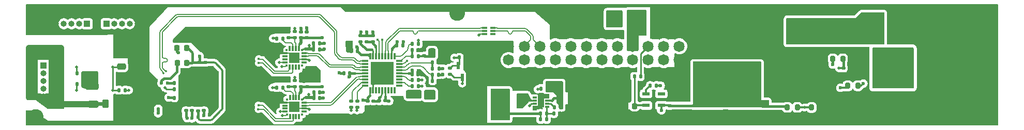
<source format=gtl>
G04 #@! TF.GenerationSoftware,KiCad,Pcbnew,(6.0.7)*
G04 #@! TF.CreationDate,2022-08-09T16:52:42+03:00*
G04 #@! TF.ProjectId,dock_rs232,646f636b-5f72-4733-9233-322e6b696361,rev?*
G04 #@! TF.SameCoordinates,Original*
G04 #@! TF.FileFunction,Copper,L1,Top*
G04 #@! TF.FilePolarity,Positive*
%FSLAX46Y46*%
G04 Gerber Fmt 4.6, Leading zero omitted, Abs format (unit mm)*
G04 Created by KiCad (PCBNEW (6.0.7)) date 2022-08-09 16:52:42*
%MOMM*%
%LPD*%
G01*
G04 APERTURE LIST*
G04 Aperture macros list*
%AMRoundRect*
0 Rectangle with rounded corners*
0 $1 Rounding radius*
0 $2 $3 $4 $5 $6 $7 $8 $9 X,Y pos of 4 corners*
0 Add a 4 corners polygon primitive as box body*
4,1,4,$2,$3,$4,$5,$6,$7,$8,$9,$2,$3,0*
0 Add four circle primitives for the rounded corners*
1,1,$1+$1,$2,$3*
1,1,$1+$1,$4,$5*
1,1,$1+$1,$6,$7*
1,1,$1+$1,$8,$9*
0 Add four rect primitives between the rounded corners*
20,1,$1+$1,$2,$3,$4,$5,0*
20,1,$1+$1,$4,$5,$6,$7,0*
20,1,$1+$1,$6,$7,$8,$9,0*
20,1,$1+$1,$8,$9,$2,$3,0*%
G04 Aperture macros list end*
G04 #@! TA.AperFunction,ComponentPad*
%ADD10C,2.600000*%
G04 #@! TD*
G04 #@! TA.AperFunction,SMDPad,CuDef*
%ADD11R,0.500000X1.150000*%
G04 #@! TD*
G04 #@! TA.AperFunction,SMDPad,CuDef*
%ADD12RoundRect,0.135000X-0.135000X-0.185000X0.135000X-0.185000X0.135000X0.185000X-0.135000X0.185000X0*%
G04 #@! TD*
G04 #@! TA.AperFunction,SMDPad,CuDef*
%ADD13R,0.400000X0.500000*%
G04 #@! TD*
G04 #@! TA.AperFunction,SMDPad,CuDef*
%ADD14RoundRect,0.140000X0.140000X0.170000X-0.140000X0.170000X-0.140000X-0.170000X0.140000X-0.170000X0*%
G04 #@! TD*
G04 #@! TA.AperFunction,SMDPad,CuDef*
%ADD15RoundRect,0.135000X0.135000X0.185000X-0.135000X0.185000X-0.135000X-0.185000X0.135000X-0.185000X0*%
G04 #@! TD*
G04 #@! TA.AperFunction,SMDPad,CuDef*
%ADD16RoundRect,0.225000X0.225000X0.250000X-0.225000X0.250000X-0.225000X-0.250000X0.225000X-0.250000X0*%
G04 #@! TD*
G04 #@! TA.AperFunction,SMDPad,CuDef*
%ADD17RoundRect,0.140000X-0.170000X0.140000X-0.170000X-0.140000X0.170000X-0.140000X0.170000X0.140000X0*%
G04 #@! TD*
G04 #@! TA.AperFunction,SMDPad,CuDef*
%ADD18RoundRect,0.200000X0.200000X0.275000X-0.200000X0.275000X-0.200000X-0.275000X0.200000X-0.275000X0*%
G04 #@! TD*
G04 #@! TA.AperFunction,SMDPad,CuDef*
%ADD19RoundRect,0.225000X-0.225000X-0.250000X0.225000X-0.250000X0.225000X0.250000X-0.225000X0.250000X0*%
G04 #@! TD*
G04 #@! TA.AperFunction,ComponentPad*
%ADD20R,1.000000X1.000000*%
G04 #@! TD*
G04 #@! TA.AperFunction,ComponentPad*
%ADD21O,1.000000X1.000000*%
G04 #@! TD*
G04 #@! TA.AperFunction,SMDPad,CuDef*
%ADD22RoundRect,0.140000X0.170000X-0.140000X0.170000X0.140000X-0.170000X0.140000X-0.170000X-0.140000X0*%
G04 #@! TD*
G04 #@! TA.AperFunction,ComponentPad*
%ADD23C,1.820000*%
G04 #@! TD*
G04 #@! TA.AperFunction,ComponentPad*
%ADD24R,3.000000X3.000000*%
G04 #@! TD*
G04 #@! TA.AperFunction,SMDPad,CuDef*
%ADD25R,1.200000X0.600000*%
G04 #@! TD*
G04 #@! TA.AperFunction,SMDPad,CuDef*
%ADD26R,0.700000X0.300000*%
G04 #@! TD*
G04 #@! TA.AperFunction,SMDPad,CuDef*
%ADD27R,1.000000X1.800000*%
G04 #@! TD*
G04 #@! TA.AperFunction,SMDPad,CuDef*
%ADD28R,1.100000X0.300000*%
G04 #@! TD*
G04 #@! TA.AperFunction,SMDPad,CuDef*
%ADD29R,0.300000X1.100000*%
G04 #@! TD*
G04 #@! TA.AperFunction,SMDPad,CuDef*
%ADD30R,3.800000X3.800000*%
G04 #@! TD*
G04 #@! TA.AperFunction,SMDPad,CuDef*
%ADD31RoundRect,0.135000X-0.185000X0.135000X-0.185000X-0.135000X0.185000X-0.135000X0.185000X0.135000X0*%
G04 #@! TD*
G04 #@! TA.AperFunction,SMDPad,CuDef*
%ADD32R,0.300000X0.300000*%
G04 #@! TD*
G04 #@! TA.AperFunction,SMDPad,CuDef*
%ADD33R,0.900000X0.300000*%
G04 #@! TD*
G04 #@! TA.AperFunction,SMDPad,CuDef*
%ADD34R,0.300000X0.900000*%
G04 #@! TD*
G04 #@! TA.AperFunction,SMDPad,CuDef*
%ADD35R,1.800000X1.800000*%
G04 #@! TD*
G04 #@! TA.AperFunction,SMDPad,CuDef*
%ADD36RoundRect,0.140000X-0.140000X-0.170000X0.140000X-0.170000X0.140000X0.170000X-0.140000X0.170000X0*%
G04 #@! TD*
G04 #@! TA.AperFunction,SMDPad,CuDef*
%ADD37RoundRect,0.218750X0.218750X0.256250X-0.218750X0.256250X-0.218750X-0.256250X0.218750X-0.256250X0*%
G04 #@! TD*
G04 #@! TA.AperFunction,SMDPad,CuDef*
%ADD38RoundRect,0.135000X0.185000X-0.135000X0.185000X0.135000X-0.185000X0.135000X-0.185000X-0.135000X0*%
G04 #@! TD*
G04 #@! TA.AperFunction,SMDPad,CuDef*
%ADD39R,0.850000X0.300000*%
G04 #@! TD*
G04 #@! TA.AperFunction,SMDPad,CuDef*
%ADD40RoundRect,0.250000X0.262500X0.450000X-0.262500X0.450000X-0.262500X-0.450000X0.262500X-0.450000X0*%
G04 #@! TD*
G04 #@! TA.AperFunction,SMDPad,CuDef*
%ADD41R,0.850000X2.200000*%
G04 #@! TD*
G04 #@! TA.AperFunction,SMDPad,CuDef*
%ADD42RoundRect,0.250000X0.650000X-0.325000X0.650000X0.325000X-0.650000X0.325000X-0.650000X-0.325000X0*%
G04 #@! TD*
G04 #@! TA.AperFunction,SMDPad,CuDef*
%ADD43RoundRect,0.250000X0.250000X0.475000X-0.250000X0.475000X-0.250000X-0.475000X0.250000X-0.475000X0*%
G04 #@! TD*
G04 #@! TA.AperFunction,SMDPad,CuDef*
%ADD44RoundRect,0.200000X-0.200000X-0.275000X0.200000X-0.275000X0.200000X0.275000X-0.200000X0.275000X0*%
G04 #@! TD*
G04 #@! TA.AperFunction,ComponentPad*
%ADD45C,5.800000*%
G04 #@! TD*
G04 #@! TA.AperFunction,SMDPad,CuDef*
%ADD46RoundRect,0.250000X-0.475000X0.250000X-0.475000X-0.250000X0.475000X-0.250000X0.475000X0.250000X0*%
G04 #@! TD*
G04 #@! TA.AperFunction,ViaPad*
%ADD47C,0.600000*%
G04 #@! TD*
G04 #@! TA.AperFunction,ViaPad*
%ADD48C,0.400000*%
G04 #@! TD*
G04 #@! TA.AperFunction,ViaPad*
%ADD49C,0.500000*%
G04 #@! TD*
G04 #@! TA.AperFunction,ViaPad*
%ADD50C,1.000000*%
G04 #@! TD*
G04 #@! TA.AperFunction,ViaPad*
%ADD51C,0.350000*%
G04 #@! TD*
G04 #@! TA.AperFunction,Conductor*
%ADD52C,0.209700*%
G04 #@! TD*
G04 #@! TA.AperFunction,Conductor*
%ADD53C,0.250000*%
G04 #@! TD*
G04 #@! TA.AperFunction,Conductor*
%ADD54C,0.450000*%
G04 #@! TD*
G04 #@! TA.AperFunction,Conductor*
%ADD55C,0.300000*%
G04 #@! TD*
G04 #@! TA.AperFunction,Conductor*
%ADD56C,0.200000*%
G04 #@! TD*
G04 #@! TA.AperFunction,Conductor*
%ADD57C,0.500000*%
G04 #@! TD*
G04 #@! TA.AperFunction,Conductor*
%ADD58C,0.370000*%
G04 #@! TD*
G04 #@! TA.AperFunction,Conductor*
%ADD59C,0.600000*%
G04 #@! TD*
G04 #@! TA.AperFunction,Conductor*
%ADD60C,0.350000*%
G04 #@! TD*
G04 APERTURE END LIST*
D10*
X216105919Y-113833157D03*
D11*
X286597072Y-105396201D03*
X285297072Y-105396201D03*
X285947072Y-107296201D03*
D12*
X277755919Y-108787354D03*
X278775919Y-108787354D03*
D13*
X279101722Y-110035398D03*
X279901722Y-110035398D03*
D14*
X239780919Y-110672354D03*
X238820919Y-110672354D03*
D15*
X256565919Y-100927354D03*
X255545919Y-100927354D03*
D12*
X277756722Y-102842354D03*
X278776722Y-102842354D03*
D16*
X317230919Y-98267354D03*
X315680919Y-98267354D03*
D17*
X241720919Y-111812354D03*
X241720919Y-112772354D03*
D14*
X262581722Y-101727354D03*
X261621722Y-101727354D03*
D17*
X259535919Y-99827354D03*
X259535919Y-100787354D03*
D15*
X256565919Y-108992354D03*
X255545919Y-108992354D03*
D10*
X329105919Y-113833157D03*
D18*
X340820919Y-112237354D03*
X339170919Y-112237354D03*
D19*
X289560919Y-111947354D03*
X291110919Y-111947354D03*
D20*
X227700919Y-98512354D03*
D21*
X228970919Y-98512354D03*
X230240919Y-98512354D03*
X231510919Y-98512354D03*
X232780919Y-98512354D03*
D17*
X271325919Y-100472004D03*
X271325919Y-101432004D03*
D22*
X242890919Y-105842354D03*
X242890919Y-104882354D03*
D23*
X308812574Y-102210511D03*
X301186952Y-102210511D03*
D15*
X317765919Y-108667354D03*
X316745919Y-108667354D03*
D24*
X356655919Y-106667354D03*
D23*
X303726488Y-102210511D03*
X306272031Y-102210511D03*
D25*
X318555919Y-111917354D03*
X318555919Y-110967354D03*
X318555919Y-110017354D03*
X316055919Y-110017354D03*
X316055919Y-111917354D03*
D23*
X316417530Y-102210511D03*
D16*
X317230919Y-96767354D03*
X315680919Y-96767354D03*
D19*
X312630919Y-112017354D03*
X314180919Y-112017354D03*
D23*
X303726488Y-104460511D03*
D18*
X348280919Y-104267354D03*
X346630919Y-104267354D03*
D23*
X308812574Y-104460511D03*
D10*
X372105919Y-113833157D03*
D23*
X311350317Y-104460511D03*
D15*
X282126722Y-106867354D03*
X281106722Y-106867354D03*
D23*
X318956856Y-102210511D03*
D26*
X299895919Y-112148854D03*
X299895919Y-111648854D03*
X299895919Y-111148854D03*
X299895919Y-110648854D03*
X297795919Y-110648854D03*
X297795919Y-111148854D03*
X297795919Y-111648854D03*
X297795919Y-112148854D03*
D27*
X298845919Y-111398854D03*
D28*
X270071722Y-104637354D03*
X270071722Y-105137354D03*
X270071722Y-105637354D03*
X270071722Y-106137354D03*
X270071722Y-106637354D03*
X270071722Y-107137354D03*
X270071722Y-107637354D03*
X270071722Y-108137354D03*
X270071722Y-108637354D03*
D29*
X270871722Y-109437354D03*
X271371722Y-109437354D03*
X271871722Y-109437354D03*
X272371722Y-109437354D03*
X272871722Y-109437354D03*
X273371722Y-109437354D03*
X273871722Y-109437354D03*
X274371722Y-109437354D03*
X274871722Y-109437354D03*
D28*
X275671722Y-108637354D03*
X275671722Y-108137354D03*
X275671722Y-107637354D03*
X275671722Y-107137354D03*
X275671722Y-106637354D03*
X275671722Y-106137354D03*
X275671722Y-105637354D03*
X275671722Y-105137354D03*
X275671722Y-104637354D03*
D29*
X274871722Y-103837354D03*
X274371722Y-103837354D03*
X273871722Y-103837354D03*
X273371722Y-103837354D03*
X272871722Y-103837354D03*
X272371722Y-103837354D03*
X271871722Y-103837354D03*
X271371722Y-103837354D03*
X270871722Y-103837354D03*
D30*
X272871722Y-106637354D03*
D14*
X278741722Y-106797354D03*
X277781722Y-106797354D03*
D24*
X325505919Y-110117354D03*
D23*
X311350317Y-102210511D03*
D17*
X242700919Y-111822354D03*
X242700919Y-112782354D03*
X348355919Y-105817354D03*
X348355919Y-106777354D03*
D15*
X223885919Y-108457354D03*
X222865919Y-108457354D03*
D17*
X279741722Y-102837354D03*
X279741722Y-103797354D03*
D14*
X282215919Y-109817354D03*
X281255919Y-109817354D03*
D23*
X296102314Y-102210511D03*
D31*
X267755919Y-111177354D03*
X267755919Y-112197354D03*
D23*
X321495567Y-102210511D03*
D22*
X271415919Y-112137354D03*
X271415919Y-111177354D03*
D18*
X344800919Y-112247354D03*
X343150919Y-112247354D03*
D15*
X301965919Y-113242354D03*
X300945919Y-113242354D03*
D23*
X298645299Y-102210511D03*
D10*
X285105919Y-96717354D03*
D17*
X260515919Y-99827354D03*
X260515919Y-100787354D03*
D15*
X299865919Y-109137354D03*
X298845919Y-109137354D03*
D23*
X298645299Y-104460511D03*
X301186952Y-104460511D03*
X296102314Y-104460511D03*
X293557740Y-104460511D03*
D14*
X299760919Y-114212354D03*
X298800919Y-114212354D03*
D17*
X260555919Y-107887354D03*
X260555919Y-108847354D03*
D32*
X259736372Y-105362004D03*
D33*
X260036372Y-104862004D03*
X260036372Y-104362004D03*
X260036372Y-103862004D03*
X260036372Y-103362004D03*
D32*
X259736372Y-102862004D03*
D34*
X259236372Y-102562004D03*
X258736372Y-102562004D03*
X258236372Y-102562004D03*
X257736372Y-102562004D03*
D32*
X257236372Y-102862004D03*
D33*
X256936372Y-103362004D03*
X256936372Y-103862004D03*
X256936372Y-104362004D03*
X256936372Y-104862004D03*
D32*
X257236372Y-105362004D03*
D34*
X257736372Y-105662004D03*
X258236372Y-105662004D03*
X258736372Y-105662004D03*
X259236372Y-105662004D03*
D35*
X258486372Y-104112004D03*
D31*
X257525919Y-99817354D03*
X257525919Y-100837354D03*
D36*
X266571722Y-106617354D03*
X267531722Y-106617354D03*
D17*
X243670919Y-111812354D03*
X243670919Y-112772354D03*
D37*
X240828419Y-102512354D03*
X239253419Y-102512354D03*
D38*
X258551722Y-108877354D03*
X258551722Y-107857354D03*
D15*
X223885919Y-106597354D03*
X222865919Y-106597354D03*
D22*
X243860919Y-105842354D03*
X243860919Y-104882354D03*
D23*
X316417530Y-104460511D03*
D39*
X289605919Y-99222354D03*
X289605919Y-99722354D03*
X289605919Y-100222354D03*
X291005919Y-100222354D03*
X291005919Y-99722354D03*
X291005919Y-99222354D03*
D23*
X318956856Y-104460511D03*
D15*
X299790919Y-113237354D03*
X298770919Y-113237354D03*
D19*
X289570919Y-110437354D03*
X291120919Y-110437354D03*
D14*
X237150919Y-112532354D03*
X236190919Y-112532354D03*
D36*
X267815919Y-102992004D03*
X268775919Y-102992004D03*
D20*
X224550919Y-98512354D03*
D21*
X223280919Y-98512354D03*
X222010919Y-98512354D03*
X220740919Y-98512354D03*
X219470919Y-98512354D03*
D15*
X239815919Y-109267354D03*
X238795919Y-109267354D03*
D23*
X313869822Y-104460511D03*
D40*
X229368419Y-111617354D03*
X227543419Y-111617354D03*
D22*
X272385919Y-112127354D03*
X272385919Y-111167354D03*
D37*
X240868419Y-104912354D03*
X239293419Y-104912354D03*
D41*
X295370919Y-111167354D03*
X293320919Y-111167354D03*
D42*
X225505919Y-111742354D03*
X225505919Y-108792354D03*
D32*
X259756372Y-113433157D03*
D33*
X260056372Y-112933157D03*
X260056372Y-112433157D03*
X260056372Y-111933157D03*
X260056372Y-111433157D03*
D32*
X259756372Y-110933157D03*
D34*
X259256372Y-110633157D03*
X258756372Y-110633157D03*
X258256372Y-110633157D03*
X257756372Y-110633157D03*
D32*
X257256372Y-110933157D03*
D33*
X256956372Y-111433157D03*
X256956372Y-111933157D03*
X256956372Y-112433157D03*
X256956372Y-112933157D03*
D32*
X257256372Y-113433157D03*
D34*
X257756372Y-113733157D03*
X258256372Y-113733157D03*
X258756372Y-113733157D03*
X259256372Y-113733157D03*
D35*
X258506372Y-112183157D03*
D23*
X313869822Y-102210511D03*
D22*
X277795919Y-111427704D03*
X277795919Y-110467704D03*
D15*
X278776722Y-103842354D03*
X277756722Y-103842354D03*
D23*
X293557740Y-102210511D03*
D12*
X281106722Y-104867354D03*
X282126722Y-104867354D03*
D17*
X270335919Y-100472004D03*
X270335919Y-101432004D03*
D12*
X277756722Y-107777354D03*
X278776722Y-107777354D03*
D10*
X372105919Y-96717354D03*
D23*
X321495567Y-104460511D03*
D17*
X259555919Y-107887354D03*
X259555919Y-108847354D03*
D14*
X276221722Y-102067354D03*
X275261722Y-102067354D03*
D43*
X303805919Y-110737354D03*
X301905919Y-110737354D03*
D10*
X285105919Y-113833157D03*
D12*
X229745919Y-109417354D03*
X230765919Y-109417354D03*
D31*
X257555919Y-107857354D03*
X257555919Y-108877354D03*
D12*
X277756722Y-101817354D03*
X278776722Y-101817354D03*
D17*
X240750919Y-111812354D03*
X240750919Y-112772354D03*
D14*
X239780919Y-108242354D03*
X238820919Y-108242354D03*
D23*
X306272031Y-104460511D03*
D15*
X302065919Y-112237354D03*
X301045919Y-112237354D03*
D44*
X349060919Y-108697354D03*
X350710919Y-108697354D03*
D45*
X366925919Y-103687354D03*
D14*
X262611722Y-110737354D03*
X261651722Y-110737354D03*
D38*
X258536372Y-100837354D03*
X258536372Y-99817354D03*
D22*
X273345919Y-112127354D03*
X273345919Y-111167354D03*
D15*
X315155919Y-107157354D03*
X314135919Y-107157354D03*
D20*
X217365919Y-105337354D03*
D21*
X217365919Y-106607354D03*
X217365919Y-107877354D03*
X217365919Y-109147354D03*
X217365919Y-110417354D03*
D10*
X329105919Y-96717354D03*
D14*
X262581722Y-102707354D03*
X261621722Y-102707354D03*
D10*
X216105919Y-96717354D03*
D14*
X286455919Y-104046201D03*
X285495919Y-104046201D03*
D31*
X283960919Y-105771201D03*
X283960919Y-106791201D03*
D22*
X270455919Y-112147354D03*
X270455919Y-111187354D03*
D14*
X262601722Y-109767354D03*
X261641722Y-109767354D03*
D31*
X268755919Y-111177354D03*
X268755919Y-112197354D03*
D46*
X230155919Y-103667354D03*
X230155919Y-105567354D03*
D37*
X313343419Y-97417354D03*
X311768419Y-97417354D03*
D12*
X281111722Y-105867354D03*
X282131722Y-105867354D03*
X281106722Y-107867354D03*
X282126722Y-107867354D03*
D31*
X269331722Y-100457354D03*
X269331722Y-101477354D03*
D17*
X319905919Y-110987354D03*
X319905919Y-111947354D03*
D47*
X263180919Y-114617354D03*
D48*
X336355919Y-100867354D03*
D47*
X271411722Y-105137354D03*
D48*
X340105919Y-104617354D03*
D47*
X304805919Y-110687354D03*
X365105919Y-114617354D03*
X267191722Y-95717354D03*
D48*
X341355919Y-104617354D03*
D47*
X240535919Y-111187354D03*
D48*
X335105919Y-100867354D03*
D47*
X249905919Y-107967354D03*
D48*
X336355919Y-107117354D03*
X337605919Y-105867354D03*
X336355919Y-105867354D03*
D47*
X273355919Y-112717354D03*
D48*
X340105919Y-103367354D03*
X337605919Y-102117354D03*
D47*
X308855919Y-107617354D03*
X348105919Y-114617354D03*
X373055919Y-107817354D03*
X225855919Y-95667354D03*
D48*
X341355919Y-105867354D03*
X338855919Y-107117354D03*
D47*
X267705919Y-102392354D03*
D48*
X337605919Y-103367354D03*
X343855919Y-104617354D03*
D47*
X263336372Y-101732004D03*
D48*
X337605919Y-99617354D03*
X342605919Y-109617354D03*
D47*
X242180919Y-106517354D03*
X274271722Y-105137354D03*
X304255919Y-114617354D03*
X279741722Y-102207354D03*
D48*
X337605919Y-100867354D03*
D47*
X224105919Y-114867354D03*
X256905919Y-99827354D03*
X253055919Y-102367354D03*
X347855919Y-96367354D03*
X276291722Y-101457354D03*
X245355919Y-108092354D03*
X245330919Y-109567354D03*
X365105919Y-95667354D03*
D48*
X337605919Y-109617354D03*
X341355919Y-109617354D03*
D47*
X269345919Y-99842004D03*
D48*
X337605919Y-104617354D03*
X341355919Y-108367354D03*
D47*
X282805919Y-109817354D03*
X272391722Y-112717354D03*
X288720919Y-111967354D03*
X260545919Y-107297354D03*
X242185919Y-109562354D03*
X243780919Y-106517354D03*
X242185919Y-111187354D03*
X252305919Y-99492354D03*
D48*
X342605919Y-107117354D03*
D47*
X232455919Y-114867354D03*
X322430919Y-107667354D03*
D48*
X337605919Y-108367354D03*
D49*
X261415919Y-105777354D03*
D48*
X338855919Y-109617354D03*
D47*
X242210919Y-108087354D03*
X240530919Y-106517354D03*
X279185919Y-95717354D03*
X256905919Y-107842354D03*
D48*
X338855919Y-103367354D03*
X336355919Y-108367354D03*
D49*
X255955919Y-103317354D03*
D48*
X333855919Y-100867354D03*
D47*
X317805919Y-106717354D03*
D48*
X336355919Y-99617354D03*
D47*
X234345919Y-95667354D03*
D48*
X340105919Y-110867354D03*
D49*
X229145919Y-103677354D03*
D48*
X335105919Y-99617354D03*
D47*
X240560919Y-108087354D03*
X263191722Y-110697354D03*
D48*
X337605919Y-110867354D03*
D49*
X255955919Y-111427354D03*
D47*
X271411722Y-108137354D03*
D48*
X333855919Y-99617354D03*
X341355919Y-107117354D03*
D47*
X272871722Y-105137354D03*
X279341722Y-106796201D03*
D48*
X340105919Y-108367354D03*
X336355919Y-103367354D03*
X342605919Y-108367354D03*
X338855919Y-108367354D03*
X336355919Y-109617354D03*
D47*
X243785919Y-109562354D03*
D48*
X340105919Y-105867354D03*
D47*
X243810919Y-108087354D03*
X265851722Y-106587354D03*
D48*
X340105919Y-109617354D03*
D47*
X308855919Y-112617354D03*
D49*
X350745919Y-106857354D03*
X260916372Y-104492004D03*
D47*
X243785919Y-111187354D03*
X286495919Y-103446201D03*
D48*
X342605919Y-105867354D03*
X333855919Y-102117354D03*
D47*
X272871722Y-106637354D03*
X271335919Y-99847354D03*
X308855919Y-110117354D03*
D48*
X338855919Y-104617354D03*
X340105919Y-107117354D03*
X335105919Y-102117354D03*
D49*
X229345919Y-112627354D03*
D48*
X342605919Y-104617354D03*
X338855919Y-110867354D03*
X335105919Y-103367354D03*
D47*
X271405919Y-112717354D03*
D48*
X337605919Y-107117354D03*
D47*
X240535919Y-109562354D03*
D48*
X336355919Y-102117354D03*
D47*
X305885919Y-95637354D03*
X282801722Y-104906201D03*
X294965919Y-95637354D03*
X302655919Y-113262354D03*
X259555919Y-107307354D03*
X322130919Y-95817354D03*
D48*
X299835919Y-110287354D03*
D47*
X270335919Y-99832004D03*
X316155919Y-114567354D03*
X318355919Y-96867354D03*
X274271722Y-108137354D03*
D49*
X320475919Y-110987354D03*
D48*
X342605919Y-103367354D03*
D49*
X350765919Y-109897354D03*
D47*
X259545919Y-99237354D03*
X263336372Y-102622004D03*
X271411722Y-106637354D03*
D48*
X336355919Y-104617354D03*
D47*
X274271722Y-106637354D03*
D48*
X343855919Y-103367354D03*
D47*
X245330919Y-106517354D03*
X325155919Y-101417354D03*
D48*
X297780919Y-112512354D03*
D47*
X318355919Y-98367354D03*
X373105919Y-101617354D03*
X337155919Y-114617354D03*
X288720919Y-110467354D03*
X282741722Y-107842354D03*
X337155919Y-95667354D03*
X263181722Y-109767354D03*
D48*
X341355919Y-103367354D03*
X338855919Y-105867354D03*
X333855919Y-103367354D03*
D47*
X253055919Y-109967354D03*
D49*
X260951722Y-112527354D03*
X288705919Y-100332354D03*
D47*
X245330919Y-111192354D03*
D50*
X360605919Y-97867354D03*
D47*
X270455919Y-112717354D03*
D49*
X249165919Y-95567354D03*
D47*
X277805919Y-112067354D03*
X328355919Y-101417354D03*
X260515919Y-99227354D03*
X272871722Y-108137354D03*
D49*
X267745919Y-112727354D03*
D47*
X282801722Y-106836201D03*
D49*
X290945919Y-113067354D03*
X292205919Y-111762354D03*
D47*
X282791722Y-105856201D03*
D49*
X268745919Y-112727354D03*
D48*
X280531722Y-110076551D03*
D49*
X285957072Y-108316201D03*
D48*
X281145919Y-110727354D03*
D47*
X240955919Y-114017354D03*
D49*
X279371722Y-107777354D03*
X291005919Y-114017354D03*
X292145919Y-113067354D03*
X279365919Y-108767354D03*
D48*
X279971722Y-110727354D03*
D47*
X277801722Y-106167354D03*
X273995919Y-111207354D03*
X241735919Y-114037354D03*
D49*
X293405919Y-114017354D03*
X293430919Y-113112354D03*
X292230919Y-114017354D03*
D47*
X236170919Y-113182354D03*
X243625919Y-113597354D03*
D49*
X292205919Y-110562354D03*
X278791722Y-101217354D03*
X284655919Y-104057354D03*
D48*
X276941722Y-104567354D03*
X280725919Y-102812004D03*
D49*
X300705919Y-109062354D03*
X301605919Y-109062354D03*
X258541722Y-107307354D03*
D47*
X310055919Y-98667354D03*
X311505919Y-98667354D03*
D49*
X301005919Y-108312354D03*
X258521722Y-99307354D03*
D47*
X263005919Y-108827354D03*
D49*
X300105919Y-108312354D03*
D48*
X280725919Y-103812004D03*
D47*
X263005919Y-100767354D03*
X310055919Y-96917354D03*
D49*
X302005919Y-108312354D03*
D48*
X281325919Y-103212004D03*
D51*
X237084838Y-106658435D03*
X237477000Y-106266273D03*
D48*
X277055919Y-109657704D03*
D47*
X268735919Y-102352004D03*
X267415919Y-107227354D03*
D48*
X278515919Y-110357704D03*
X277805919Y-109657704D03*
D47*
X269705919Y-111017354D03*
D48*
X278515919Y-109637704D03*
D47*
X275316722Y-101442354D03*
D48*
X296155919Y-110337354D03*
X296155919Y-111012354D03*
X296155919Y-111637354D03*
D49*
X298315919Y-109267354D03*
X296955919Y-111957354D03*
D47*
X314755919Y-96767354D03*
X313855919Y-100867354D03*
X314755919Y-99867354D03*
X314755919Y-98317354D03*
X313555919Y-98817354D03*
D49*
X260841722Y-110107354D03*
X254905919Y-108992354D03*
X260880919Y-102042354D03*
X254985919Y-100897354D03*
X256155919Y-112942354D03*
X256505919Y-113567354D03*
D48*
X252580919Y-111892354D03*
X252575919Y-112537354D03*
D49*
X256005919Y-104867354D03*
X256405919Y-105567354D03*
D48*
X252645919Y-104287354D03*
X252645919Y-104947354D03*
D47*
X237710919Y-108262354D03*
D49*
X231405919Y-109417354D03*
D47*
X237910919Y-110602354D03*
X242970919Y-103822354D03*
X242725919Y-113867354D03*
X236730919Y-108272354D03*
D49*
X228755919Y-109417354D03*
X228755919Y-105617354D03*
D47*
X239470919Y-103272354D03*
X219195919Y-102567354D03*
X215035919Y-110437354D03*
X215045919Y-102527354D03*
X215015919Y-106447354D03*
D49*
X237260919Y-109002354D03*
X222845919Y-109427354D03*
X222845919Y-105617354D03*
D48*
X272875919Y-101117354D03*
X272085919Y-101117354D03*
D50*
X358115919Y-103107354D03*
X355425919Y-103107354D03*
D49*
X347655919Y-105817354D03*
D48*
X349355919Y-100867354D03*
X343855919Y-100867354D03*
X343855919Y-99617354D03*
X353105919Y-99617354D03*
X349355919Y-99617354D03*
X346605919Y-100867354D03*
X342605919Y-99617354D03*
D47*
X350765919Y-101377354D03*
D48*
X345105919Y-100867354D03*
X341355919Y-100867354D03*
X342605919Y-100867354D03*
X353105919Y-100867354D03*
X345105919Y-99617354D03*
X347855919Y-99617354D03*
X347855919Y-100867354D03*
X340105919Y-100867354D03*
X340105919Y-99617354D03*
X346605919Y-99617354D03*
D47*
X351615919Y-108327354D03*
D48*
X341355919Y-99617354D03*
X351605919Y-99617354D03*
X351605919Y-100867354D03*
D47*
X346605919Y-105217354D03*
X347865919Y-109027354D03*
D49*
X342055919Y-112242354D03*
D48*
X330605919Y-110867354D03*
X333855919Y-110867354D03*
X328605919Y-110867354D03*
X330605919Y-109617354D03*
X328605919Y-109617354D03*
X332355919Y-107117354D03*
X328605919Y-107117354D03*
X330605919Y-108367354D03*
X332355919Y-109617354D03*
X332355919Y-105867354D03*
X328605919Y-108367354D03*
X326855919Y-107117354D03*
X333855919Y-108417354D03*
D47*
X318435919Y-108667354D03*
D48*
X324855919Y-107117354D03*
X330605919Y-107117354D03*
D47*
X318545919Y-112707354D03*
D48*
X332355919Y-110867354D03*
X333855919Y-107117354D03*
X330605919Y-105867354D03*
X332355919Y-108367354D03*
X333855919Y-105867354D03*
X333855919Y-109617354D03*
D52*
X296392633Y-99771654D02*
G75*
G03*
X296109784Y-99654504I-282833J-282846D01*
G01*
X297074475Y-100453554D02*
G75*
G02*
X297191655Y-100736375I-282775J-282846D01*
G01*
X297074497Y-101238325D02*
G75*
G03*
X297191655Y-100955484I-282797J282825D01*
G01*
X296260684Y-99290215D02*
G75*
G02*
X296543526Y-99407361I16J-399985D01*
G01*
X297555985Y-100585477D02*
G75*
G03*
X297438799Y-100302634I-399985J-23D01*
G01*
X297555982Y-100955484D02*
G75*
G03*
X297673115Y-101238325I400018J-16D01*
G01*
X275902054Y-99654471D02*
G75*
G03*
X275619212Y-99771661I46J-400029D01*
G01*
X273921031Y-101469844D02*
G75*
G03*
X273803872Y-101752686I282869J-282856D01*
G01*
X273439571Y-101601786D02*
G75*
G02*
X273556730Y-101318943I400029J-14D01*
G01*
X275468336Y-99407385D02*
G75*
G02*
X275751154Y-99290204I282864J-282815D01*
G01*
X264712734Y-111748161D02*
G75*
G02*
X264429881Y-111865307I-282834J282861D01*
G01*
X268774235Y-107686686D02*
G75*
G02*
X269057054Y-107569504I282865J-282814D01*
G01*
X268906154Y-107205171D02*
G75*
G03*
X268623311Y-107322362I46J-400029D01*
G01*
X264561834Y-111383861D02*
G75*
G02*
X264278981Y-111501007I-282834J282861D01*
G01*
X268616154Y-106069535D02*
G75*
G02*
X268333311Y-105952346I46J400035D01*
G01*
X262199434Y-103794144D02*
G75*
G02*
X262482276Y-103911311I-34J-400056D01*
G01*
X264103333Y-105532324D02*
G75*
G03*
X264386154Y-105649504I282867J282824D01*
G01*
X268147633Y-105766654D02*
G75*
G03*
X267864784Y-105649504I-282833J-282846D01*
G01*
X262633169Y-103547018D02*
G75*
G03*
X262350334Y-103429854I-282869J-282882D01*
G01*
X264254233Y-105168024D02*
G75*
G03*
X264537054Y-105285204I282867J282824D01*
G01*
X268015684Y-105285215D02*
G75*
G02*
X268298526Y-105402361I16J-399985D01*
G01*
X268767054Y-105705235D02*
G75*
G02*
X268484211Y-105588046I46J400035D01*
G01*
X265083785Y-100058489D02*
G75*
G03*
X264966611Y-99775646I-399985J-11D01*
G01*
X236955225Y-99745646D02*
G75*
G03*
X236838069Y-100028489I282875J-282854D01*
G01*
X236955230Y-105879059D02*
G75*
G02*
X236838069Y-105596219I282870J282859D01*
G01*
X267954784Y-104429515D02*
G75*
G02*
X268237626Y-104546661I16J-399985D01*
G01*
X265083765Y-103367119D02*
G75*
G03*
X265200926Y-103649961I400035J19D01*
G01*
X266146154Y-104429535D02*
G75*
G02*
X265863311Y-104312346I46J400035D01*
G01*
X239254235Y-97446686D02*
G75*
G02*
X239537054Y-97329504I282865J-282814D01*
G01*
X262637633Y-97446654D02*
G75*
G03*
X262354784Y-97329504I-282833J-282846D01*
G01*
X268643333Y-104952324D02*
G75*
G03*
X268926154Y-105069504I282867J282824D01*
G01*
X262505684Y-96965215D02*
G75*
G02*
X262788526Y-97082361I16J-399985D01*
G01*
X265330899Y-99624758D02*
G75*
G02*
X265448069Y-99907589I-282799J-282842D01*
G01*
X239386154Y-96965171D02*
G75*
G03*
X239103311Y-97082362I46J-400029D01*
G01*
X265448065Y-103216219D02*
G75*
G03*
X265565226Y-103499061I400035J19D01*
G01*
X266297054Y-104065235D02*
G75*
G02*
X266014211Y-103948046I46J400035D01*
G01*
X236590930Y-106029959D02*
G75*
G02*
X236473769Y-105747119I282870J282859D01*
G01*
X236590925Y-99594746D02*
G75*
G03*
X236473769Y-99877589I282875J-282854D01*
G01*
X268105684Y-104065215D02*
G75*
G02*
X268388526Y-104182361I16J-399985D01*
G01*
X269077054Y-104705235D02*
G75*
G02*
X268794211Y-104588046I46J400035D01*
G01*
X288968418Y-99722354D02*
X289605919Y-99722354D01*
X288900568Y-99654504D02*
X288968418Y-99722354D01*
X278903069Y-99654504D02*
X288900568Y-99654504D01*
X278862339Y-99654504D02*
X278903069Y-99654504D01*
X278262339Y-100213775D02*
X278303069Y-100213775D01*
X277982704Y-99934139D02*
X277982704Y-99934140D01*
X275902054Y-99654504D02*
X277703069Y-99654504D01*
X273921030Y-101469843D02*
X275619212Y-99771661D01*
X273871722Y-103837354D02*
X273871722Y-103012353D01*
X278862339Y-99654504D02*
G75*
G03*
X278582704Y-99934139I-39J-279596D01*
G01*
X273871722Y-103012353D02*
X273803872Y-102944503D01*
X278582775Y-99934140D02*
G75*
G02*
X278303069Y-100213775I-279675J40D01*
G01*
X278262339Y-100213696D02*
G75*
G02*
X277982704Y-99934140I-39J279596D01*
G01*
X278582704Y-99934140D02*
X278582704Y-99934139D01*
X273803872Y-102944503D02*
X273803872Y-101752686D01*
X277982696Y-99934139D02*
G75*
G03*
X277703069Y-99654504I-279596J39D01*
G01*
X291643420Y-99722354D02*
X291005919Y-99722354D01*
X291711270Y-99654504D02*
X291643420Y-99722354D01*
X293198769Y-99654504D02*
X291711270Y-99654504D01*
X293239401Y-99654504D02*
X293198769Y-99654504D01*
X293519085Y-99934189D02*
X293519085Y-99934188D01*
X293839401Y-100213873D02*
X293798769Y-100213873D01*
X294119085Y-99934188D02*
X294119085Y-99934189D01*
X296102314Y-102210511D02*
X297074498Y-101238326D01*
X293519127Y-99934189D02*
G75*
G03*
X293798769Y-100213873I279673J-11D01*
G01*
X293239401Y-99654515D02*
G75*
G02*
X293519085Y-99934188I-1J-279685D01*
G01*
X297074497Y-100453532D02*
X296392626Y-99771661D01*
X296109784Y-99654504D02*
X294398769Y-99654504D01*
X293839401Y-100213885D02*
G75*
G03*
X294119085Y-99934189I-1J279685D01*
G01*
X294119104Y-99934188D02*
G75*
G02*
X294398769Y-99654504I279696J-12D01*
G01*
X297191655Y-100955484D02*
X297191655Y-100736375D01*
X291643420Y-99222354D02*
X291005919Y-99222354D01*
X291711270Y-99290204D02*
X291643420Y-99222354D01*
X297555957Y-100955484D02*
X297555957Y-100585477D01*
X298645299Y-102210511D02*
X297673114Y-101238326D01*
X296260684Y-99290204D02*
X291711270Y-99290204D01*
X297438799Y-100302634D02*
X296543526Y-99407361D01*
X288900568Y-99290204D02*
X288968418Y-99222354D01*
X273556730Y-101318943D02*
X275468312Y-99407361D01*
X273371722Y-103837354D02*
X273371722Y-103012353D01*
X288968418Y-99222354D02*
X289605919Y-99222354D01*
X275751154Y-99290204D02*
X288900568Y-99290204D01*
X273371722Y-103012353D02*
X273439572Y-102944503D01*
X273439572Y-102944503D02*
X273439572Y-101601786D01*
D53*
X260916372Y-104492004D02*
X260786372Y-104362004D01*
D54*
X273355919Y-112137354D02*
X273345919Y-112127354D01*
D55*
X229368419Y-112604854D02*
X229345919Y-112627354D01*
D54*
X271325919Y-100472004D02*
X270335919Y-100472004D01*
D53*
X260951722Y-112527354D02*
X260857525Y-112433157D01*
D54*
X270335919Y-99832004D02*
X270335919Y-100472004D01*
X263151722Y-110737354D02*
X262611722Y-110737354D01*
D53*
X255955919Y-103317354D02*
X256000569Y-103362004D01*
D56*
X258756372Y-112433157D02*
X258506372Y-112183157D01*
D54*
X278771722Y-102817354D02*
X279721722Y-102817354D01*
D53*
X271411722Y-108137354D02*
X271371722Y-108177354D01*
D56*
X260036372Y-104362004D02*
X258736372Y-104362004D01*
D54*
X271325919Y-99857354D02*
X271325919Y-100472004D01*
D56*
X256936372Y-103362004D02*
X257736372Y-103362004D01*
D54*
X263191722Y-110697354D02*
X263151722Y-110737354D01*
D55*
X229155919Y-103667354D02*
X229145919Y-103677354D01*
D53*
X299445919Y-110647354D02*
X299447419Y-110648854D01*
D54*
X286495919Y-104006201D02*
X286455919Y-104046201D01*
D53*
X255961722Y-111433157D02*
X256956372Y-111433157D01*
D54*
X276221722Y-101527354D02*
X276221722Y-102067354D01*
D53*
X298614419Y-112148854D02*
X297795919Y-112148854D01*
D54*
X286455919Y-104046201D02*
X286455919Y-105255048D01*
X263181722Y-109767354D02*
X262601722Y-109767354D01*
X262581722Y-102707354D02*
X263251022Y-102707354D01*
X265966722Y-106617354D02*
X266571722Y-106617354D01*
D53*
X298845919Y-111917354D02*
X298614419Y-112148854D01*
D56*
X257756372Y-111433157D02*
X258506372Y-112183157D01*
D53*
X271411722Y-108137354D02*
X271411722Y-108097354D01*
D56*
X288815919Y-100222354D02*
X288705919Y-100332354D01*
D53*
X271411722Y-108097354D02*
X272871722Y-106637354D01*
D54*
X259545919Y-99237354D02*
X259545919Y-99817354D01*
X279721722Y-102817354D02*
X279741722Y-102837354D01*
X269341722Y-99846201D02*
X269341722Y-100472004D01*
X262581722Y-101727354D02*
X262586372Y-101732004D01*
X269345919Y-99842004D02*
X269341722Y-99846201D01*
D53*
X260786372Y-104362004D02*
X260036372Y-104362004D01*
D54*
X277795919Y-112057354D02*
X277795919Y-111427704D01*
X272391722Y-112717354D02*
X272391722Y-112133157D01*
X262586372Y-101732004D02*
X263336372Y-101732004D01*
X271415919Y-112707354D02*
X271415919Y-112137354D01*
X256905919Y-107842354D02*
X256920919Y-107857354D01*
X259545919Y-99817354D02*
X259535919Y-99827354D01*
D53*
X260857525Y-112433157D02*
X260056372Y-112433157D01*
D55*
X230155919Y-103667354D02*
X229155919Y-103667354D01*
D54*
X267815919Y-102502354D02*
X267815919Y-102992004D01*
X276291722Y-101457354D02*
X276221722Y-101527354D01*
X259555919Y-107307354D02*
X259555919Y-107887354D01*
X272375919Y-112137354D02*
X272385919Y-112127354D01*
D53*
X298845919Y-110807354D02*
X299005919Y-110647354D01*
D54*
X271405919Y-112717354D02*
X271415919Y-112707354D01*
X282151722Y-104906201D02*
X282131722Y-104886201D01*
X282741722Y-107842354D02*
X282716722Y-107867354D01*
X271415919Y-112447004D02*
X271415919Y-112137354D01*
D55*
X319905919Y-110987354D02*
X320475919Y-110987354D01*
D54*
X269341722Y-100472004D02*
X270335919Y-100472004D01*
X271410569Y-112452354D02*
X271415919Y-112447004D01*
D56*
X256956372Y-111433157D02*
X257756372Y-111433157D01*
D54*
X282716722Y-107867354D02*
X282126722Y-107867354D01*
X271335919Y-99847354D02*
X271325919Y-99857354D01*
X277805919Y-112067354D02*
X277795919Y-112057354D01*
X279340569Y-106797354D02*
X278741722Y-106797354D01*
X282805919Y-109817354D02*
X282215919Y-109817354D01*
X286495919Y-103446201D02*
X286495919Y-104006201D01*
D53*
X298845919Y-111398854D02*
X298845919Y-111917354D01*
D54*
X272391722Y-112133157D02*
X272385919Y-112127354D01*
X260545919Y-107297354D02*
X260545919Y-107877354D01*
X260545919Y-107877354D02*
X260555919Y-107887354D01*
D53*
X255955919Y-111427354D02*
X255961722Y-111433157D01*
D54*
X279741722Y-102837354D02*
X279741722Y-102207354D01*
X256920919Y-107857354D02*
X257555919Y-107857354D01*
X263251022Y-102707354D02*
X263336372Y-102622004D01*
D53*
X256000569Y-103362004D02*
X256936372Y-103362004D01*
D54*
X286455919Y-105255048D02*
X286597072Y-105396201D01*
X270455919Y-112717354D02*
X270455919Y-112147354D01*
X279341722Y-106796201D02*
X279340569Y-106797354D01*
D56*
X260056372Y-112433157D02*
X258756372Y-112433157D01*
D54*
X271415919Y-112137354D02*
X272375919Y-112137354D01*
D56*
X298224419Y-112148854D02*
X298225919Y-112147354D01*
D53*
X298845919Y-111398854D02*
X298845919Y-110807354D01*
D54*
X273355919Y-112717354D02*
X273355919Y-112137354D01*
D56*
X289605919Y-100222354D02*
X288815919Y-100222354D01*
D54*
X267705919Y-102392354D02*
X267815919Y-102502354D01*
D55*
X229368419Y-111617354D02*
X229368419Y-112604854D01*
D53*
X299005919Y-110647354D02*
X299445919Y-110647354D01*
D54*
X256915919Y-99817354D02*
X257525919Y-99817354D01*
D53*
X271371722Y-108177354D02*
X271371722Y-109437354D01*
X299895919Y-110648854D02*
X299447419Y-110648854D01*
D54*
X282801722Y-104906201D02*
X282151722Y-104906201D01*
X260515919Y-99227354D02*
X260515919Y-99827354D01*
X256905919Y-99827354D02*
X256915919Y-99817354D01*
D56*
X258736372Y-104362004D02*
X258486372Y-104112004D01*
X257736372Y-103362004D02*
X258486372Y-104112004D01*
D54*
X273375919Y-111137354D02*
X273375919Y-110417004D01*
X236190919Y-112532354D02*
X236190919Y-113162354D01*
X243625919Y-113597354D02*
X243670919Y-113552354D01*
X282781722Y-106856201D02*
X282131722Y-106856201D01*
X273345919Y-111167354D02*
X273375919Y-111137354D01*
X291120919Y-111937354D02*
X291110919Y-111947354D01*
X277171722Y-106617354D02*
X277601722Y-106617354D01*
D55*
X278776722Y-101817354D02*
X278776722Y-101232354D01*
X278776722Y-107777354D02*
X279371722Y-107777354D01*
D53*
X273371722Y-110412807D02*
X273375919Y-110417004D01*
D54*
X293320919Y-113002354D02*
X293320919Y-111167354D01*
X277601722Y-106617354D02*
X277781722Y-106797354D01*
D53*
X285917072Y-107326201D02*
X285947072Y-107296201D01*
D55*
X278776722Y-101232354D02*
X278791722Y-101217354D01*
D53*
X285947072Y-107296201D02*
X285957072Y-107306201D01*
D54*
X282151722Y-105856201D02*
X282141722Y-105866201D01*
D55*
X267745919Y-112727354D02*
X267745919Y-112207354D01*
D54*
X298750919Y-113217354D02*
X293535919Y-113217354D01*
D53*
X284647072Y-107326201D02*
X285917072Y-107326201D01*
D55*
X267745919Y-112207354D02*
X267755919Y-112197354D01*
D54*
X240750919Y-113812354D02*
X240750919Y-112772354D01*
X273955919Y-111167354D02*
X273345919Y-111167354D01*
X282801722Y-106836201D02*
X282781722Y-106856201D01*
X240955919Y-114017354D02*
X240750919Y-113812354D01*
D53*
X277171722Y-106617354D02*
X277151722Y-106637354D01*
D54*
X236190919Y-113162354D02*
X236170919Y-113182354D01*
X241720919Y-114022354D02*
X241720919Y-112772354D01*
X282791722Y-105856201D02*
X282151722Y-105856201D01*
X291120919Y-110437354D02*
X291120919Y-111937354D01*
D53*
X284112072Y-106791201D02*
X284647072Y-107326201D01*
X277151722Y-106637354D02*
X275671722Y-106637354D01*
D54*
X243670919Y-113552354D02*
X243670919Y-112772354D01*
D55*
X279345919Y-108787354D02*
X279365919Y-108767354D01*
D53*
X298800919Y-113332354D02*
X298800919Y-114212354D01*
D54*
X273995919Y-111207354D02*
X273955919Y-111167354D01*
X293535919Y-113217354D02*
X293320919Y-113002354D01*
D53*
X283960919Y-106791201D02*
X284112072Y-106791201D01*
D54*
X298770919Y-113237354D02*
X298750919Y-113217354D01*
D53*
X298755919Y-113287354D02*
X298800919Y-113332354D01*
D55*
X268745919Y-112207354D02*
X268755919Y-112197354D01*
D53*
X285957072Y-107306201D02*
X285957072Y-108316201D01*
D54*
X277781722Y-106187354D02*
X277781722Y-106797354D01*
X277801722Y-106167354D02*
X277781722Y-106187354D01*
D53*
X273371722Y-109437354D02*
X273371722Y-110412807D01*
D54*
X241735919Y-114037354D02*
X241720919Y-114022354D01*
D55*
X278775919Y-108787354D02*
X279345919Y-108787354D01*
X268745919Y-112727354D02*
X268745919Y-112207354D01*
D53*
X285495919Y-105197354D02*
X285495919Y-104046201D01*
X285297072Y-105396201D02*
X285495919Y-105197354D01*
X284335919Y-105396201D02*
X283960919Y-105771201D01*
X285297072Y-105396201D02*
X284335919Y-105396201D01*
D56*
X276081773Y-105137354D02*
X275671722Y-105137354D01*
D55*
X284655919Y-104057354D02*
X285484766Y-104057354D01*
X285484766Y-104057354D02*
X285495919Y-104046201D01*
D56*
X276941722Y-104567354D02*
X276576747Y-104932329D01*
X276081773Y-105137318D02*
G75*
G03*
X276576746Y-104932328I27J700018D01*
G01*
D53*
X271871722Y-102497807D02*
X271735919Y-102362004D01*
D54*
X271735919Y-102112004D02*
X271735919Y-102362004D01*
X271325919Y-101432004D02*
X271325919Y-101702004D01*
X271325919Y-101702004D02*
X271735919Y-102112004D01*
D53*
X271871722Y-103837354D02*
X271871722Y-102497807D01*
D54*
X270335919Y-101432004D02*
X271325919Y-101432004D01*
D53*
X272871722Y-109924094D02*
X272871722Y-109437354D01*
D54*
X272485919Y-110517004D02*
X272385919Y-110617004D01*
X272385919Y-110617004D02*
X272385919Y-111167354D01*
D53*
X272485919Y-110517004D02*
X272725276Y-110277647D01*
D54*
X272375919Y-111177354D02*
X272385919Y-111167354D01*
X271415919Y-111177354D02*
X272375919Y-111177354D01*
D53*
X272871711Y-109924094D02*
G75*
G02*
X272725276Y-110277647I-500011J-6D01*
G01*
D55*
X258521722Y-99307354D02*
X258536372Y-99322004D01*
X279696722Y-103842354D02*
X279741722Y-103797354D01*
X278806722Y-103842354D02*
X279696722Y-103842354D01*
D57*
X259355919Y-101817354D02*
X259535919Y-101637354D01*
D54*
X263005919Y-100767354D02*
X262985919Y-100787354D01*
D55*
X300655919Y-111087354D02*
X300594419Y-111148854D01*
D54*
X280741722Y-103817354D02*
X279761722Y-103817354D01*
D55*
X258536372Y-99322004D02*
X258536372Y-99641551D01*
X300594419Y-111148854D02*
X299895919Y-111148854D01*
D54*
X262985919Y-108847354D02*
X260555919Y-108847354D01*
D55*
X258551722Y-107317354D02*
X258551722Y-107857354D01*
D54*
X262985919Y-100787354D02*
X260515919Y-100787354D01*
D55*
X278781722Y-103817354D02*
X278806722Y-103842354D01*
D54*
X279761722Y-103817354D02*
X279741722Y-103797354D01*
D53*
X259256372Y-109966901D02*
X259256372Y-110633157D01*
D57*
X259555919Y-109667354D02*
X259555919Y-108847354D01*
X259380919Y-109842354D02*
X259555919Y-109667354D01*
D53*
X259380919Y-109842354D02*
X259256372Y-109966901D01*
D54*
X259535919Y-100787354D02*
X260515919Y-100787354D01*
D53*
X259236372Y-101936901D02*
X259236372Y-102562004D01*
D55*
X258536372Y-99641551D02*
X258531722Y-99646201D01*
X258541722Y-107307354D02*
X258551722Y-107317354D01*
D54*
X301005919Y-110737354D02*
X301905919Y-110737354D01*
X300655919Y-111087354D02*
X301005919Y-110737354D01*
X263005919Y-108827354D02*
X262985919Y-108847354D01*
X259555919Y-108847354D02*
X260555919Y-108847354D01*
D53*
X259355919Y-101817354D02*
X259236372Y-101936901D01*
D57*
X259535919Y-101637354D02*
X259535919Y-100787354D01*
D52*
X237084838Y-106523873D02*
X237084838Y-106658435D01*
X262505684Y-96965204D02*
X239386154Y-96965204D01*
X269246721Y-104637354D02*
X269178871Y-104705204D01*
X266014211Y-103948046D02*
X265565226Y-103499061D01*
X236590927Y-106029962D02*
X237084838Y-106523873D01*
X268794211Y-104588046D02*
X268388526Y-104182361D01*
X269178871Y-104705204D02*
X269077054Y-104705204D01*
X239103311Y-97082362D02*
X236590926Y-99594747D01*
X265330911Y-99624746D02*
X262788526Y-97082361D01*
X270071722Y-104637354D02*
X269246721Y-104637354D01*
X236473769Y-99877589D02*
X236473769Y-105747119D01*
X265448069Y-103216219D02*
X265448069Y-99907589D01*
X268105684Y-104065204D02*
X266297054Y-104065204D01*
X262354784Y-97329504D02*
X239537054Y-97329504D01*
X236838069Y-100028489D02*
X236838069Y-103885204D01*
X264966611Y-99775646D02*
X262637626Y-97446661D01*
X268643311Y-104952346D02*
X268237626Y-104546661D01*
X237342438Y-106266273D02*
X237477000Y-106266273D01*
X237138069Y-104185204D02*
X237399192Y-104185204D01*
X269178871Y-105069504D02*
X268926154Y-105069504D01*
X236838069Y-105085204D02*
X236838069Y-105135204D01*
X265863311Y-104312346D02*
X265200926Y-103649961D01*
X236838069Y-105135204D02*
X236838069Y-105596219D01*
X267954784Y-104429504D02*
X266146154Y-104429504D01*
X239254211Y-97446662D02*
X236955226Y-99745647D01*
X269246721Y-105137354D02*
X269178871Y-105069504D01*
X237399192Y-104785204D02*
X237138069Y-104785204D01*
X265083769Y-103367119D02*
X265083769Y-100058489D01*
X270071722Y-105137354D02*
X269246721Y-105137354D01*
X236955227Y-105879062D02*
X237342438Y-106266273D01*
X237138069Y-104185231D02*
G75*
G02*
X236838069Y-103885204I31J300031D01*
G01*
X236838104Y-105085204D02*
G75*
G02*
X237138069Y-104785204I299996J4D01*
G01*
X237699196Y-104485204D02*
G75*
G03*
X237399192Y-104185204I-299996J4D01*
G01*
X237399192Y-104785192D02*
G75*
G03*
X237699192Y-104485204I8J299992D01*
G01*
X262350334Y-103429854D02*
X260779223Y-103429854D01*
X269178871Y-105705204D02*
X268767054Y-105705204D01*
X268015684Y-105285204D02*
X264537054Y-105285204D01*
X260779223Y-103429854D02*
X260711373Y-103362004D01*
X270071722Y-105637354D02*
X269246721Y-105637354D01*
X269246721Y-105637354D02*
X269178871Y-105705204D01*
X260711373Y-103362004D02*
X260036372Y-103362004D01*
X264254211Y-105168046D02*
X262633176Y-103547011D01*
X268484211Y-105588046D02*
X268298526Y-105402361D01*
X260711373Y-103862004D02*
X260036372Y-103862004D01*
X262199434Y-103794154D02*
X260779223Y-103794154D01*
X270071722Y-106137354D02*
X269246721Y-106137354D01*
X260779223Y-103794154D02*
X260711373Y-103862004D01*
X269246721Y-106137354D02*
X269178871Y-106069504D01*
X268333311Y-105952346D02*
X268147626Y-105766661D01*
X264103311Y-105532346D02*
X262482276Y-103911311D01*
X267864784Y-105649504D02*
X264386154Y-105649504D01*
X269178871Y-106069504D02*
X268616154Y-106069504D01*
X260731373Y-111433157D02*
X260056372Y-111433157D01*
X268623311Y-107322362D02*
X264561823Y-111383850D01*
X270071722Y-107137354D02*
X269246721Y-107137354D01*
X269246721Y-107137354D02*
X269178871Y-107205204D01*
X269178871Y-107205204D02*
X268906154Y-107205204D01*
X260799223Y-111501007D02*
X260731373Y-111433157D01*
X264278981Y-111501007D02*
X260799223Y-111501007D01*
X260731373Y-111933157D02*
X260056372Y-111933157D01*
X270071722Y-107637354D02*
X269246721Y-107637354D01*
X260799223Y-111865307D02*
X260731373Y-111933157D01*
X269178871Y-107569504D02*
X269057054Y-107569504D01*
X264429881Y-111865307D02*
X260799223Y-111865307D01*
X268774211Y-107686662D02*
X264712723Y-111748150D01*
X269246721Y-107637354D02*
X269178871Y-107569504D01*
D56*
X275671722Y-108137354D02*
X276525919Y-108137354D01*
X276525919Y-108137354D02*
X277175919Y-108787354D01*
X277175919Y-108787354D02*
X277755919Y-108787354D01*
X276727716Y-107283801D02*
X277099473Y-107655558D01*
X275671722Y-107137354D02*
X276374162Y-107137354D01*
X277387396Y-107800508D02*
X277733568Y-107800508D01*
X277733568Y-107800508D02*
X277756722Y-107777354D01*
X276727744Y-107283773D02*
G75*
G03*
X276374162Y-107137354I-353544J-353627D01*
G01*
X277387395Y-107800511D02*
G75*
G02*
X277099473Y-107655558I82105J521511D01*
G01*
D55*
X281106722Y-107841201D02*
X281101722Y-107846201D01*
D56*
X277733026Y-105482004D02*
X279160418Y-105482004D01*
X280948829Y-106856201D02*
X281111722Y-106856201D01*
D55*
X281106722Y-106861201D02*
X281106722Y-107841201D01*
D56*
X279513972Y-105628451D02*
X280595276Y-106709755D01*
X275671722Y-106137354D02*
X276663462Y-106137354D01*
X277017016Y-105990907D02*
X277379473Y-105628450D01*
D55*
X281111722Y-106856201D02*
X281106722Y-106861201D01*
D56*
X277017025Y-105990916D02*
G75*
G02*
X276663462Y-106137354I-353525J353516D01*
G01*
X279160418Y-105481990D02*
G75*
G02*
X279513972Y-105628451I-18J-500010D01*
G01*
X277733026Y-105482022D02*
G75*
G03*
X277379474Y-105628451I-26J-499978D01*
G01*
X280595261Y-106709770D02*
G75*
G03*
X280948829Y-106856201I353539J353570D01*
G01*
X281091722Y-104906201D02*
X281111722Y-104886201D01*
X276787016Y-105490907D02*
X277225276Y-105052647D01*
X275671722Y-105637354D02*
X276433462Y-105637354D01*
D55*
X281111722Y-104886201D02*
X281111722Y-105856201D01*
D56*
X277578829Y-104906201D02*
X281091722Y-104906201D01*
D55*
X281111722Y-105856201D02*
X281121722Y-105866201D01*
D56*
X276787025Y-105490916D02*
G75*
G02*
X276433462Y-105637354I-353525J353516D01*
G01*
X277578829Y-104906180D02*
G75*
G03*
X277225276Y-105052647I71J-500120D01*
G01*
X277740594Y-101833482D02*
X277557394Y-101833482D01*
X276959472Y-102898451D02*
X276167015Y-103690908D01*
X275813462Y-103837354D02*
X274871722Y-103837354D01*
X277269472Y-101978451D02*
X277252365Y-101995558D01*
X277756722Y-101817354D02*
X277740594Y-101833482D01*
X277105919Y-102349111D02*
X277105919Y-102544897D01*
X276959477Y-102898456D02*
G75*
G03*
X277105919Y-102544897I-353577J353556D01*
G01*
X275813462Y-103837340D02*
G75*
G03*
X276167014Y-103690907I38J499940D01*
G01*
X277105922Y-102349111D02*
G75*
G02*
X277252366Y-101995559I499978J11D01*
G01*
X277269464Y-101978443D02*
G75*
G02*
X277557394Y-101833483I370136J-376757D01*
G01*
D54*
X269705919Y-111017354D02*
X270285919Y-111017354D01*
X267531722Y-107111551D02*
X267531722Y-106617354D01*
X274481722Y-102547354D02*
X274961722Y-102067354D01*
D53*
X274371722Y-102877354D02*
X274371722Y-103837354D01*
D54*
X275261722Y-101497354D02*
X275261722Y-102067354D01*
D53*
X270855919Y-109453157D02*
X270871722Y-109437354D01*
D54*
X274481722Y-102767354D02*
X274481722Y-102547354D01*
X268775919Y-102392004D02*
X268775919Y-102992004D01*
X270785919Y-103832004D02*
X270555919Y-103602004D01*
X267415919Y-107227354D02*
X267531722Y-107111551D01*
X270855919Y-110267354D02*
X270505919Y-110617354D01*
D53*
X270866372Y-103832004D02*
X270871722Y-103837354D01*
D54*
X270555919Y-103602004D02*
X269385919Y-103602004D01*
X274961722Y-102067354D02*
X275261722Y-102067354D01*
D53*
X270855919Y-110267354D02*
X270855919Y-109453157D01*
X268411722Y-106637354D02*
X270071722Y-106637354D01*
D54*
X268735919Y-102352004D02*
X268775919Y-102392004D01*
D53*
X274481722Y-102767354D02*
X274371722Y-102877354D01*
D54*
X270505919Y-111137354D02*
X270455919Y-111187354D01*
X268391722Y-106617354D02*
X268411722Y-106637354D01*
X275316722Y-101442354D02*
X275261722Y-101497354D01*
X270285919Y-111017354D02*
X270455919Y-111187354D01*
X267531722Y-106617354D02*
X268391722Y-106617354D01*
X270505919Y-110617354D02*
X270505919Y-111137354D01*
D53*
X270785919Y-103832004D02*
X270866372Y-103832004D01*
D54*
X269385919Y-103602004D02*
X268775919Y-102992004D01*
D53*
X299790919Y-113237354D02*
X300755919Y-113237354D01*
X299790919Y-114182354D02*
X299760919Y-114212354D01*
X299790919Y-113237354D02*
X299790919Y-114182354D01*
X299805919Y-113222354D02*
X299805919Y-112238854D01*
X299790919Y-113237354D02*
X299805919Y-113222354D01*
X300755919Y-113237354D02*
X300785919Y-113207354D01*
X299805919Y-112238854D02*
X299895919Y-112148854D01*
D56*
X267868051Y-111065222D02*
X267755919Y-111177354D01*
X267955919Y-109741618D02*
X267955919Y-110853090D01*
X270071722Y-108137354D02*
X269560183Y-108137354D01*
X269348051Y-108225222D02*
X268043787Y-109529486D01*
X267955906Y-110853090D02*
G75*
G02*
X267868051Y-111065222I-300006J-10D01*
G01*
X268043782Y-109529481D02*
G75*
G03*
X267955919Y-109741618I212118J-212119D01*
G01*
X269348050Y-108225221D02*
G75*
G02*
X269560183Y-108137354I212150J-212179D01*
G01*
X270071722Y-108637354D02*
X269960183Y-108637354D01*
X269748051Y-108725222D02*
X268843787Y-109629486D01*
X268755919Y-109841618D02*
X268755919Y-111177354D01*
X268755927Y-109841618D02*
G75*
G02*
X268843788Y-109629487I299973J18D01*
G01*
X269748050Y-108725221D02*
G75*
G02*
X269960183Y-108637354I212150J-212179D01*
G01*
X276730919Y-103842354D02*
X277756722Y-103842354D01*
X275671722Y-104637354D02*
X275935919Y-104637354D01*
X275935919Y-104637354D02*
X276730919Y-103842354D01*
D55*
X277756722Y-103842354D02*
X277756722Y-102842354D01*
D53*
X299895919Y-111648854D02*
X300457419Y-111648854D01*
X300457419Y-111648854D02*
X301045919Y-112237354D01*
X298445919Y-109137354D02*
X298845919Y-109137354D01*
X298315919Y-109267354D02*
X298445919Y-109137354D01*
X297264419Y-111648854D02*
X297795919Y-111648854D01*
X296955919Y-111957354D02*
X297264419Y-111648854D01*
D57*
X261561722Y-110647354D02*
X260861722Y-110647354D01*
X260861722Y-110647354D02*
X260301722Y-110647354D01*
D55*
X260861722Y-110647354D02*
X260861722Y-110127354D01*
D53*
X260301722Y-110647354D02*
X260042175Y-110647354D01*
D55*
X260861722Y-110127354D02*
X260841722Y-110107354D01*
X254905919Y-108992354D02*
X255545919Y-108992354D01*
D54*
X261651722Y-109777354D02*
X261651722Y-110737354D01*
X261641722Y-109767354D02*
X261651722Y-109777354D01*
D53*
X260042175Y-110647354D02*
X259756372Y-110933157D01*
D57*
X261651722Y-110737354D02*
X261561722Y-110647354D01*
D55*
X255515919Y-100897354D02*
X255545919Y-100927354D01*
D54*
X261621722Y-101727354D02*
X261621722Y-102707354D01*
D53*
X259946372Y-102652004D02*
X259736372Y-102862004D01*
D57*
X260886372Y-102652004D02*
X260256372Y-102652004D01*
X261621722Y-102707354D02*
X261566372Y-102652004D01*
D53*
X260256372Y-102652004D02*
X259946372Y-102652004D01*
D55*
X260880919Y-102042354D02*
X260886372Y-102047807D01*
X260886372Y-102047807D02*
X260886372Y-102652004D01*
D57*
X261566372Y-102652004D02*
X260886372Y-102652004D01*
D55*
X254985919Y-100897354D02*
X255515919Y-100897354D01*
D56*
X258756372Y-110633157D02*
X258756372Y-109732004D01*
X258756372Y-109732004D02*
X258541722Y-109517354D01*
D55*
X258551722Y-108877354D02*
X257555919Y-108877354D01*
D56*
X258541722Y-109517354D02*
X258541722Y-108887354D01*
X258541722Y-108887354D02*
X258551722Y-108877354D01*
X256165116Y-112933157D02*
X256956372Y-112933157D01*
X256155919Y-112942354D02*
X256165116Y-112933157D01*
X257225919Y-113433157D02*
X257256372Y-113433157D01*
X257091722Y-113567354D02*
X257225919Y-113433157D01*
X256505919Y-113567354D02*
X257091722Y-113567354D01*
X257756372Y-113952704D02*
X257641722Y-114067354D01*
X257756372Y-113733157D02*
X257756372Y-113952704D01*
X255445919Y-114067354D02*
X253265919Y-111887354D01*
X257641722Y-114067354D02*
X255445919Y-114067354D01*
X252585919Y-111887354D02*
X252580919Y-111892354D01*
X253265919Y-111887354D02*
X252585919Y-111887354D01*
X252575919Y-112537354D02*
X252635919Y-112597354D01*
X252635919Y-112597354D02*
X253435919Y-112597354D01*
X255355919Y-114517354D02*
X258141722Y-114517354D01*
X253435919Y-112597354D02*
X255355919Y-114517354D01*
X258256372Y-114402704D02*
X258256372Y-113733157D01*
X258141722Y-114517354D02*
X258256372Y-114402704D01*
X258506372Y-100807354D02*
X258536372Y-100837354D01*
X258501722Y-100807354D02*
X258506372Y-100807354D01*
X258536372Y-101532004D02*
X258536372Y-100837354D01*
X258736372Y-101732004D02*
X258536372Y-101532004D01*
X258736372Y-102562004D02*
X258736372Y-101732004D01*
D55*
X257555919Y-100807354D02*
X257525919Y-100837354D01*
X258501722Y-100807354D02*
X257555919Y-100807354D01*
D56*
X256005919Y-104867354D02*
X256011269Y-104862004D01*
X256011269Y-104862004D02*
X256936372Y-104862004D01*
X257031022Y-105567354D02*
X257236372Y-105362004D01*
X256405919Y-105567354D02*
X257031022Y-105567354D01*
X257446722Y-106287354D02*
X257736372Y-105997704D01*
X252755919Y-104287354D02*
X252795919Y-104327354D01*
X257736372Y-105997704D02*
X257736372Y-105662004D01*
X255236722Y-106287354D02*
X257446722Y-106287354D01*
X252645919Y-104287354D02*
X252755919Y-104287354D01*
X253276722Y-104327354D02*
X255236722Y-106287354D01*
X252795919Y-104327354D02*
X253276722Y-104327354D01*
X255045919Y-106677354D02*
X258056722Y-106677354D01*
X258236372Y-106497704D02*
X258236372Y-105662004D01*
X258056722Y-106677354D02*
X258236372Y-106497704D01*
X253305919Y-104937354D02*
X255045919Y-106677354D01*
X252655919Y-104937354D02*
X253305919Y-104937354D01*
X252645919Y-104947354D02*
X252655919Y-104937354D01*
D54*
X237910919Y-110602354D02*
X238750919Y-110602354D01*
X238820919Y-108242354D02*
X237730919Y-108242354D01*
X238750919Y-110602354D02*
X238820919Y-110672354D01*
D53*
X230765919Y-109417354D02*
X231405919Y-109417354D01*
D54*
X237730919Y-108242354D02*
X237710919Y-108262354D01*
X242970919Y-104802354D02*
X242890919Y-104882354D01*
X241128787Y-102600222D02*
X241733051Y-103204486D01*
X242700919Y-112782354D02*
X242700919Y-113842354D01*
D58*
X242813787Y-114125222D02*
X242928051Y-114239486D01*
X243140183Y-114327354D02*
X244771655Y-114327354D01*
D54*
X242700919Y-113842354D02*
X242725919Y-113867354D01*
X241820919Y-104832354D02*
X241740919Y-104912354D01*
D58*
X244983787Y-114239486D02*
X246568051Y-112655222D01*
D54*
X241820919Y-103416618D02*
X241820919Y-104832354D01*
D58*
X245346655Y-104882354D02*
X243860919Y-104882354D01*
D54*
X240868419Y-104912354D02*
X241740919Y-104912354D01*
X242970919Y-103822354D02*
X242970919Y-104802354D01*
X243860919Y-104882354D02*
X242890919Y-104882354D01*
D58*
X242725919Y-113867354D02*
X242725919Y-113913090D01*
D54*
X240828419Y-102512354D02*
X240916655Y-102512354D01*
D58*
X246655919Y-112443090D02*
X246655919Y-106191618D01*
D54*
X241870919Y-104882354D02*
X241820919Y-104832354D01*
X242890919Y-104882354D02*
X241870919Y-104882354D01*
D58*
X246568051Y-105979486D02*
X245558787Y-104970222D01*
X245346655Y-104882400D02*
G75*
G02*
X245558787Y-104970222I45J-300000D01*
G01*
X246655906Y-112443090D02*
G75*
G02*
X246568051Y-112655222I-300006J-10D01*
G01*
D54*
X241733064Y-103204473D02*
G75*
G02*
X241820919Y-103416618I-212164J-212127D01*
G01*
D58*
X242813786Y-114125223D02*
G75*
G02*
X242725919Y-113913090I212114J212123D01*
G01*
X244771655Y-114327335D02*
G75*
G03*
X244983787Y-114239486I45J299935D01*
G01*
X246655900Y-106191618D02*
G75*
G03*
X246568051Y-105979486I-300000J18D01*
G01*
D54*
X241128819Y-102600190D02*
G75*
G03*
X240916655Y-102512354I-212119J-212210D01*
G01*
D58*
X243140183Y-114327379D02*
G75*
G02*
X242928051Y-114239486I17J299979D01*
G01*
D54*
X239293419Y-104912354D02*
X239230919Y-104974854D01*
X236730919Y-107842354D02*
X236730919Y-108272354D01*
X239230919Y-104974854D02*
X239230919Y-106382354D01*
X238155919Y-107457354D02*
X237115919Y-107457354D01*
X237115919Y-107457354D02*
X236730919Y-107842354D01*
X239230919Y-106382354D02*
X238155919Y-107457354D01*
D53*
X230105919Y-105617354D02*
X230155919Y-105567354D01*
X228755919Y-105617354D02*
X228755919Y-109417354D01*
X228755919Y-109417354D02*
X229745919Y-109417354D01*
X228755919Y-105617354D02*
X230105919Y-105617354D01*
D54*
X239253419Y-103054854D02*
X239253419Y-102512354D01*
X239470919Y-103272354D02*
X239253419Y-103054854D01*
D59*
X227543419Y-111617354D02*
X225630919Y-111617354D01*
X225630919Y-111617354D02*
X225505919Y-111742354D01*
D53*
X237260919Y-109002354D02*
X237525919Y-109267354D01*
X237525919Y-109267354D02*
X238795919Y-109267354D01*
X222845919Y-109427354D02*
X222845919Y-108477354D01*
X222845919Y-108477354D02*
X222865919Y-108457354D01*
X222845919Y-105617354D02*
X222845919Y-106577354D01*
X222845919Y-106577354D02*
X222865919Y-106597354D01*
X271371722Y-103837354D02*
X271371722Y-102937807D01*
X271371722Y-102937807D02*
X271195919Y-102762004D01*
D54*
X270285919Y-102762004D02*
X271195919Y-102762004D01*
X269331722Y-101807807D02*
X270285919Y-102762004D01*
X269331722Y-101477354D02*
X269331722Y-101807807D01*
D53*
X316352762Y-102210511D02*
X316417530Y-102210511D01*
X315155919Y-103407354D02*
X316352762Y-102210511D01*
X315155919Y-107157354D02*
X315155919Y-103407354D01*
D56*
X257035919Y-109567354D02*
X256565919Y-109097354D01*
X257901722Y-109567354D02*
X257035919Y-109567354D01*
X256565919Y-109097354D02*
X256565919Y-108992354D01*
X258256372Y-109922004D02*
X257901722Y-109567354D01*
X258256372Y-110633157D02*
X258256372Y-109922004D01*
X257965919Y-101617354D02*
X257005919Y-101617354D01*
X258236372Y-101887807D02*
X257965919Y-101617354D01*
X256565919Y-101177354D02*
X256565919Y-100927354D01*
X258236372Y-102562004D02*
X258236372Y-101887807D01*
X257005919Y-101617354D02*
X256565919Y-101177354D01*
X272875919Y-101117354D02*
X272871722Y-101121551D01*
X272871722Y-101121551D02*
X272871722Y-103837354D01*
X272085919Y-101117354D02*
X272371722Y-101403157D01*
X272371722Y-101403157D02*
X272371722Y-103837354D01*
D54*
X348355919Y-105817354D02*
X348355919Y-104342354D01*
D55*
X347655919Y-105817354D02*
X348355919Y-105817354D01*
D54*
X348355919Y-104342354D02*
X348280919Y-104267354D01*
D55*
X351615919Y-108327354D02*
X351245919Y-108697354D01*
X351245919Y-108697354D02*
X350710919Y-108697354D01*
D54*
X346605919Y-105217354D02*
X346605919Y-104292354D01*
X346605919Y-104292354D02*
X346630919Y-104267354D01*
D55*
X347865919Y-109027354D02*
X348730919Y-109027354D01*
X348730919Y-109027354D02*
X349060919Y-108697354D01*
X340825919Y-112242354D02*
X340820919Y-112237354D01*
X343150919Y-112247354D02*
X343145919Y-112242354D01*
X342055919Y-112242354D02*
X340825919Y-112242354D01*
X343145919Y-112242354D02*
X342055919Y-112242354D01*
D53*
X314180919Y-107202354D02*
X314135919Y-107157354D01*
D60*
X316055919Y-111917354D02*
X314280919Y-111917354D01*
X314280919Y-111917354D02*
X314180919Y-112017354D01*
D53*
X314275919Y-111922354D02*
X314180919Y-111827354D01*
X314180919Y-111827354D02*
X314180919Y-107202354D01*
D60*
X316055919Y-109357354D02*
X316745919Y-108667354D01*
X316055919Y-110017354D02*
X316055919Y-109357354D01*
X318435919Y-108667354D02*
X317765919Y-108667354D01*
D54*
X333155919Y-110117354D02*
X325505919Y-110117354D01*
X335085919Y-112047354D02*
X333155919Y-110117354D01*
D60*
X319875919Y-111917354D02*
X319905919Y-111947354D01*
D54*
X319905919Y-111947354D02*
X323675919Y-111947354D01*
D60*
X318555919Y-111917354D02*
X318555919Y-112697354D01*
D54*
X339170919Y-112237354D02*
X338980919Y-112047354D01*
X338980919Y-112047354D02*
X335085919Y-112047354D01*
D60*
X318555919Y-111917354D02*
X319875919Y-111917354D01*
X318555919Y-112697354D02*
X318545919Y-112707354D01*
D54*
X323675919Y-111947354D02*
X325505919Y-110117354D01*
G04 #@! TA.AperFunction,Conductor*
G36*
X281303894Y-109329775D02*
G01*
X281381947Y-109345301D01*
X281427364Y-109364113D01*
X281483017Y-109401299D01*
X281517777Y-109436059D01*
X281554963Y-109491712D01*
X281573776Y-109537131D01*
X281589301Y-109615183D01*
X281591722Y-109639764D01*
X281591722Y-110685294D01*
X281589301Y-110709875D01*
X281573776Y-110787927D01*
X281554963Y-110833346D01*
X281517778Y-110888998D01*
X281483017Y-110923759D01*
X281427364Y-110960945D01*
X281381947Y-110979757D01*
X281313597Y-110993353D01*
X281303893Y-110995283D01*
X281279312Y-110997704D01*
X280004132Y-110997704D01*
X279979551Y-110995283D01*
X279969847Y-110993353D01*
X279901497Y-110979757D01*
X279856080Y-110960945D01*
X279800427Y-110923759D01*
X279765666Y-110888998D01*
X279728481Y-110833346D01*
X279709668Y-110787927D01*
X279694143Y-110709875D01*
X279691722Y-110685294D01*
X279691722Y-109639764D01*
X279694143Y-109615183D01*
X279709668Y-109537131D01*
X279728481Y-109491712D01*
X279765667Y-109436059D01*
X279800427Y-109401299D01*
X279856080Y-109364113D01*
X279901497Y-109345301D01*
X279979550Y-109329775D01*
X280004132Y-109327354D01*
X281279312Y-109327354D01*
X281303894Y-109329775D01*
G37*
G04 #@! TD.AperFunction*
G04 #@! TA.AperFunction,Conductor*
G36*
X359798040Y-102437356D02*
G01*
X359844533Y-102491012D01*
X359855919Y-102543354D01*
X359855919Y-108991354D01*
X359835917Y-109059475D01*
X359782261Y-109105968D01*
X359729919Y-109117354D01*
X353231919Y-109117354D01*
X353163798Y-109097352D01*
X353117305Y-109043696D01*
X353105919Y-108991354D01*
X353105919Y-102543354D01*
X353125921Y-102475233D01*
X353179577Y-102428740D01*
X353231919Y-102417354D01*
X359729919Y-102417354D01*
X359798040Y-102437356D01*
G37*
G04 #@! TD.AperFunction*
G04 #@! TA.AperFunction,Conductor*
G36*
X300235919Y-110740468D02*
G01*
X300235917Y-110740475D01*
X300210667Y-110762354D01*
X298355919Y-110762354D01*
X298355919Y-110062354D01*
X300235919Y-110062354D01*
X300235919Y-110740468D01*
G37*
G04 #@! TD.AperFunction*
G04 #@! TA.AperFunction,Conductor*
G36*
X355048040Y-96637356D02*
G01*
X355094533Y-96691012D01*
X355105919Y-96743354D01*
X355105919Y-101791354D01*
X355085917Y-101859475D01*
X355032261Y-101905968D01*
X354979919Y-101917354D01*
X339107810Y-101917354D01*
X339039689Y-101897352D01*
X338993196Y-101843696D01*
X338981813Y-101790467D01*
X339005919Y-98367354D01*
X339005919Y-97668354D01*
X339025921Y-97600233D01*
X339079577Y-97553740D01*
X339131919Y-97542354D01*
X350355919Y-97542354D01*
X351319699Y-96650857D01*
X351383289Y-96619284D01*
X351405259Y-96617354D01*
X354979919Y-96617354D01*
X355048040Y-96637356D01*
G37*
G04 #@! TD.AperFunction*
G04 #@! TA.AperFunction,Conductor*
G36*
X293715585Y-109186261D02*
G01*
X293751549Y-109235761D01*
X293756393Y-109265878D01*
X293780441Y-114267878D01*
X293761814Y-114326159D01*
X293712487Y-114362360D01*
X293681442Y-114367354D01*
X290704919Y-114367354D01*
X290646728Y-114348447D01*
X290610764Y-114298947D01*
X290605919Y-114268354D01*
X290605919Y-109266354D01*
X290624826Y-109208163D01*
X290674326Y-109172199D01*
X290704919Y-109167354D01*
X293657394Y-109167354D01*
X293715585Y-109186261D01*
G37*
G04 #@! TD.AperFunction*
G04 #@! TA.AperFunction,Conductor*
G36*
X373664610Y-95336761D02*
G01*
X373700574Y-95386261D01*
X373705419Y-95416854D01*
X373705419Y-115117854D01*
X373686512Y-115176045D01*
X373637012Y-115212009D01*
X373606419Y-115216854D01*
X258144837Y-115216854D01*
X258118605Y-115208331D01*
X258118053Y-115208815D01*
X258078975Y-115216854D01*
X255414702Y-115216854D01*
X255382909Y-115206524D01*
X255346586Y-115216854D01*
X214605419Y-115216854D01*
X214547228Y-115197947D01*
X214511264Y-115148447D01*
X214506419Y-115117854D01*
X214506419Y-112816354D01*
X214525326Y-112758163D01*
X214574826Y-112722199D01*
X214605419Y-112717354D01*
X215476180Y-112717354D01*
X215530735Y-112733742D01*
X218143437Y-114459111D01*
X218155919Y-114467354D01*
X228855919Y-114467354D01*
X228855919Y-113174965D01*
X235465313Y-113174965D01*
X235465968Y-113180898D01*
X235465968Y-113180902D01*
X235482845Y-113333768D01*
X235483918Y-113343489D01*
X235542185Y-113502710D01*
X235545510Y-113507659D01*
X235545511Y-113507660D01*
X235558608Y-113527150D01*
X235636749Y-113643437D01*
X235762152Y-113757545D01*
X235911154Y-113838446D01*
X235961691Y-113851704D01*
X236069383Y-113879957D01*
X236069387Y-113879958D01*
X236075152Y-113881470D01*
X236081113Y-113881564D01*
X236081116Y-113881564D01*
X236159884Y-113882801D01*
X236244679Y-113884133D01*
X236250494Y-113882801D01*
X236250496Y-113882801D01*
X236404125Y-113847616D01*
X236404128Y-113847615D01*
X236409948Y-113846282D01*
X236425529Y-113838446D01*
X236527113Y-113787354D01*
X236561417Y-113770101D01*
X236565954Y-113766226D01*
X236565957Y-113766224D01*
X236685807Y-113663862D01*
X236685810Y-113663859D01*
X236690342Y-113659988D01*
X236712677Y-113628906D01*
X236785796Y-113527150D01*
X236785797Y-113527148D01*
X236789280Y-113522301D01*
X236804816Y-113483656D01*
X236850296Y-113370521D01*
X236850297Y-113370519D01*
X236852520Y-113364988D01*
X236855333Y-113345225D01*
X236875953Y-113200339D01*
X236875953Y-113200333D01*
X236876409Y-113197132D01*
X236876564Y-113182354D01*
X236863304Y-113072777D01*
X236856912Y-113019956D01*
X236856911Y-113019953D01*
X236856195Y-113014034D01*
X236836859Y-112962862D01*
X236833977Y-112901746D01*
X236837420Y-112891425D01*
X236849626Y-112860596D01*
X236860752Y-112832494D01*
X236871419Y-112744349D01*
X236871418Y-112320360D01*
X236863103Y-112251639D01*
X236861516Y-112238527D01*
X236861516Y-112238526D01*
X236860752Y-112232214D01*
X236806238Y-112094526D01*
X236716704Y-111976569D01*
X236598747Y-111887035D01*
X236461059Y-111832521D01*
X236372914Y-111821854D01*
X236190950Y-111821854D01*
X236008925Y-111821855D01*
X236005959Y-111822214D01*
X236005957Y-111822214D01*
X235927092Y-111831757D01*
X235927091Y-111831757D01*
X235920779Y-111832521D01*
X235914867Y-111834862D01*
X235914866Y-111834862D01*
X235908994Y-111837187D01*
X235783091Y-111887035D01*
X235665134Y-111976569D01*
X235575600Y-112094526D01*
X235521086Y-112232214D01*
X235510419Y-112320359D01*
X235510420Y-112744348D01*
X235510779Y-112747314D01*
X235510779Y-112747316D01*
X235511839Y-112756073D01*
X235521086Y-112832494D01*
X235523429Y-112838411D01*
X235524070Y-112840031D01*
X235524146Y-112841235D01*
X235524992Y-112844567D01*
X235524365Y-112844726D01*
X235527913Y-112901095D01*
X235524262Y-112912431D01*
X235487443Y-113006867D01*
X235465313Y-113174965D01*
X228855919Y-113174965D01*
X228855919Y-110140715D01*
X228874826Y-110082524D01*
X228924326Y-110046560D01*
X228932818Y-110044214D01*
X228972064Y-110035226D01*
X228972067Y-110035225D01*
X228977887Y-110033892D01*
X228984280Y-110030677D01*
X229067835Y-109988653D01*
X229114544Y-109965161D01*
X229175025Y-109955906D01*
X229227290Y-109982709D01*
X229228703Y-109984570D01*
X229234082Y-109988653D01*
X229340191Y-110069195D01*
X229340193Y-110069196D01*
X229345568Y-110073276D01*
X229351843Y-110075760D01*
X229351844Y-110075761D01*
X229384483Y-110088683D01*
X229481983Y-110127286D01*
X229569312Y-110137854D01*
X229745889Y-110137854D01*
X229922525Y-110137853D01*
X229925490Y-110137494D01*
X229925494Y-110137494D01*
X230003542Y-110128050D01*
X230003543Y-110128050D01*
X230009855Y-110127286D01*
X230100011Y-110091591D01*
X230139994Y-110075761D01*
X230139995Y-110075760D01*
X230146270Y-110073276D01*
X230151644Y-110069197D01*
X230151651Y-110069193D01*
X230196064Y-110035481D01*
X230253846Y-110015359D01*
X230315774Y-110035481D01*
X230360187Y-110069193D01*
X230360194Y-110069197D01*
X230365568Y-110073276D01*
X230371843Y-110075760D01*
X230371844Y-110075761D01*
X230404483Y-110088683D01*
X230501983Y-110127286D01*
X230589312Y-110137854D01*
X230765889Y-110137854D01*
X230942525Y-110137853D01*
X230945490Y-110137494D01*
X230945494Y-110137494D01*
X231023542Y-110128050D01*
X231023543Y-110128050D01*
X231029855Y-110127286D01*
X231166270Y-110073276D01*
X231173173Y-110068036D01*
X231174560Y-110067553D01*
X231177524Y-110065883D01*
X231177825Y-110066416D01*
X231230953Y-110047915D01*
X231258148Y-110051133D01*
X231316988Y-110066569D01*
X231322949Y-110066663D01*
X231322952Y-110066663D01*
X231395701Y-110067805D01*
X231474414Y-110069042D01*
X231480230Y-110067710D01*
X231622068Y-110035225D01*
X231622070Y-110035224D01*
X231627887Y-110033892D01*
X231633220Y-110031210D01*
X231763218Y-109965828D01*
X231763220Y-109965827D01*
X231768544Y-109963149D01*
X231774027Y-109958466D01*
X231883729Y-109864772D01*
X231883730Y-109864771D01*
X231888267Y-109860896D01*
X231957099Y-109765106D01*
X231976659Y-109737886D01*
X231976660Y-109737884D01*
X231980143Y-109733037D01*
X231982460Y-109727275D01*
X232036645Y-109592485D01*
X232036646Y-109592483D01*
X232038869Y-109586952D01*
X232039819Y-109580281D01*
X232060597Y-109434283D01*
X232060597Y-109434279D01*
X232061053Y-109431077D01*
X232061197Y-109417354D01*
X232046366Y-109294798D01*
X232042999Y-109266970D01*
X232042998Y-109266967D01*
X232042282Y-109261048D01*
X232039418Y-109253467D01*
X231988739Y-109119350D01*
X231986629Y-109113766D01*
X231922161Y-109019965D01*
X231900831Y-108988930D01*
X231900830Y-108988929D01*
X231897450Y-108984011D01*
X231892997Y-108980044D01*
X231892994Y-108980040D01*
X231804762Y-108901429D01*
X231779895Y-108879273D01*
X231774624Y-108876482D01*
X231646024Y-108808391D01*
X231646021Y-108808390D01*
X231640750Y-108805599D01*
X231555847Y-108784273D01*
X231493837Y-108768697D01*
X231493834Y-108768697D01*
X231488047Y-108767243D01*
X231408483Y-108766827D01*
X231336569Y-108766450D01*
X231336567Y-108766450D01*
X231330603Y-108766419D01*
X231256356Y-108784244D01*
X231195359Y-108779443D01*
X231173392Y-108766837D01*
X231171649Y-108765514D01*
X231171645Y-108765512D01*
X231166270Y-108761432D01*
X231029855Y-108707422D01*
X230942526Y-108696854D01*
X230765949Y-108696854D01*
X230589313Y-108696855D01*
X230586348Y-108697214D01*
X230586344Y-108697214D01*
X230508296Y-108706658D01*
X230508295Y-108706658D01*
X230501983Y-108707422D01*
X230496068Y-108709764D01*
X230408655Y-108744373D01*
X230365568Y-108761432D01*
X230360194Y-108765511D01*
X230360187Y-108765515D01*
X230315774Y-108799227D01*
X230257992Y-108819349D01*
X230196064Y-108799227D01*
X230151651Y-108765515D01*
X230151644Y-108765511D01*
X230146270Y-108761432D01*
X230009855Y-108707422D01*
X229922526Y-108696854D01*
X229745949Y-108696854D01*
X229569313Y-108696855D01*
X229566348Y-108697214D01*
X229566344Y-108697214D01*
X229488296Y-108706658D01*
X229488295Y-108706658D01*
X229481983Y-108707422D01*
X229416862Y-108733205D01*
X229355799Y-108737047D01*
X229304138Y-108704262D01*
X229281614Y-108647373D01*
X229281419Y-108641157D01*
X229281419Y-106508766D01*
X229300326Y-106450575D01*
X229349826Y-106414611D01*
X229411012Y-106414611D01*
X229416336Y-106416623D01*
X229420521Y-106419098D01*
X229426503Y-106420836D01*
X229573492Y-106463541D01*
X229573496Y-106463542D01*
X229578350Y-106464952D01*
X229583390Y-106465349D01*
X229583392Y-106465349D01*
X229598897Y-106466569D01*
X229615225Y-106467854D01*
X230696613Y-106467854D01*
X230712941Y-106466569D01*
X230728446Y-106465349D01*
X230728448Y-106465349D01*
X230733488Y-106464952D01*
X230738342Y-106463542D01*
X230738346Y-106463541D01*
X230885332Y-106420837D01*
X230885333Y-106420836D01*
X230891317Y-106419098D01*
X230998261Y-106355852D01*
X231027426Y-106338604D01*
X231027428Y-106338603D01*
X231032784Y-106335435D01*
X231050865Y-106317354D01*
X234755919Y-106317354D01*
X236055919Y-107567354D01*
X236061030Y-107564448D01*
X236069828Y-107568716D01*
X236113932Y-107611124D01*
X236124401Y-107673276D01*
X236118465Y-107710755D01*
X236116574Y-107719888D01*
X236109159Y-107748767D01*
X236105419Y-107763335D01*
X236105419Y-107785337D01*
X236104200Y-107800824D01*
X236102623Y-107810783D01*
X236100759Y-107822550D01*
X236104211Y-107859065D01*
X236104980Y-107867203D01*
X236105419Y-107876520D01*
X236105419Y-107929552D01*
X236098656Y-107965514D01*
X236053450Y-108081461D01*
X236047443Y-108096867D01*
X236046664Y-108102782D01*
X236046664Y-108102783D01*
X236044663Y-108117984D01*
X236025313Y-108264965D01*
X236025968Y-108270898D01*
X236025968Y-108270902D01*
X236043164Y-108426658D01*
X236043918Y-108433489D01*
X236102185Y-108592710D01*
X236105510Y-108597659D01*
X236105511Y-108597660D01*
X236118117Y-108616419D01*
X236196749Y-108733437D01*
X236322152Y-108847545D01*
X236327401Y-108850395D01*
X236462496Y-108923745D01*
X236471154Y-108928446D01*
X236492599Y-108934072D01*
X236536254Y-108945525D01*
X236587742Y-108978580D01*
X236609533Y-109030420D01*
X236617086Y-109098838D01*
X236622954Y-109151987D01*
X236630519Y-109172659D01*
X236673403Y-109289844D01*
X236677062Y-109299844D01*
X236680391Y-109304798D01*
X236761548Y-109425573D01*
X236761551Y-109425577D01*
X236764877Y-109430526D01*
X236769288Y-109434540D01*
X236769290Y-109434542D01*
X236867334Y-109523755D01*
X236881329Y-109536489D01*
X236946290Y-109571760D01*
X237014449Y-109608768D01*
X237014451Y-109608769D01*
X237019695Y-109611616D01*
X237135054Y-109641880D01*
X237177504Y-109667438D01*
X237178035Y-109666796D01*
X237182307Y-109670330D01*
X237182803Y-109670629D01*
X237187803Y-109676066D01*
X237193540Y-109679623D01*
X237193541Y-109679624D01*
X237223954Y-109698481D01*
X237231640Y-109703763D01*
X237265524Y-109729482D01*
X237271796Y-109731965D01*
X237271799Y-109731967D01*
X237280637Y-109735466D01*
X237296356Y-109743372D01*
X237301338Y-109746461D01*
X237310169Y-109751936D01*
X237347342Y-109762736D01*
X237351015Y-109763803D01*
X237359840Y-109766824D01*
X237399392Y-109782484D01*
X237415550Y-109784182D01*
X237432829Y-109787572D01*
X237443446Y-109790657D01*
X237443449Y-109790658D01*
X237448431Y-109792105D01*
X237454838Y-109792575D01*
X237456830Y-109792722D01*
X237456837Y-109792722D01*
X237458631Y-109792854D01*
X237492863Y-109792854D01*
X237503211Y-109793396D01*
X237542581Y-109797534D01*
X237542373Y-109799518D01*
X237592142Y-109813977D01*
X237629643Y-109862322D01*
X237631565Y-109923477D01*
X237597174Y-109974083D01*
X237581904Y-109983830D01*
X237564191Y-109992972D01*
X237519594Y-110015990D01*
X237519592Y-110015992D01*
X237514288Y-110018729D01*
X237386523Y-110130185D01*
X237383092Y-110135067D01*
X237383091Y-110135068D01*
X237294928Y-110260512D01*
X237289032Y-110268901D01*
X237265777Y-110328547D01*
X237238889Y-110397511D01*
X237227443Y-110426867D01*
X237226664Y-110432782D01*
X237226664Y-110432783D01*
X237226377Y-110434963D01*
X237205313Y-110594965D01*
X237205968Y-110600898D01*
X237205968Y-110600902D01*
X237222981Y-110755006D01*
X237223918Y-110763489D01*
X237282185Y-110922710D01*
X237285510Y-110927659D01*
X237285511Y-110927660D01*
X237315638Y-110972494D01*
X237376749Y-111063437D01*
X237502152Y-111177545D01*
X237507401Y-111180395D01*
X237530532Y-111192954D01*
X237651154Y-111258446D01*
X237692085Y-111269184D01*
X237809383Y-111299957D01*
X237809387Y-111299958D01*
X237815152Y-111301470D01*
X237821113Y-111301564D01*
X237821116Y-111301564D01*
X237899884Y-111302801D01*
X237984679Y-111304133D01*
X237990494Y-111302801D01*
X237990496Y-111302801D01*
X238085488Y-111281045D01*
X238149948Y-111266282D01*
X238188056Y-111247116D01*
X238205366Y-111238410D01*
X238249848Y-111227854D01*
X238261441Y-111227854D01*
X238321296Y-111247997D01*
X238413091Y-111317673D01*
X238550779Y-111372187D01*
X238638924Y-111382854D01*
X238820888Y-111382854D01*
X239002913Y-111382853D01*
X239005879Y-111382494D01*
X239005881Y-111382494D01*
X239084746Y-111372951D01*
X239084747Y-111372951D01*
X239091059Y-111372187D01*
X239096975Y-111369845D01*
X239170751Y-111340635D01*
X239228747Y-111317673D01*
X239346704Y-111228139D01*
X239436238Y-111110182D01*
X239490752Y-110972494D01*
X239501419Y-110884349D01*
X239501418Y-110495773D01*
X239502637Y-110480288D01*
X239504685Y-110467354D01*
X239505919Y-110467354D01*
X239505919Y-107032952D01*
X239524826Y-106974761D01*
X239534915Y-106962948D01*
X239617575Y-106880288D01*
X239624475Y-106874011D01*
X239627539Y-106871476D01*
X239632796Y-106868140D01*
X239679082Y-106818851D01*
X239681245Y-106816618D01*
X239701039Y-106796824D01*
X239704216Y-106792729D01*
X239710269Y-106785641D01*
X239740981Y-106752936D01*
X239743977Y-106747486D01*
X239743980Y-106747482D01*
X239751581Y-106733655D01*
X239760106Y-106720677D01*
X239773593Y-106703290D01*
X239791411Y-106662116D01*
X239795511Y-106653746D01*
X239814118Y-106619900D01*
X239814119Y-106619898D01*
X239817116Y-106614446D01*
X239818663Y-106608419D01*
X239818665Y-106608415D01*
X239822587Y-106593138D01*
X239827617Y-106578445D01*
X239836357Y-106558249D01*
X239843373Y-106513951D01*
X239845264Y-106504819D01*
X239847217Y-106497214D01*
X239856419Y-106461373D01*
X239856419Y-106439371D01*
X239857638Y-106423884D01*
X239860105Y-106408310D01*
X239860105Y-106408307D01*
X239861079Y-106402158D01*
X239856858Y-106357505D01*
X239856419Y-106348188D01*
X239856419Y-105866354D01*
X239875326Y-105808163D01*
X239924826Y-105772199D01*
X239955419Y-105767354D01*
X240476886Y-105767354D01*
X240504506Y-105771285D01*
X240552027Y-105785091D01*
X240557069Y-105785488D01*
X240557070Y-105785488D01*
X240562965Y-105785952D01*
X240587132Y-105787854D01*
X240868202Y-105787854D01*
X241149705Y-105787853D01*
X241151650Y-105787700D01*
X241179769Y-105785488D01*
X241179772Y-105785487D01*
X241184811Y-105785091D01*
X241208933Y-105778083D01*
X241329076Y-105743179D01*
X241329077Y-105743179D01*
X241335058Y-105741441D01*
X241440528Y-105679066D01*
X241464363Y-105664970D01*
X241464364Y-105664969D01*
X241469728Y-105661797D01*
X241564675Y-105566850D01*
X241619192Y-105539073D01*
X241634679Y-105537854D01*
X241662222Y-105537854D01*
X241671537Y-105538293D01*
X241675507Y-105538668D01*
X241681586Y-105540027D01*
X241749174Y-105537903D01*
X241752284Y-105537854D01*
X241780269Y-105537854D01*
X241783359Y-105537463D01*
X241783367Y-105537463D01*
X241785415Y-105537204D01*
X241794719Y-105536471D01*
X241805955Y-105536118D01*
X241833322Y-105535259D01*
X241833326Y-105535258D01*
X241839546Y-105535063D01*
X241860679Y-105528923D01*
X241875872Y-105525777D01*
X241897711Y-105523018D01*
X241918453Y-105514806D01*
X241954896Y-105507854D01*
X242459921Y-105507854D01*
X242496365Y-105514806D01*
X242590779Y-105552187D01*
X242678924Y-105562854D01*
X242890883Y-105562854D01*
X243102913Y-105562853D01*
X243105879Y-105562494D01*
X243105881Y-105562494D01*
X243184746Y-105552951D01*
X243184747Y-105552951D01*
X243191059Y-105552187D01*
X243196975Y-105549845D01*
X243285473Y-105514806D01*
X243321917Y-105507854D01*
X243429921Y-105507854D01*
X243466365Y-105514806D01*
X243560779Y-105552187D01*
X243648924Y-105562854D01*
X243860883Y-105562854D01*
X244072913Y-105562853D01*
X244075879Y-105562494D01*
X244075881Y-105562494D01*
X244154746Y-105552951D01*
X244154747Y-105552951D01*
X244161059Y-105552187D01*
X244166975Y-105549845D01*
X244292473Y-105500157D01*
X244298747Y-105497673D01*
X244311494Y-105487997D01*
X244371348Y-105467854D01*
X245187389Y-105467854D01*
X245245580Y-105486761D01*
X245257393Y-105496850D01*
X246041423Y-106280880D01*
X246069200Y-106335397D01*
X246070419Y-106350884D01*
X246070419Y-112283824D01*
X246051512Y-112342015D01*
X246041423Y-112353828D01*
X244682393Y-113712858D01*
X244627876Y-113740635D01*
X244612389Y-113741854D01*
X244427034Y-113741854D01*
X244368843Y-113722947D01*
X244332879Y-113673447D01*
X244329022Y-113628906D01*
X244329945Y-113622421D01*
X244331409Y-113612132D01*
X244331564Y-113597354D01*
X244311195Y-113429034D01*
X244304459Y-113411207D01*
X244302810Y-113406842D01*
X244296419Y-113371849D01*
X244296419Y-113239462D01*
X244309168Y-113190864D01*
X244312158Y-113185558D01*
X244316238Y-113180182D01*
X244370752Y-113042494D01*
X244381419Y-112954349D01*
X244381418Y-112590360D01*
X244380455Y-112582397D01*
X244371516Y-112508527D01*
X244371516Y-112508526D01*
X244370752Y-112502214D01*
X244361206Y-112478102D01*
X244337164Y-112417380D01*
X244316238Y-112364526D01*
X244226704Y-112246569D01*
X244108747Y-112157035D01*
X243971059Y-112102521D01*
X243882914Y-112091854D01*
X243670955Y-112091854D01*
X243458925Y-112091855D01*
X243455959Y-112092214D01*
X243455957Y-112092214D01*
X243377092Y-112101757D01*
X243377091Y-112101757D01*
X243370779Y-112102521D01*
X243364867Y-112104862D01*
X243364866Y-112104862D01*
X243349919Y-112110780D01*
X243233091Y-112157035D01*
X243227717Y-112161114D01*
X243225644Y-112162282D01*
X243165666Y-112174376D01*
X243139241Y-112165788D01*
X243138747Y-112167035D01*
X243001059Y-112112521D01*
X242912914Y-112101854D01*
X242700955Y-112101854D01*
X242488925Y-112101855D01*
X242485959Y-112102214D01*
X242485957Y-112102214D01*
X242407092Y-112111757D01*
X242407091Y-112111757D01*
X242400779Y-112112521D01*
X242394867Y-112114862D01*
X242394866Y-112114862D01*
X242378358Y-112121398D01*
X242263091Y-112167035D01*
X242262796Y-112166290D01*
X242208247Y-112177294D01*
X242171157Y-112162381D01*
X242170003Y-112164429D01*
X242164122Y-112161115D01*
X242158747Y-112157035D01*
X242021059Y-112102521D01*
X241932914Y-112091854D01*
X241720955Y-112091854D01*
X241508925Y-112091855D01*
X241505959Y-112092214D01*
X241505957Y-112092214D01*
X241427092Y-112101757D01*
X241427091Y-112101757D01*
X241420779Y-112102521D01*
X241414867Y-112104862D01*
X241414866Y-112104862D01*
X241373101Y-112121398D01*
X241283091Y-112157035D01*
X241282131Y-112157763D01*
X241224541Y-112169376D01*
X241190385Y-112158278D01*
X241188747Y-112157035D01*
X241051059Y-112102521D01*
X240962914Y-112091854D01*
X240750955Y-112091854D01*
X240538925Y-112091855D01*
X240535959Y-112092214D01*
X240535957Y-112092214D01*
X240457092Y-112101757D01*
X240457091Y-112101757D01*
X240450779Y-112102521D01*
X240444867Y-112104862D01*
X240444866Y-112104862D01*
X240429919Y-112110780D01*
X240313091Y-112157035D01*
X240195134Y-112246569D01*
X240105600Y-112364526D01*
X240051086Y-112502214D01*
X240040419Y-112590359D01*
X240040420Y-112954348D01*
X240051086Y-113042494D01*
X240053427Y-113048406D01*
X240053427Y-113048407D01*
X240054909Y-113052150D01*
X240105600Y-113180182D01*
X240109680Y-113185558D01*
X240112670Y-113190864D01*
X240125419Y-113239462D01*
X240125419Y-113733657D01*
X240124980Y-113742972D01*
X240124605Y-113746942D01*
X240123246Y-113753021D01*
X240123856Y-113772426D01*
X240125370Y-113820609D01*
X240125419Y-113823719D01*
X240125419Y-113851704D01*
X240125810Y-113854794D01*
X240125810Y-113854802D01*
X240126069Y-113856850D01*
X240126802Y-113866158D01*
X240127811Y-113898276D01*
X240128210Y-113910981D01*
X240134350Y-113932114D01*
X240137496Y-113947307D01*
X240140255Y-113969146D01*
X240142545Y-113974931D01*
X240142546Y-113974933D01*
X240156770Y-114010857D01*
X240159791Y-114019683D01*
X240172301Y-114062744D01*
X240183503Y-114081685D01*
X240190332Y-114095625D01*
X240198433Y-114116086D01*
X240202094Y-114121125D01*
X240224799Y-114152376D01*
X240229913Y-114160162D01*
X240252749Y-114198774D01*
X240268308Y-114214333D01*
X240278398Y-114226148D01*
X240286314Y-114237044D01*
X240299189Y-114261209D01*
X240327185Y-114337710D01*
X240421749Y-114478437D01*
X240547152Y-114592545D01*
X240696154Y-114673446D01*
X240742429Y-114685586D01*
X240854383Y-114714957D01*
X240854387Y-114714958D01*
X240860152Y-114716470D01*
X240866113Y-114716564D01*
X240866116Y-114716564D01*
X240944884Y-114717801D01*
X241029679Y-114719133D01*
X241035494Y-114717801D01*
X241035496Y-114717801D01*
X241119332Y-114698600D01*
X241194948Y-114681282D01*
X241200277Y-114678602D01*
X241200282Y-114678600D01*
X241283063Y-114636965D01*
X241343544Y-114627710D01*
X241374778Y-114638404D01*
X241476154Y-114693446D01*
X241511108Y-114702616D01*
X241634383Y-114734957D01*
X241634387Y-114734958D01*
X241640152Y-114736470D01*
X241646113Y-114736564D01*
X241646116Y-114736564D01*
X241724915Y-114737801D01*
X241809679Y-114739133D01*
X241815494Y-114737801D01*
X241815496Y-114737801D01*
X241969125Y-114702616D01*
X241969128Y-114702615D01*
X241974948Y-114701282D01*
X241990529Y-114693446D01*
X242073213Y-114651860D01*
X242126417Y-114625101D01*
X242130954Y-114621226D01*
X242130957Y-114621224D01*
X242248214Y-114521076D01*
X242304742Y-114497661D01*
X242364237Y-114511944D01*
X242391050Y-114536086D01*
X242396213Y-114542814D01*
X242401360Y-114546763D01*
X242421761Y-114562417D01*
X242431499Y-114570956D01*
X242482285Y-114621742D01*
X242490831Y-114631489D01*
X242510406Y-114657007D01*
X242541134Y-114680593D01*
X242541145Y-114680602D01*
X242541174Y-114680631D01*
X242541260Y-114680697D01*
X242543391Y-114682332D01*
X242547433Y-114685606D01*
X242618026Y-114745915D01*
X242621333Y-114747942D01*
X242621337Y-114747945D01*
X242733558Y-114816733D01*
X242733563Y-114816736D01*
X242736869Y-114818762D01*
X242865647Y-114872119D01*
X242909650Y-114882687D01*
X242997399Y-114903762D01*
X242997405Y-114903763D01*
X243001186Y-114904671D01*
X243028100Y-114906791D01*
X243094337Y-114912009D01*
X243099489Y-114912551D01*
X243133715Y-114917059D01*
X243133719Y-114917059D01*
X243140150Y-114917906D01*
X243172112Y-114913700D01*
X243185028Y-114912854D01*
X244726742Y-114912854D01*
X244739679Y-114913703D01*
X244771566Y-114917906D01*
X244809968Y-114912856D01*
X244809991Y-114912854D01*
X244810028Y-114912854D01*
X244813164Y-114912441D01*
X244818291Y-114911902D01*
X244872471Y-114907646D01*
X244906657Y-114904960D01*
X244906660Y-114904960D01*
X244910536Y-114904655D01*
X244925417Y-114901084D01*
X245042302Y-114873035D01*
X245042304Y-114873034D01*
X245046085Y-114872127D01*
X245174876Y-114818792D01*
X245258247Y-114767707D01*
X245290419Y-114747994D01*
X245290420Y-114747993D01*
X245293735Y-114745962D01*
X245364445Y-114685572D01*
X245368447Y-114682332D01*
X245401371Y-114657068D01*
X245420977Y-114631517D01*
X245429515Y-114621780D01*
X246950361Y-113100934D01*
X246960093Y-113092400D01*
X246968362Y-113086054D01*
X246985663Y-113072777D01*
X246989612Y-113067630D01*
X246989615Y-113067627D01*
X247010920Y-113039858D01*
X247014181Y-113035830D01*
X247072014Y-112968107D01*
X247074537Y-112965153D01*
X247076899Y-112961299D01*
X247145324Y-112849623D01*
X247145326Y-112849620D01*
X247147353Y-112846311D01*
X247152369Y-112834200D01*
X247199196Y-112721133D01*
X247199197Y-112721131D01*
X247200683Y-112717542D01*
X247201620Y-112713642D01*
X247232308Y-112585792D01*
X247232308Y-112585790D01*
X247233214Y-112582017D01*
X247240485Y-112489592D01*
X247241025Y-112484458D01*
X247241419Y-112481463D01*
X247241419Y-112481456D01*
X247246471Y-112443070D01*
X247242266Y-112411139D01*
X247241419Y-112398213D01*
X247241419Y-106236499D01*
X247242267Y-106223571D01*
X247245624Y-106198087D01*
X247245624Y-106198084D01*
X247246471Y-106191653D01*
X247243826Y-106171552D01*
X247241422Y-106153286D01*
X247241417Y-106153227D01*
X247241008Y-106150124D01*
X247240466Y-106144961D01*
X247236339Y-106092476D01*
X247233211Y-106052706D01*
X247228742Y-106034083D01*
X247209356Y-105953312D01*
X247200684Y-105917179D01*
X247198496Y-105911894D01*
X247170209Y-105843590D01*
X247147357Y-105788409D01*
X247074542Y-105669566D01*
X247070618Y-105664970D01*
X247014193Y-105598894D01*
X247010931Y-105594865D01*
X247001441Y-105582495D01*
X246985671Y-105561939D01*
X246980528Y-105557992D01*
X246980525Y-105557989D01*
X246960550Y-105542660D01*
X246960092Y-105542308D01*
X246950363Y-105533776D01*
X246004465Y-104587878D01*
X245995940Y-104578158D01*
X245980233Y-104557697D01*
X245976281Y-104552549D01*
X245943363Y-104527302D01*
X245939336Y-104524042D01*
X245871613Y-104466225D01*
X245871603Y-104466218D01*
X245868648Y-104463695D01*
X245865331Y-104461664D01*
X245865328Y-104461661D01*
X245753123Y-104392932D01*
X245753121Y-104392931D01*
X245749802Y-104390898D01*
X245621032Y-104337587D01*
X245485508Y-104305075D01*
X245393799Y-104297872D01*
X245388652Y-104297331D01*
X245385028Y-104296854D01*
X245384989Y-104296854D01*
X245384970Y-104296852D01*
X245346566Y-104291802D01*
X245340132Y-104292650D01*
X245314679Y-104296005D01*
X245301742Y-104296854D01*
X244371348Y-104296854D01*
X244311494Y-104276711D01*
X244298747Y-104267035D01*
X244161059Y-104212521D01*
X244072914Y-104201854D01*
X244055780Y-104201854D01*
X243719877Y-104201855D01*
X243661687Y-104182948D01*
X243625723Y-104133448D01*
X243625723Y-104072263D01*
X243628022Y-104065929D01*
X243650296Y-104010521D01*
X243650297Y-104010519D01*
X243652520Y-104004988D01*
X243655434Y-103984513D01*
X243675953Y-103840339D01*
X243675953Y-103840333D01*
X243676409Y-103837132D01*
X243676564Y-103822354D01*
X243661214Y-103695508D01*
X243656912Y-103659956D01*
X243656911Y-103659953D01*
X243656195Y-103654034D01*
X243596264Y-103495431D01*
X243592818Y-103490416D01*
X243503611Y-103360621D01*
X243500231Y-103355703D01*
X243373640Y-103242914D01*
X243360569Y-103235993D01*
X243297951Y-103202839D01*
X243223800Y-103163578D01*
X243089573Y-103129862D01*
X243087873Y-103129435D01*
X243041987Y-103103422D01*
X241555919Y-101617354D01*
X238704919Y-101617354D01*
X238646728Y-101598447D01*
X238610764Y-101548947D01*
X238605919Y-101518354D01*
X238605919Y-101156955D01*
X238624826Y-101098764D01*
X238633229Y-101088679D01*
X240540769Y-99085761D01*
X240576658Y-99048078D01*
X240630481Y-99018980D01*
X240648348Y-99017354D01*
X257792759Y-99017354D01*
X257850950Y-99036261D01*
X257886914Y-99085761D01*
X257888628Y-99140297D01*
X257887031Y-99144393D01*
X257886253Y-99150304D01*
X257886252Y-99150307D01*
X257885912Y-99152891D01*
X257866480Y-99300492D01*
X257867135Y-99306425D01*
X257867135Y-99306428D01*
X257867904Y-99313389D01*
X257876886Y-99394748D01*
X257870532Y-99442053D01*
X257826440Y-99553418D01*
X257815872Y-99640747D01*
X257815873Y-99993960D01*
X257816232Y-99996924D01*
X257817386Y-100006460D01*
X257805607Y-100066501D01*
X257760786Y-100108151D01*
X257719103Y-100117354D01*
X255455919Y-100117354D01*
X255029645Y-100215725D01*
X254819243Y-100264279D01*
X254819242Y-100264280D01*
X254805919Y-100267354D01*
X254811726Y-100267354D01*
X254795142Y-100274139D01*
X254757507Y-100283174D01*
X254691284Y-100317354D01*
X254622904Y-100352647D01*
X254622902Y-100352649D01*
X254617598Y-100355386D01*
X254498953Y-100458887D01*
X254408420Y-100587702D01*
X254351228Y-100734393D01*
X254350450Y-100740304D01*
X254350449Y-100740307D01*
X254345833Y-100775368D01*
X254330677Y-100890492D01*
X254331332Y-100896425D01*
X254331332Y-100896429D01*
X254339273Y-100968354D01*
X254347954Y-101046987D01*
X254350006Y-101052594D01*
X254391847Y-101166929D01*
X254402062Y-101194844D01*
X254405391Y-101199798D01*
X254486548Y-101320573D01*
X254486551Y-101320577D01*
X254489877Y-101325526D01*
X254494288Y-101329540D01*
X254494290Y-101329542D01*
X254601914Y-101427472D01*
X254606329Y-101431489D01*
X254632250Y-101445563D01*
X254739449Y-101503768D01*
X254739451Y-101503769D01*
X254744695Y-101506616D01*
X254816140Y-101525359D01*
X254891219Y-101545056D01*
X254891223Y-101545056D01*
X254896988Y-101546569D01*
X254902949Y-101546663D01*
X254902952Y-101546663D01*
X254991277Y-101548050D01*
X255054414Y-101549042D01*
X255056503Y-101548564D01*
X255114896Y-101560975D01*
X255125252Y-101567856D01*
X255140187Y-101579193D01*
X255140195Y-101579197D01*
X255145568Y-101583276D01*
X255281983Y-101637286D01*
X255369312Y-101647854D01*
X255545889Y-101647854D01*
X255722525Y-101647853D01*
X255725490Y-101647494D01*
X255725494Y-101647494D01*
X255803542Y-101638050D01*
X255803543Y-101638050D01*
X255809855Y-101637286D01*
X255907952Y-101598447D01*
X255939994Y-101585761D01*
X255939995Y-101585760D01*
X255946270Y-101583276D01*
X255951644Y-101579197D01*
X255951651Y-101579193D01*
X255996064Y-101545481D01*
X256053846Y-101525359D01*
X256115774Y-101545481D01*
X256160187Y-101579193D01*
X256160194Y-101579197D01*
X256165568Y-101583276D01*
X256171843Y-101585760D01*
X256171844Y-101585761D01*
X256301983Y-101637286D01*
X256301645Y-101638140D01*
X256341626Y-101660875D01*
X256604524Y-101923773D01*
X256612498Y-101933753D01*
X256612515Y-101933738D01*
X256617085Y-101939108D01*
X256620849Y-101945074D01*
X256626134Y-101949742D01*
X256626137Y-101949745D01*
X256661127Y-101980646D01*
X256665597Y-101984846D01*
X256677425Y-101996674D01*
X256686469Y-102003452D01*
X256692618Y-102008458D01*
X256728307Y-102039977D01*
X256737590Y-102044336D01*
X256754885Y-102054727D01*
X256763095Y-102060880D01*
X256769701Y-102063356D01*
X256769700Y-102063356D01*
X256807665Y-102077589D01*
X256814985Y-102080674D01*
X256851693Y-102097908D01*
X256851697Y-102097909D01*
X256858082Y-102100907D01*
X256865050Y-102101992D01*
X256865054Y-102101993D01*
X256868211Y-102102484D01*
X256887739Y-102107607D01*
X256890739Y-102108732D01*
X256890741Y-102108732D01*
X256897339Y-102111206D01*
X256944827Y-102114735D01*
X256952712Y-102115641D01*
X256963147Y-102117266D01*
X256963155Y-102117267D01*
X256966928Y-102117854D01*
X256983128Y-102117854D01*
X256990464Y-102118126D01*
X256997171Y-102118624D01*
X257015292Y-102119971D01*
X257071921Y-102143139D01*
X257104118Y-102195168D01*
X257099583Y-102256185D01*
X257060050Y-102302884D01*
X257023441Y-102316480D01*
X256961068Y-102326358D01*
X256930838Y-102341761D01*
X256854969Y-102380418D01*
X256854967Y-102380419D01*
X256848030Y-102383954D01*
X256758322Y-102473662D01*
X256754787Y-102480599D01*
X256754786Y-102480601D01*
X256730999Y-102527286D01*
X256700726Y-102586700D01*
X256699507Y-102594394D01*
X256699507Y-102594395D01*
X256688427Y-102664355D01*
X256685872Y-102680485D01*
X256685873Y-103043522D01*
X256686482Y-103047365D01*
X256686482Y-103047370D01*
X256692319Y-103084221D01*
X256700726Y-103137308D01*
X256704262Y-103144247D01*
X256716140Y-103167560D01*
X256725711Y-103227992D01*
X256697933Y-103282509D01*
X256643417Y-103310286D01*
X256627930Y-103311505D01*
X256454854Y-103311505D01*
X256451011Y-103312114D01*
X256451006Y-103312114D01*
X256417922Y-103317354D01*
X256361068Y-103326358D01*
X256319975Y-103347296D01*
X256254969Y-103380418D01*
X256254967Y-103380419D01*
X256248030Y-103383954D01*
X256158322Y-103473662D01*
X256154787Y-103480599D01*
X256154786Y-103480601D01*
X256110131Y-103568241D01*
X256100726Y-103586700D01*
X256099507Y-103594394D01*
X256099507Y-103594395D01*
X256090945Y-103648453D01*
X256085872Y-103680485D01*
X256085873Y-104043522D01*
X256094266Y-104096519D01*
X256094265Y-104127491D01*
X256093353Y-104133252D01*
X256065571Y-104187766D01*
X256011052Y-104215539D01*
X255995055Y-104216756D01*
X255936569Y-104216450D01*
X255936567Y-104216450D01*
X255930603Y-104216419D01*
X255777507Y-104253174D01*
X255738039Y-104273545D01*
X255642904Y-104322647D01*
X255642902Y-104322649D01*
X255637598Y-104325386D01*
X255518953Y-104428887D01*
X255428420Y-104557702D01*
X255371228Y-104704393D01*
X255370450Y-104710304D01*
X255370449Y-104710307D01*
X255367513Y-104732612D01*
X255350677Y-104860492D01*
X255351332Y-104866425D01*
X255351332Y-104866429D01*
X255363685Y-104978318D01*
X255367954Y-105016987D01*
X255374562Y-105035045D01*
X255419402Y-105157574D01*
X255422062Y-105164844D01*
X255425391Y-105169798D01*
X255506548Y-105290573D01*
X255506551Y-105290577D01*
X255509877Y-105295526D01*
X255514288Y-105299540D01*
X255514290Y-105299542D01*
X255610796Y-105387355D01*
X255626329Y-105401489D01*
X255655801Y-105417491D01*
X255702123Y-105442642D01*
X255744240Y-105487025D01*
X255753037Y-105542567D01*
X255750677Y-105560492D01*
X255751332Y-105566425D01*
X255751332Y-105566430D01*
X255763538Y-105676991D01*
X255751130Y-105736905D01*
X255705876Y-105778083D01*
X255665136Y-105786854D01*
X255485044Y-105786854D01*
X255426853Y-105767947D01*
X255415040Y-105757858D01*
X253678117Y-104020935D01*
X253670143Y-104010955D01*
X253670126Y-104010970D01*
X253665556Y-104005600D01*
X253661792Y-103999634D01*
X253656507Y-103994966D01*
X253656504Y-103994963D01*
X253621514Y-103964062D01*
X253617044Y-103959862D01*
X253605216Y-103948034D01*
X253596169Y-103941254D01*
X253590023Y-103936250D01*
X253554334Y-103904731D01*
X253545051Y-103900372D01*
X253527756Y-103889981D01*
X253519546Y-103883828D01*
X253477483Y-103868059D01*
X253474976Y-103867119D01*
X253467656Y-103864034D01*
X253430948Y-103846800D01*
X253430944Y-103846799D01*
X253424559Y-103843801D01*
X253417591Y-103842716D01*
X253417587Y-103842715D01*
X253414430Y-103842224D01*
X253394902Y-103837101D01*
X253391902Y-103835976D01*
X253391900Y-103835976D01*
X253385302Y-103833502D01*
X253337814Y-103829973D01*
X253329929Y-103829067D01*
X253319494Y-103827442D01*
X253319486Y-103827441D01*
X253315713Y-103826854D01*
X253299513Y-103826854D01*
X253292177Y-103826582D01*
X253288887Y-103826338D01*
X253242330Y-103822878D01*
X253235435Y-103824350D01*
X253235433Y-103824350D01*
X253233921Y-103824673D01*
X253213254Y-103826854D01*
X253065819Y-103826854D01*
X253005552Y-103806396D01*
X253002098Y-103803745D01*
X252948760Y-103762818D01*
X252802681Y-103702310D01*
X252671488Y-103685038D01*
X252652353Y-103682519D01*
X252645919Y-103681672D01*
X252639485Y-103682519D01*
X252620350Y-103685038D01*
X252489157Y-103702310D01*
X252343078Y-103762818D01*
X252217637Y-103859072D01*
X252121383Y-103984513D01*
X252060875Y-104130592D01*
X252040237Y-104287354D01*
X252060875Y-104444116D01*
X252108765Y-104559731D01*
X252116940Y-104579468D01*
X252121741Y-104640465D01*
X252116941Y-104655237D01*
X252060875Y-104790592D01*
X252040237Y-104947354D01*
X252041084Y-104953788D01*
X252041354Y-104955836D01*
X252060875Y-105104116D01*
X252121383Y-105250195D01*
X252217637Y-105375636D01*
X252343078Y-105471890D01*
X252489157Y-105532398D01*
X252645919Y-105553036D01*
X252802681Y-105532398D01*
X252948760Y-105471890D01*
X252966456Y-105458311D01*
X253026722Y-105437854D01*
X253057597Y-105437854D01*
X253115788Y-105456761D01*
X253127601Y-105466850D01*
X254644524Y-106983773D01*
X254652498Y-106993753D01*
X254652515Y-106993738D01*
X254657085Y-106999108D01*
X254660849Y-107005074D01*
X254666134Y-107009742D01*
X254666137Y-107009745D01*
X254701127Y-107040646D01*
X254705597Y-107044846D01*
X254717426Y-107056675D01*
X254726479Y-107063460D01*
X254732615Y-107068455D01*
X254768307Y-107099977D01*
X254774690Y-107102974D01*
X254774693Y-107102976D01*
X254777591Y-107104337D01*
X254794881Y-107114726D01*
X254797449Y-107116651D01*
X254797455Y-107116655D01*
X254803095Y-107120881D01*
X254809697Y-107123356D01*
X254809699Y-107123357D01*
X254847672Y-107137592D01*
X254854995Y-107140678D01*
X254891689Y-107157906D01*
X254891692Y-107157907D01*
X254898082Y-107160907D01*
X254908221Y-107162486D01*
X254927736Y-107167606D01*
X254930736Y-107168731D01*
X254930738Y-107168731D01*
X254937339Y-107171206D01*
X254984827Y-107174735D01*
X254992712Y-107175641D01*
X255003147Y-107177266D01*
X255003155Y-107177267D01*
X255006928Y-107177854D01*
X255023128Y-107177854D01*
X255030465Y-107178126D01*
X255080311Y-107181830D01*
X255087206Y-107180358D01*
X255087208Y-107180358D01*
X255088720Y-107180035D01*
X255109387Y-107177854D01*
X257789738Y-107177854D01*
X257847929Y-107196761D01*
X257883893Y-107246261D01*
X257887891Y-107289776D01*
X257886480Y-107300492D01*
X257887135Y-107306425D01*
X257887135Y-107306428D01*
X257890846Y-107340040D01*
X257895118Y-107378731D01*
X257899325Y-107416841D01*
X257892971Y-107464148D01*
X257841790Y-107593418D01*
X257831222Y-107680747D01*
X257831223Y-108033960D01*
X257835209Y-108066897D01*
X257836971Y-108081461D01*
X257825191Y-108141502D01*
X257780370Y-108183152D01*
X257738688Y-108192354D01*
X255455919Y-108192354D01*
X254805919Y-108342354D01*
X254812760Y-108342354D01*
X254792945Y-108350460D01*
X254728357Y-108365966D01*
X254683308Y-108376781D01*
X254683306Y-108376782D01*
X254677507Y-108378174D01*
X254629719Y-108402839D01*
X254542904Y-108447647D01*
X254542902Y-108447649D01*
X254537598Y-108450386D01*
X254418953Y-108553887D01*
X254328420Y-108682702D01*
X254271228Y-108829393D01*
X254270450Y-108835304D01*
X254270449Y-108835307D01*
X254264661Y-108879273D01*
X254250677Y-108985492D01*
X254251332Y-108991425D01*
X254251332Y-108991429D01*
X254264757Y-109113029D01*
X254267954Y-109141987D01*
X254273127Y-109156124D01*
X254314507Y-109269198D01*
X254322062Y-109289844D01*
X254325391Y-109294798D01*
X254406548Y-109415573D01*
X254406551Y-109415577D01*
X254409877Y-109420526D01*
X254414288Y-109424540D01*
X254414290Y-109424542D01*
X254517491Y-109518447D01*
X254526329Y-109526489D01*
X254578681Y-109554914D01*
X254659449Y-109598768D01*
X254659451Y-109598769D01*
X254664695Y-109601616D01*
X254743725Y-109622349D01*
X254811219Y-109640056D01*
X254811223Y-109640056D01*
X254816988Y-109641569D01*
X254822949Y-109641663D01*
X254822952Y-109641663D01*
X254895701Y-109642805D01*
X254974414Y-109644042D01*
X254983797Y-109641893D01*
X255056508Y-109625240D01*
X255117451Y-109630679D01*
X255138461Y-109642881D01*
X255145568Y-109648276D01*
X255281983Y-109702286D01*
X255369312Y-109712854D01*
X255545889Y-109712854D01*
X255722525Y-109712853D01*
X255725490Y-109712494D01*
X255725494Y-109712494D01*
X255803542Y-109703050D01*
X255803543Y-109703050D01*
X255809855Y-109702286D01*
X255946270Y-109648276D01*
X255951644Y-109644197D01*
X255951651Y-109644193D01*
X255996064Y-109610481D01*
X256053846Y-109590359D01*
X256115774Y-109610481D01*
X256160187Y-109644193D01*
X256160194Y-109644197D01*
X256165568Y-109648276D01*
X256301983Y-109702286D01*
X256389312Y-109712854D01*
X256432597Y-109712854D01*
X256490788Y-109731761D01*
X256502601Y-109741850D01*
X256634524Y-109873773D01*
X256642498Y-109883753D01*
X256642515Y-109883738D01*
X256647085Y-109889108D01*
X256650849Y-109895074D01*
X256656134Y-109899742D01*
X256656137Y-109899745D01*
X256691127Y-109930646D01*
X256695597Y-109934846D01*
X256707425Y-109946674D01*
X256716469Y-109953452D01*
X256722618Y-109958458D01*
X256758307Y-109989977D01*
X256767590Y-109994336D01*
X256784885Y-110004727D01*
X256793095Y-110010880D01*
X256799701Y-110013356D01*
X256799702Y-110013357D01*
X256837671Y-110027591D01*
X256844993Y-110030677D01*
X256881694Y-110047908D01*
X256881695Y-110047908D01*
X256888082Y-110050907D01*
X256898219Y-110052485D01*
X256917735Y-110057606D01*
X256920735Y-110058731D01*
X256920737Y-110058731D01*
X256927338Y-110061206D01*
X256974823Y-110064735D01*
X256982711Y-110065641D01*
X256993147Y-110067266D01*
X256993155Y-110067267D01*
X256996928Y-110067854D01*
X257013127Y-110067854D01*
X257020464Y-110068126D01*
X257070310Y-110071830D01*
X257077205Y-110070358D01*
X257077207Y-110070358D01*
X257078719Y-110070035D01*
X257099386Y-110067854D01*
X257106872Y-110067854D01*
X257165063Y-110086761D01*
X257201027Y-110136261D01*
X257205872Y-110166854D01*
X257205872Y-110283658D01*
X257186965Y-110341849D01*
X257137465Y-110377813D01*
X257106872Y-110382658D01*
X257074854Y-110382658D01*
X257071011Y-110383267D01*
X257071006Y-110383267D01*
X257035806Y-110388842D01*
X256981068Y-110397511D01*
X256934368Y-110421306D01*
X256874969Y-110451571D01*
X256874967Y-110451572D01*
X256868030Y-110455107D01*
X256778322Y-110544815D01*
X256774787Y-110551752D01*
X256774786Y-110551754D01*
X256727069Y-110645404D01*
X256720726Y-110657853D01*
X256719507Y-110665547D01*
X256719507Y-110665548D01*
X256707169Y-110743447D01*
X256705872Y-110751638D01*
X256705873Y-111114675D01*
X256706482Y-111118518D01*
X256706482Y-111118523D01*
X256709331Y-111136512D01*
X256720726Y-111208461D01*
X256731662Y-111229924D01*
X256736140Y-111238713D01*
X256745711Y-111299145D01*
X256717933Y-111353662D01*
X256663417Y-111381439D01*
X256647930Y-111382658D01*
X256474854Y-111382658D01*
X256471011Y-111383267D01*
X256471006Y-111383267D01*
X256444646Y-111387442D01*
X256381068Y-111397511D01*
X256329014Y-111424034D01*
X256274969Y-111451571D01*
X256274967Y-111451572D01*
X256268030Y-111455107D01*
X256178322Y-111544815D01*
X256174787Y-111551752D01*
X256174786Y-111551754D01*
X256134453Y-111630912D01*
X256120726Y-111657853D01*
X256119507Y-111665547D01*
X256119507Y-111665548D01*
X256106481Y-111747791D01*
X256105872Y-111751638D01*
X256105873Y-112114675D01*
X256114266Y-112167672D01*
X256114266Y-112198638D01*
X256110669Y-112221351D01*
X256082890Y-112275867D01*
X256035999Y-112302127D01*
X255941427Y-112324832D01*
X255927507Y-112328174D01*
X255877803Y-112353828D01*
X255792904Y-112397647D01*
X255792902Y-112397649D01*
X255787598Y-112400386D01*
X255668953Y-112503887D01*
X255578420Y-112632702D01*
X255521228Y-112779393D01*
X255520450Y-112785304D01*
X255520449Y-112785307D01*
X255513458Y-112838408D01*
X255500677Y-112935492D01*
X255501332Y-112941425D01*
X255501332Y-112941429D01*
X255510858Y-113027710D01*
X255517954Y-113091987D01*
X255547933Y-113173907D01*
X255559849Y-113206470D01*
X255562091Y-113267614D01*
X255527966Y-113318398D01*
X255470507Y-113339426D01*
X255411662Y-113322663D01*
X255396875Y-113310496D01*
X253667314Y-111580935D01*
X253659340Y-111570955D01*
X253659323Y-111570970D01*
X253654753Y-111565600D01*
X253650989Y-111559634D01*
X253645704Y-111554966D01*
X253645701Y-111554963D01*
X253610711Y-111524062D01*
X253606241Y-111519862D01*
X253594413Y-111508034D01*
X253585366Y-111501254D01*
X253579220Y-111496250D01*
X253543531Y-111464731D01*
X253534248Y-111460372D01*
X253516953Y-111449981D01*
X253508743Y-111443828D01*
X253486088Y-111435335D01*
X253464173Y-111427119D01*
X253456853Y-111424034D01*
X253420145Y-111406800D01*
X253420141Y-111406799D01*
X253413756Y-111403801D01*
X253406788Y-111402716D01*
X253406784Y-111402715D01*
X253403627Y-111402224D01*
X253384099Y-111397101D01*
X253381099Y-111395976D01*
X253381097Y-111395976D01*
X253374499Y-111393502D01*
X253327011Y-111389973D01*
X253319126Y-111389067D01*
X253308691Y-111387442D01*
X253308683Y-111387441D01*
X253304910Y-111386854D01*
X253288710Y-111386854D01*
X253281374Y-111386582D01*
X253277525Y-111386296D01*
X253231527Y-111382878D01*
X253224632Y-111384350D01*
X253224630Y-111384350D01*
X253223118Y-111384673D01*
X253202451Y-111386854D01*
X252941565Y-111386854D01*
X252892066Y-111373591D01*
X252888906Y-111371767D01*
X252883760Y-111367818D01*
X252756010Y-111314902D01*
X252743678Y-111309794D01*
X252737681Y-111307310D01*
X252580919Y-111286672D01*
X252424157Y-111307310D01*
X252418160Y-111309794D01*
X252405828Y-111314902D01*
X252278078Y-111367818D01*
X252152637Y-111464072D01*
X252056383Y-111589513D01*
X251995875Y-111735592D01*
X251975237Y-111892354D01*
X251995875Y-112049116D01*
X251998359Y-112055113D01*
X252046333Y-112170932D01*
X252051134Y-112231929D01*
X252046333Y-112246704D01*
X252003713Y-112349598D01*
X251990875Y-112380592D01*
X251980263Y-112461202D01*
X251971339Y-112528987D01*
X251970237Y-112537354D01*
X251971084Y-112543788D01*
X251972128Y-112551715D01*
X251990875Y-112694116D01*
X252051383Y-112840195D01*
X252147637Y-112965636D01*
X252273078Y-113061890D01*
X252419157Y-113122398D01*
X252575919Y-113143036D01*
X252732681Y-113122398D01*
X252755722Y-113112854D01*
X252773742Y-113105390D01*
X252811628Y-113097854D01*
X253187597Y-113097854D01*
X253245788Y-113116761D01*
X253257601Y-113126850D01*
X254954524Y-114823773D01*
X254962498Y-114833753D01*
X254962515Y-114833738D01*
X254967085Y-114839108D01*
X254970849Y-114845074D01*
X254976134Y-114849742D01*
X254976137Y-114849745D01*
X255011127Y-114880646D01*
X255015597Y-114884846D01*
X255027425Y-114896674D01*
X255036469Y-114903452D01*
X255042618Y-114908458D01*
X255078307Y-114939977D01*
X255087590Y-114944336D01*
X255104885Y-114954727D01*
X255113095Y-114960880D01*
X255119701Y-114963356D01*
X255119702Y-114963357D01*
X255157671Y-114977591D01*
X255164993Y-114980677D01*
X255201694Y-114997908D01*
X255201695Y-114997908D01*
X255208082Y-115000907D01*
X255218219Y-115002485D01*
X255237735Y-115007606D01*
X255240735Y-115008731D01*
X255240737Y-115008731D01*
X255247338Y-115011206D01*
X255294823Y-115014735D01*
X255302711Y-115015641D01*
X255313147Y-115017266D01*
X255313155Y-115017267D01*
X255316928Y-115017854D01*
X255333128Y-115017854D01*
X255340464Y-115018126D01*
X255353922Y-115019126D01*
X255377071Y-115028597D01*
X255394036Y-115021035D01*
X255398721Y-115020035D01*
X255419387Y-115017854D01*
X258074556Y-115017854D01*
X258096403Y-115020295D01*
X258100827Y-115021296D01*
X258112736Y-115028381D01*
X258138707Y-115019044D01*
X258154825Y-115018044D01*
X258160955Y-115017854D01*
X258177662Y-115017854D01*
X258181149Y-115017355D01*
X258181157Y-115017354D01*
X258188843Y-115016253D01*
X258196746Y-115015443D01*
X258237223Y-115012932D01*
X258237226Y-115012931D01*
X258244260Y-115012495D01*
X258250889Y-115010102D01*
X258250893Y-115010101D01*
X258253909Y-115009012D01*
X258273485Y-115004131D01*
X258274677Y-115003960D01*
X258276658Y-115003677D01*
X258276659Y-115003677D01*
X258283640Y-115002677D01*
X258290059Y-114999758D01*
X258290064Y-114999757D01*
X258326979Y-114982973D01*
X258334337Y-114979977D01*
X258348532Y-114974852D01*
X258379109Y-114963814D01*
X258387394Y-114957762D01*
X258404808Y-114947586D01*
X258414150Y-114943338D01*
X258437924Y-114922853D01*
X258450217Y-114912261D01*
X258456438Y-114907321D01*
X258459646Y-114904977D01*
X258468058Y-114898832D01*
X258479522Y-114887368D01*
X258484903Y-114882373D01*
X258517415Y-114854359D01*
X258517416Y-114854358D01*
X258522759Y-114849754D01*
X258527433Y-114842543D01*
X258540504Y-114826386D01*
X258562791Y-114804099D01*
X258572771Y-114796125D01*
X258572756Y-114796108D01*
X258577167Y-114792354D01*
X290005919Y-114792354D01*
X290605919Y-114792354D01*
X290605919Y-114787259D01*
X290627378Y-114780287D01*
X290637311Y-114773070D01*
X290683390Y-114769444D01*
X290704919Y-114772854D01*
X293681442Y-114772854D01*
X293745844Y-114767707D01*
X293756746Y-114765953D01*
X293774939Y-114763027D01*
X293774947Y-114763025D01*
X293776889Y-114762713D01*
X293839642Y-114747408D01*
X293952405Y-114689269D01*
X294001732Y-114653068D01*
X294091014Y-114562924D01*
X294148066Y-114449608D01*
X294166693Y-114391327D01*
X294185936Y-114265929D01*
X294184380Y-113942329D01*
X294203007Y-113884049D01*
X294252334Y-113847848D01*
X294283379Y-113842854D01*
X298027777Y-113842854D01*
X298085968Y-113861761D01*
X298121932Y-113911261D01*
X298126060Y-113953747D01*
X298120419Y-114000359D01*
X298120420Y-114424348D01*
X298120779Y-114427314D01*
X298120779Y-114427316D01*
X298123897Y-114453082D01*
X298131086Y-114512494D01*
X298185600Y-114650182D01*
X298275134Y-114768139D01*
X298393091Y-114857673D01*
X298530779Y-114912187D01*
X298618924Y-114922854D01*
X298800888Y-114922854D01*
X298982913Y-114922853D01*
X298985879Y-114922494D01*
X298985881Y-114922494D01*
X299064746Y-114912951D01*
X299064747Y-114912951D01*
X299071059Y-114912187D01*
X299076975Y-114909845D01*
X299150723Y-114880646D01*
X299208747Y-114857673D01*
X299221064Y-114848324D01*
X299278846Y-114828203D01*
X299340774Y-114848324D01*
X299353091Y-114857673D01*
X299490779Y-114912187D01*
X299578924Y-114922854D01*
X299760888Y-114922854D01*
X299942913Y-114922853D01*
X299945879Y-114922494D01*
X299945881Y-114922494D01*
X300024746Y-114912951D01*
X300024747Y-114912951D01*
X300031059Y-114912187D01*
X300036975Y-114909845D01*
X300110723Y-114880646D01*
X300168747Y-114857673D01*
X300286704Y-114768139D01*
X300376238Y-114650182D01*
X300430752Y-114512494D01*
X300441419Y-114424349D01*
X300441418Y-114002714D01*
X300460325Y-113944523D01*
X300509825Y-113908559D01*
X300576862Y-113910666D01*
X300681983Y-113952286D01*
X300769312Y-113962854D01*
X300945889Y-113962854D01*
X301122525Y-113962853D01*
X301125490Y-113962494D01*
X301125494Y-113962494D01*
X301203542Y-113953050D01*
X301203543Y-113953050D01*
X301209855Y-113952286D01*
X301311066Y-113912214D01*
X301339994Y-113900761D01*
X301339995Y-113900760D01*
X301346270Y-113898276D01*
X301351645Y-113894196D01*
X301351647Y-113894195D01*
X301457756Y-113813653D01*
X301463135Y-113809570D01*
X301465600Y-113806323D01*
X301496556Y-113787354D01*
X301505919Y-113787354D01*
X301505919Y-113779111D01*
X301506011Y-113778984D01*
X301507138Y-113771868D01*
X301510662Y-113772426D01*
X301526062Y-113726667D01*
X301551841Y-113692705D01*
X301605851Y-113556290D01*
X301616419Y-113468961D01*
X301616418Y-113019490D01*
X301635325Y-112961299D01*
X301684825Y-112925335D01*
X301751862Y-112927442D01*
X301760183Y-112930736D01*
X301801983Y-112947286D01*
X301889312Y-112957854D01*
X302065889Y-112957854D01*
X302242525Y-112957853D01*
X302245490Y-112957494D01*
X302245494Y-112957494D01*
X302323545Y-112948050D01*
X302323549Y-112948049D01*
X302329855Y-112947286D01*
X302335764Y-112944947D01*
X302341929Y-112943381D01*
X302342048Y-112943851D01*
X302358558Y-112939776D01*
X302382823Y-112937167D01*
X302416112Y-112933588D01*
X302445538Y-112927187D01*
X302466208Y-112922691D01*
X302466217Y-112922689D01*
X302468454Y-112922202D01*
X302517676Y-112906596D01*
X302534208Y-112901355D01*
X302534209Y-112901355D01*
X302540109Y-112899484D01*
X302625505Y-112846311D01*
X302644506Y-112834480D01*
X302644508Y-112834479D01*
X302647806Y-112832425D01*
X302655015Y-112826179D01*
X302692766Y-112793467D01*
X302701462Y-112785932D01*
X302719663Y-112765524D01*
X302765932Y-112713642D01*
X302765932Y-112713641D01*
X302770646Y-112708356D01*
X302803876Y-112638260D01*
X302823323Y-112597239D01*
X302823326Y-112597232D01*
X302824992Y-112593717D01*
X302844994Y-112525596D01*
X302861419Y-112411354D01*
X302861419Y-111811354D01*
X302880326Y-111753163D01*
X302929826Y-111717199D01*
X302960419Y-111712354D01*
X303280919Y-111712354D01*
X303280919Y-109737354D01*
X302960419Y-109737354D01*
X302902228Y-109718447D01*
X302866264Y-109668947D01*
X302861419Y-109638354D01*
X302861419Y-108063354D01*
X302854979Y-108003449D01*
X302852435Y-107979783D01*
X302852435Y-107979781D01*
X302852153Y-107977161D01*
X302851593Y-107974585D01*
X302841256Y-107927065D01*
X302841254Y-107927056D01*
X302840767Y-107924819D01*
X302822500Y-107867203D01*
X302819920Y-107859065D01*
X302819920Y-107859064D01*
X302818049Y-107853164D01*
X302760703Y-107761066D01*
X302753045Y-107748767D01*
X302753044Y-107748765D01*
X302750990Y-107745467D01*
X302728225Y-107719194D01*
X302706586Y-107694222D01*
X302704497Y-107691811D01*
X302698752Y-107686687D01*
X302632207Y-107627341D01*
X302632206Y-107627341D01*
X302626921Y-107622627D01*
X302553568Y-107587853D01*
X302515804Y-107569950D01*
X302515797Y-107569947D01*
X302512282Y-107568281D01*
X302444161Y-107548279D01*
X302329919Y-107531854D01*
X299731919Y-107531854D01*
X299687325Y-107536648D01*
X299648348Y-107540838D01*
X299648346Y-107540838D01*
X299645726Y-107541120D01*
X299643156Y-107541679D01*
X299643150Y-107541680D01*
X299595630Y-107552017D01*
X299595621Y-107552019D01*
X299593384Y-107552506D01*
X299521729Y-107575224D01*
X299460929Y-107613082D01*
X299445600Y-107622627D01*
X299414032Y-107642283D01*
X299411094Y-107644829D01*
X299411091Y-107644831D01*
X299378264Y-107673276D01*
X299360376Y-107688776D01*
X299358257Y-107691152D01*
X299358255Y-107691154D01*
X299299238Y-107757330D01*
X299291192Y-107766352D01*
X299279471Y-107791077D01*
X299238515Y-107877469D01*
X299238512Y-107877476D01*
X299236846Y-107880991D01*
X299216844Y-107949112D01*
X299200419Y-108063354D01*
X299200419Y-108326679D01*
X299181512Y-108384870D01*
X299132012Y-108420834D01*
X299089526Y-108424962D01*
X299022526Y-108416854D01*
X298845949Y-108416854D01*
X298669313Y-108416855D01*
X298666348Y-108417214D01*
X298666344Y-108417214D01*
X298588296Y-108426658D01*
X298588295Y-108426658D01*
X298581983Y-108427422D01*
X298540796Y-108443729D01*
X298470803Y-108471441D01*
X298445568Y-108481432D01*
X298440193Y-108485512D01*
X298440191Y-108485513D01*
X298335722Y-108564810D01*
X298328703Y-108570138D01*
X298324620Y-108575517D01*
X298323272Y-108577293D01*
X298321869Y-108578268D01*
X298319851Y-108580286D01*
X298319488Y-108579923D01*
X298273030Y-108612212D01*
X298252435Y-108615199D01*
X298252500Y-108615764D01*
X298246570Y-108616450D01*
X298240603Y-108616419D01*
X298087507Y-108653174D01*
X298033651Y-108680971D01*
X297952904Y-108722647D01*
X297952902Y-108722649D01*
X297947598Y-108725386D01*
X297828953Y-108828887D01*
X297738420Y-108957702D01*
X297681228Y-109104393D01*
X297680450Y-109110304D01*
X297680449Y-109110307D01*
X297672655Y-109169512D01*
X297660677Y-109260492D01*
X297661332Y-109266425D01*
X297661332Y-109266429D01*
X297673312Y-109374944D01*
X297677954Y-109416987D01*
X297684378Y-109434542D01*
X297728429Y-109554915D01*
X297732062Y-109564844D01*
X297735391Y-109569798D01*
X297816548Y-109690573D01*
X297816551Y-109690577D01*
X297819877Y-109695526D01*
X297824288Y-109699540D01*
X297824290Y-109699542D01*
X297926694Y-109792722D01*
X297936329Y-109801489D01*
X297988965Y-109830068D01*
X298069449Y-109873768D01*
X298069451Y-109873769D01*
X298074695Y-109876616D01*
X298177530Y-109903594D01*
X298229018Y-109936649D01*
X298231457Y-109942905D01*
X298259651Y-109922421D01*
X298291798Y-109917587D01*
X298384414Y-109919042D01*
X298390767Y-109917587D01*
X298532068Y-109885225D01*
X298532070Y-109885224D01*
X298537887Y-109883892D01*
X298543216Y-109881212D01*
X298543221Y-109881210D01*
X298578402Y-109863515D01*
X298634780Y-109853675D01*
X298669312Y-109857854D01*
X298845889Y-109857854D01*
X299022525Y-109857853D01*
X299025490Y-109857494D01*
X299025494Y-109857494D01*
X299103542Y-109848050D01*
X299103543Y-109848050D01*
X299109855Y-109847286D01*
X299115764Y-109844947D01*
X299115770Y-109844945D01*
X299153345Y-109830068D01*
X299214409Y-109826227D01*
X299266069Y-109859012D01*
X299273828Y-109869787D01*
X299308001Y-109924668D01*
X299310848Y-109929241D01*
X299313394Y-109932179D01*
X299313396Y-109932182D01*
X299338051Y-109960635D01*
X299357341Y-109982897D01*
X299359717Y-109985016D01*
X299359719Y-109985018D01*
X299416016Y-110035225D01*
X299434917Y-110052081D01*
X299456587Y-110062354D01*
X298355919Y-110062354D01*
X298355919Y-110156363D01*
X298278165Y-110116745D01*
X298278164Y-110116745D01*
X298271223Y-110113208D01*
X298263527Y-110111989D01*
X298259652Y-110110730D01*
X298210152Y-110074766D01*
X298209895Y-110073974D01*
X298188370Y-110091591D01*
X298152408Y-110098354D01*
X297517128Y-110098355D01*
X297414401Y-110098355D01*
X297410558Y-110098964D01*
X297410553Y-110098964D01*
X297377861Y-110104142D01*
X297350609Y-110108458D01*
X297290178Y-110098886D01*
X297246914Y-110055621D01*
X297243996Y-110049363D01*
X297243382Y-110047915D01*
X297211375Y-109972521D01*
X297186186Y-109913186D01*
X297186178Y-109913169D01*
X297185713Y-109912073D01*
X297181616Y-109903594D01*
X297169055Y-109877603D01*
X297169053Y-109877599D01*
X297168532Y-109876521D01*
X297156805Y-109854998D01*
X297136230Y-109821261D01*
X297113608Y-109787936D01*
X297112075Y-109786093D01*
X297112069Y-109786085D01*
X297066882Y-109731761D01*
X297063151Y-109727275D01*
X297028441Y-109692970D01*
X296967192Y-109643228D01*
X296959828Y-109638354D01*
X296946082Y-109629257D01*
X296946083Y-109629257D01*
X296944077Y-109627930D01*
X296874365Y-109590996D01*
X296872136Y-109590080D01*
X296872131Y-109590078D01*
X296831461Y-109573371D01*
X296831456Y-109573369D01*
X296829228Y-109572454D01*
X296753671Y-109549715D01*
X296751305Y-109549248D01*
X296751297Y-109549246D01*
X296728337Y-109544714D01*
X296714155Y-109541915D01*
X296676927Y-109536435D01*
X296676282Y-109536340D01*
X296676279Y-109536340D01*
X296675079Y-109536163D01*
X296673854Y-109536043D01*
X296673852Y-109536043D01*
X296651909Y-109533898D01*
X296651904Y-109533898D01*
X296650680Y-109533778D01*
X296611230Y-109531854D01*
X295068329Y-109531854D01*
X295047822Y-109532862D01*
X295029795Y-109533747D01*
X295029777Y-109533748D01*
X295028583Y-109533807D01*
X295027366Y-109533927D01*
X295027364Y-109533927D01*
X295005230Y-109536107D01*
X295005228Y-109536107D01*
X295004002Y-109536228D01*
X295002791Y-109536408D01*
X295001587Y-109536556D01*
X295001572Y-109536435D01*
X294989107Y-109537354D01*
X294261728Y-109537354D01*
X294203537Y-109518447D01*
X294167573Y-109468947D01*
X294162729Y-109438830D01*
X294162729Y-109438825D01*
X294161888Y-109263929D01*
X294157949Y-109216073D01*
X294156905Y-109203389D01*
X294156904Y-109203382D01*
X294156748Y-109201485D01*
X294156448Y-109199618D01*
X294156446Y-109199604D01*
X294152207Y-109173254D01*
X294151904Y-109171368D01*
X294137202Y-109110454D01*
X294131284Y-109098838D01*
X294081371Y-109000879D01*
X294079605Y-108997413D01*
X294043641Y-108947913D01*
X293953930Y-108858203D01*
X293840889Y-108800607D01*
X293782698Y-108781700D01*
X293691419Y-108767243D01*
X293661240Y-108762463D01*
X293661238Y-108762463D01*
X293657394Y-108761854D01*
X290704919Y-108761854D01*
X290663081Y-108765146D01*
X290643422Y-108766693D01*
X290643421Y-108766693D01*
X290641491Y-108766845D01*
X290639583Y-108767147D01*
X290639576Y-108767148D01*
X290637501Y-108767477D01*
X290633693Y-108768080D01*
X290605919Y-108768081D01*
X290605919Y-108767354D01*
X290005919Y-108767354D01*
X290005919Y-114792354D01*
X258577167Y-114792354D01*
X258578126Y-114791538D01*
X258584092Y-114787774D01*
X258588760Y-114782489D01*
X258588763Y-114782486D01*
X258619664Y-114747496D01*
X258623864Y-114743026D01*
X258635693Y-114731197D01*
X258642478Y-114722144D01*
X258647473Y-114716008D01*
X258678995Y-114680316D01*
X258681992Y-114673933D01*
X258681994Y-114673930D01*
X258683355Y-114671032D01*
X258693744Y-114653742D01*
X258695668Y-114651174D01*
X258695669Y-114651173D01*
X258699899Y-114645528D01*
X258702375Y-114638922D01*
X258704458Y-114635118D01*
X258748985Y-114593154D01*
X258791296Y-114583657D01*
X258926146Y-114583656D01*
X258937890Y-114583656D01*
X258941734Y-114583047D01*
X258941737Y-114583047D01*
X258955375Y-114580887D01*
X258990888Y-114575263D01*
X259021853Y-114575263D01*
X259063198Y-114581811D01*
X259071007Y-114583048D01*
X259071008Y-114583048D01*
X259074853Y-114583657D01*
X259256372Y-114583657D01*
X259437890Y-114583656D01*
X259441733Y-114583047D01*
X259441738Y-114583047D01*
X259478589Y-114577210D01*
X259531676Y-114568803D01*
X259592784Y-114537667D01*
X259637775Y-114514743D01*
X259637777Y-114514742D01*
X259644714Y-114511207D01*
X259734422Y-114421499D01*
X259749796Y-114391327D01*
X259788482Y-114315401D01*
X259788482Y-114315400D01*
X259792018Y-114308461D01*
X259798147Y-114269767D01*
X259806263Y-114218522D01*
X259806263Y-114218520D01*
X259806872Y-114214676D01*
X259806872Y-114082656D01*
X259825779Y-114024465D01*
X259875279Y-113988501D01*
X259905872Y-113983656D01*
X259937890Y-113983656D01*
X259941733Y-113983047D01*
X259941738Y-113983047D01*
X259978589Y-113977210D01*
X260031676Y-113968803D01*
X260103698Y-113932106D01*
X260137775Y-113914743D01*
X260137777Y-113914742D01*
X260144714Y-113911207D01*
X260234422Y-113821499D01*
X260240501Y-113809570D01*
X260288482Y-113715401D01*
X260288482Y-113715400D01*
X260292018Y-113708461D01*
X260293663Y-113698078D01*
X260306263Y-113618522D01*
X260306263Y-113618520D01*
X260306872Y-113614676D01*
X260306872Y-113582656D01*
X260325779Y-113524465D01*
X260375279Y-113488501D01*
X260405872Y-113483656D01*
X260537890Y-113483656D01*
X260541733Y-113483047D01*
X260541738Y-113483047D01*
X260583144Y-113476489D01*
X260631676Y-113468803D01*
X260720686Y-113423450D01*
X260737775Y-113414743D01*
X260737777Y-113414742D01*
X260744714Y-113411207D01*
X260834422Y-113321499D01*
X260859946Y-113271406D01*
X260903208Y-113228144D01*
X260948153Y-113217354D01*
X267255919Y-113217354D01*
X267255919Y-113216548D01*
X267303904Y-113216547D01*
X267339941Y-113237478D01*
X267342541Y-113239844D01*
X267366329Y-113261489D01*
X267405109Y-113282545D01*
X267499449Y-113333768D01*
X267499451Y-113333769D01*
X267504695Y-113336616D01*
X267584453Y-113357540D01*
X267651219Y-113375056D01*
X267651223Y-113375056D01*
X267656988Y-113376569D01*
X267662949Y-113376663D01*
X267662952Y-113376663D01*
X267735701Y-113377805D01*
X267814414Y-113379042D01*
X267831818Y-113375056D01*
X267962068Y-113345225D01*
X267962070Y-113345224D01*
X267967887Y-113343892D01*
X267976767Y-113339426D01*
X268103218Y-113275828D01*
X268103220Y-113275827D01*
X268108544Y-113273149D01*
X268146100Y-113241074D01*
X268202627Y-113217659D01*
X268210394Y-113217354D01*
X268279525Y-113217354D01*
X268337716Y-113236261D01*
X268346151Y-113243129D01*
X268366329Y-113261489D01*
X268405109Y-113282545D01*
X268499449Y-113333768D01*
X268499451Y-113333769D01*
X268504695Y-113336616D01*
X268584453Y-113357540D01*
X268651219Y-113375056D01*
X268651223Y-113375056D01*
X268656988Y-113376569D01*
X268662949Y-113376663D01*
X268662952Y-113376663D01*
X268735701Y-113377805D01*
X268814414Y-113379042D01*
X268831818Y-113375056D01*
X268962068Y-113345225D01*
X268962070Y-113345224D01*
X268967887Y-113343892D01*
X268976767Y-113339426D01*
X269103218Y-113275828D01*
X269103220Y-113275827D01*
X269108544Y-113273149D01*
X269146100Y-113241074D01*
X269202627Y-113217659D01*
X269210394Y-113217354D01*
X269655918Y-113217354D01*
X270005919Y-112817354D01*
X270005919Y-111943527D01*
X270024826Y-111885336D01*
X270074326Y-111849372D01*
X270135512Y-111849372D01*
X270141361Y-111851478D01*
X270155779Y-111857187D01*
X270243924Y-111867854D01*
X270455883Y-111867854D01*
X270667913Y-111867853D01*
X270670879Y-111867494D01*
X270670881Y-111867494D01*
X270749746Y-111857951D01*
X270749747Y-111857951D01*
X270756059Y-111857187D01*
X270761972Y-111854846D01*
X270887469Y-111805159D01*
X270887471Y-111805158D01*
X270893747Y-111802673D01*
X270897579Y-111799764D01*
X270956722Y-111787840D01*
X270981786Y-111794136D01*
X270995471Y-111799554D01*
X271115779Y-111847187D01*
X271203924Y-111857854D01*
X271415883Y-111857854D01*
X271627913Y-111857853D01*
X271630879Y-111857494D01*
X271630881Y-111857494D01*
X271709746Y-111847951D01*
X271709747Y-111847951D01*
X271716059Y-111847187D01*
X271721975Y-111844845D01*
X271810473Y-111809806D01*
X271846917Y-111802854D01*
X271980178Y-111802854D01*
X272016622Y-111809806D01*
X272085779Y-111837187D01*
X272173924Y-111847854D01*
X272385883Y-111847854D01*
X272597913Y-111847853D01*
X272600879Y-111847494D01*
X272600881Y-111847494D01*
X272679746Y-111837951D01*
X272679747Y-111837951D01*
X272686059Y-111837187D01*
X272691975Y-111834845D01*
X272823747Y-111782673D01*
X272824214Y-111783852D01*
X272877305Y-111773151D01*
X272907922Y-111783099D01*
X272908091Y-111782673D01*
X273045779Y-111837187D01*
X273133924Y-111847854D01*
X273345883Y-111847854D01*
X273557913Y-111847853D01*
X273560879Y-111847494D01*
X273560881Y-111847494D01*
X273646059Y-111837187D01*
X273646353Y-111839617D01*
X273696942Y-111842936D01*
X273707490Y-111847883D01*
X273714115Y-111851480D01*
X273736154Y-111863446D01*
X273771108Y-111872616D01*
X273894383Y-111904957D01*
X273894387Y-111904958D01*
X273900152Y-111906470D01*
X273906113Y-111906564D01*
X273906116Y-111906564D01*
X273984915Y-111907801D01*
X274069679Y-111909133D01*
X274075494Y-111907801D01*
X274075496Y-111907801D01*
X274229125Y-111872616D01*
X274229128Y-111872615D01*
X274234948Y-111871282D01*
X274250529Y-111863446D01*
X274332511Y-111822213D01*
X274386417Y-111795101D01*
X274390954Y-111791226D01*
X274390957Y-111791224D01*
X274510807Y-111688862D01*
X274510810Y-111688859D01*
X274515342Y-111684988D01*
X274522154Y-111675508D01*
X274610796Y-111552150D01*
X274610797Y-111552148D01*
X274614280Y-111547301D01*
X274630066Y-111508034D01*
X274675296Y-111395521D01*
X274675297Y-111395519D01*
X274677520Y-111389988D01*
X274678361Y-111384081D01*
X274700953Y-111225339D01*
X274700953Y-111225333D01*
X274701409Y-111222132D01*
X274701449Y-111218371D01*
X274701530Y-111210585D01*
X274701564Y-111207354D01*
X274686102Y-111079585D01*
X274681912Y-111044956D01*
X274681911Y-111044953D01*
X274681195Y-111039034D01*
X274621264Y-110880431D01*
X274613662Y-110869369D01*
X274528611Y-110745621D01*
X274525231Y-110740703D01*
X274398640Y-110627914D01*
X274377544Y-110616744D01*
X274347623Y-110600902D01*
X274297467Y-110574346D01*
X274254889Y-110530409D01*
X274246267Y-110469834D01*
X274274897Y-110415760D01*
X274329843Y-110388842D01*
X274343793Y-110387854D01*
X274544261Y-110387853D01*
X274553240Y-110387853D01*
X274557084Y-110387244D01*
X274557087Y-110387244D01*
X274570725Y-110385084D01*
X274606238Y-110379460D01*
X274637203Y-110379460D01*
X274678548Y-110386008D01*
X274686357Y-110387245D01*
X274686358Y-110387245D01*
X274690203Y-110387854D01*
X274871722Y-110387854D01*
X275053240Y-110387853D01*
X275057083Y-110387244D01*
X275057088Y-110387244D01*
X275094971Y-110381244D01*
X275147026Y-110373000D01*
X275149974Y-110371498D01*
X275176138Y-110367354D01*
X276251419Y-110367354D01*
X276309610Y-110386261D01*
X276345574Y-110435761D01*
X276350419Y-110466354D01*
X276350419Y-110485294D01*
X276350934Y-110495774D01*
X276351998Y-110517422D01*
X276352372Y-110525040D01*
X276354793Y-110549621D01*
X276360631Y-110588982D01*
X276360866Y-110590163D01*
X276360868Y-110590175D01*
X276374330Y-110657853D01*
X276376156Y-110667034D01*
X276376863Y-110669363D01*
X276376864Y-110669369D01*
X276377718Y-110672183D01*
X276399231Y-110743104D01*
X276400157Y-110745341D01*
X276400159Y-110745345D01*
X276407675Y-110763489D01*
X276418044Y-110788523D01*
X276419191Y-110790670D01*
X276419193Y-110790673D01*
X276454365Y-110856476D01*
X276454372Y-110856487D01*
X276455516Y-110858628D01*
X276492701Y-110914280D01*
X276494240Y-110916156D01*
X276494245Y-110916162D01*
X276541581Y-110973842D01*
X276541587Y-110973849D01*
X276543131Y-110975730D01*
X276577892Y-111010491D01*
X276579765Y-111012028D01*
X276579766Y-111012029D01*
X276601444Y-111029819D01*
X276639341Y-111060920D01*
X276694994Y-111098106D01*
X276765101Y-111135579D01*
X276767354Y-111136512D01*
X276808277Y-111153463D01*
X276808281Y-111153464D01*
X276810518Y-111154391D01*
X276812827Y-111155091D01*
X276812837Y-111155095D01*
X276884259Y-111176760D01*
X276884264Y-111176761D01*
X276886584Y-111177465D01*
X276964638Y-111192991D01*
X276965823Y-111193167D01*
X276965830Y-111193168D01*
X276988726Y-111196564D01*
X277004002Y-111198830D01*
X277022009Y-111200604D01*
X277027364Y-111201131D01*
X277027366Y-111201131D01*
X277028583Y-111201251D01*
X277029777Y-111201310D01*
X277029795Y-111201311D01*
X277047822Y-111202196D01*
X277068329Y-111203204D01*
X278982604Y-111203204D01*
X278983814Y-111203144D01*
X278983832Y-111203144D01*
X279014364Y-111201641D01*
X279022424Y-111201244D01*
X279023608Y-111201127D01*
X279023624Y-111201126D01*
X279041423Y-111199369D01*
X279047050Y-111198814D01*
X279048237Y-111198638D01*
X279048250Y-111198636D01*
X279085305Y-111193129D01*
X279085314Y-111193127D01*
X279086481Y-111192954D01*
X279087638Y-111192723D01*
X279087652Y-111192721D01*
X279129163Y-111184448D01*
X279164671Y-111177372D01*
X279167002Y-111176664D01*
X279167008Y-111176662D01*
X279215565Y-111161903D01*
X279240879Y-111154209D01*
X279243115Y-111153281D01*
X279243123Y-111153278D01*
X279284132Y-111136255D01*
X279286370Y-111135326D01*
X279288498Y-111134186D01*
X279288517Y-111134177D01*
X279325412Y-111114412D01*
X279385634Y-111103600D01*
X279440710Y-111130251D01*
X279448683Y-111138869D01*
X279478934Y-111175730D01*
X279513695Y-111210491D01*
X279515568Y-111212028D01*
X279515569Y-111212029D01*
X279543857Y-111235244D01*
X279575144Y-111260920D01*
X279630797Y-111298106D01*
X279652664Y-111309794D01*
X279698360Y-111334219D01*
X279700904Y-111335579D01*
X279722253Y-111344422D01*
X279744080Y-111353463D01*
X279744084Y-111353464D01*
X279746321Y-111354391D01*
X279748630Y-111355091D01*
X279748640Y-111355095D01*
X279820062Y-111376760D01*
X279820067Y-111376761D01*
X279822387Y-111377465D01*
X279900441Y-111392991D01*
X279901626Y-111393167D01*
X279901633Y-111393168D01*
X279922702Y-111396293D01*
X279939805Y-111398830D01*
X279957812Y-111400604D01*
X279963167Y-111401131D01*
X279963169Y-111401131D01*
X279964386Y-111401251D01*
X279965580Y-111401310D01*
X279965598Y-111401311D01*
X279983625Y-111402196D01*
X280004132Y-111403204D01*
X281279312Y-111403204D01*
X281299819Y-111402196D01*
X281317846Y-111401311D01*
X281317864Y-111401310D01*
X281319058Y-111401251D01*
X281320275Y-111401131D01*
X281320277Y-111401131D01*
X281325632Y-111400604D01*
X281343639Y-111398830D01*
X281360742Y-111396293D01*
X281381811Y-111393168D01*
X281381818Y-111393167D01*
X281383003Y-111392991D01*
X281461057Y-111377465D01*
X281463377Y-111376761D01*
X281463382Y-111376760D01*
X281534804Y-111355095D01*
X281534814Y-111355091D01*
X281537123Y-111354391D01*
X281539360Y-111353464D01*
X281539364Y-111353463D01*
X281561191Y-111344422D01*
X281582540Y-111335579D01*
X281585085Y-111334219D01*
X281630780Y-111309794D01*
X281652647Y-111298106D01*
X281708300Y-111260920D01*
X281739587Y-111235244D01*
X281767875Y-111212029D01*
X281767876Y-111212028D01*
X281769749Y-111210491D01*
X281804510Y-111175730D01*
X281806054Y-111173849D01*
X281806060Y-111173842D01*
X281853396Y-111116162D01*
X281853401Y-111116156D01*
X281854940Y-111114280D01*
X281892125Y-111058628D01*
X281893269Y-111056487D01*
X281893276Y-111056476D01*
X281928448Y-110990673D01*
X281928450Y-110990670D01*
X281929597Y-110988523D01*
X281948410Y-110943104D01*
X281968914Y-110875511D01*
X281970777Y-110869369D01*
X281970778Y-110869363D01*
X281971485Y-110867034D01*
X281972755Y-110860653D01*
X281986773Y-110790175D01*
X281986775Y-110790163D01*
X281987010Y-110788982D01*
X281987413Y-110786270D01*
X281992671Y-110750814D01*
X281992848Y-110749621D01*
X281995269Y-110725040D01*
X281997222Y-110685294D01*
X281997222Y-109639764D01*
X281995839Y-109611616D01*
X281995329Y-109601230D01*
X281995328Y-109601212D01*
X281995269Y-109600018D01*
X281992848Y-109575437D01*
X281990298Y-109558245D01*
X281987188Y-109537274D01*
X281987186Y-109537262D01*
X281987010Y-109536076D01*
X281986182Y-109531913D01*
X281971961Y-109460415D01*
X281971959Y-109460407D01*
X281971485Y-109458024D01*
X281964284Y-109434283D01*
X281952514Y-109395483D01*
X281948410Y-109381954D01*
X281946477Y-109377286D01*
X281930530Y-109338788D01*
X281929597Y-109336535D01*
X281928450Y-109334389D01*
X281893266Y-109268565D01*
X281893264Y-109268561D01*
X281892124Y-109266429D01*
X281854938Y-109210776D01*
X281847313Y-109201485D01*
X281806047Y-109151201D01*
X281806046Y-109151200D01*
X281804509Y-109149327D01*
X281769749Y-109114567D01*
X281758438Y-109105284D01*
X281710179Y-109065680D01*
X281708300Y-109064138D01*
X281652647Y-109026952D01*
X281603868Y-109000879D01*
X281584690Y-108990628D01*
X281584687Y-108990626D01*
X281582540Y-108989479D01*
X281556227Y-108978580D01*
X281539364Y-108971595D01*
X281539360Y-108971594D01*
X281537123Y-108970667D01*
X281534814Y-108969967D01*
X281534804Y-108969963D01*
X281463382Y-108948298D01*
X281461058Y-108947593D01*
X281393085Y-108934072D01*
X281384207Y-108932306D01*
X281384203Y-108932305D01*
X281383005Y-108932067D01*
X281381784Y-108931886D01*
X281381779Y-108931885D01*
X281358596Y-108928446D01*
X281343638Y-108926227D01*
X281342436Y-108926109D01*
X281342431Y-108926108D01*
X281336403Y-108925514D01*
X281319056Y-108923806D01*
X281279312Y-108921854D01*
X280115105Y-108921854D01*
X280056914Y-108902947D01*
X280020950Y-108853447D01*
X280017092Y-108808907D01*
X280021053Y-108781077D01*
X280021197Y-108767354D01*
X280012089Y-108692091D01*
X280002999Y-108616970D01*
X280002998Y-108616967D01*
X280002282Y-108611048D01*
X279989525Y-108577286D01*
X279948739Y-108469350D01*
X279946629Y-108463766D01*
X279857450Y-108334011D01*
X279859090Y-108332884D01*
X279838248Y-108284732D01*
X279851590Y-108225019D01*
X279856407Y-108217644D01*
X279930621Y-108114364D01*
X279942462Y-108097886D01*
X279942463Y-108097884D01*
X279945946Y-108093037D01*
X279949128Y-108085123D01*
X280002448Y-107952485D01*
X280002449Y-107952483D01*
X280004672Y-107946952D01*
X280006343Y-107935215D01*
X280026400Y-107794283D01*
X280026400Y-107794279D01*
X280026856Y-107791077D01*
X280027000Y-107777354D01*
X280015671Y-107683735D01*
X280008802Y-107626970D01*
X280008801Y-107626967D01*
X280008085Y-107621048D01*
X279995407Y-107587495D01*
X279954542Y-107479350D01*
X279952432Y-107473766D01*
X279887116Y-107378731D01*
X279866634Y-107348930D01*
X279866633Y-107348929D01*
X279863253Y-107344011D01*
X279858800Y-107340044D01*
X279858797Y-107340040D01*
X279775390Y-107265728D01*
X279745698Y-107239273D01*
X279705062Y-107217757D01*
X279611827Y-107168391D01*
X279611824Y-107168390D01*
X279606553Y-107165599D01*
X279530201Y-107146421D01*
X279459640Y-107128697D01*
X279459637Y-107128697D01*
X279453850Y-107127243D01*
X279374286Y-107126827D01*
X279302372Y-107126450D01*
X279302370Y-107126450D01*
X279296406Y-107126419D01*
X279290608Y-107127811D01*
X279290599Y-107127812D01*
X279255447Y-107136252D01*
X279194450Y-107131452D01*
X279183733Y-107126237D01*
X279182453Y-107125516D01*
X279177073Y-107121432D01*
X279170797Y-107118947D01*
X279170795Y-107118946D01*
X279101147Y-107091371D01*
X279040658Y-107067422D01*
X278953329Y-107056854D01*
X278776752Y-107056854D01*
X278600116Y-107056855D01*
X278597153Y-107057214D01*
X278597145Y-107057214D01*
X278573113Y-107060122D01*
X278513073Y-107048341D01*
X278471424Y-107003520D01*
X278462222Y-106961839D01*
X278462221Y-106588349D01*
X278462221Y-106585360D01*
X278459633Y-106563968D01*
X278452319Y-106503528D01*
X278451555Y-106497214D01*
X278449214Y-106491300D01*
X278448379Y-106488014D01*
X278452477Y-106426719D01*
X278452519Y-106426616D01*
X278474528Y-106371866D01*
X278481099Y-106355521D01*
X278481100Y-106355519D01*
X278483323Y-106349988D01*
X278484298Y-106343139D01*
X278506756Y-106185339D01*
X278506756Y-106185333D01*
X278507212Y-106182132D01*
X278507367Y-106167354D01*
X278498417Y-106093397D01*
X278510196Y-106033357D01*
X278555017Y-105991707D01*
X278596700Y-105982504D01*
X279113754Y-105982504D01*
X279128986Y-105983683D01*
X279135440Y-105984688D01*
X279190212Y-106012505D01*
X280205800Y-107028093D01*
X280216441Y-107040674D01*
X280229116Y-107058475D01*
X280233550Y-107063018D01*
X280235079Y-107064586D01*
X280235084Y-107064591D01*
X280237745Y-107067317D01*
X280260689Y-107084511D01*
X280265611Y-107088450D01*
X280358940Y-107168153D01*
X280439897Y-107217758D01*
X280480221Y-107265728D01*
X280500800Y-107317705D01*
X280502748Y-107320272D01*
X280514537Y-107378731D01*
X280503076Y-107414005D01*
X280500800Y-107417003D01*
X280446790Y-107553418D01*
X280436222Y-107640747D01*
X280436223Y-108093960D01*
X280436582Y-108096925D01*
X280436582Y-108096929D01*
X280444918Y-108165817D01*
X280446790Y-108181290D01*
X280465197Y-108227781D01*
X280483807Y-108274784D01*
X280500800Y-108317705D01*
X280504880Y-108323080D01*
X280504881Y-108323082D01*
X280585423Y-108429191D01*
X280589506Y-108434570D01*
X280594885Y-108438653D01*
X280700994Y-108519195D01*
X280700996Y-108519196D01*
X280706371Y-108523276D01*
X280842786Y-108577286D01*
X280930115Y-108587854D01*
X281106692Y-108587854D01*
X281283328Y-108587853D01*
X281286293Y-108587494D01*
X281286297Y-108587494D01*
X281364345Y-108578050D01*
X281364346Y-108578050D01*
X281370658Y-108577286D01*
X281507073Y-108523276D01*
X281512448Y-108519196D01*
X281512450Y-108519195D01*
X281618559Y-108438653D01*
X281623938Y-108434570D01*
X281628021Y-108429191D01*
X281708563Y-108323082D01*
X281708564Y-108323080D01*
X281712644Y-108317705D01*
X281766654Y-108181290D01*
X281777222Y-108093961D01*
X281777221Y-107678634D01*
X281796128Y-107620443D01*
X281845628Y-107584479D01*
X281888114Y-107580351D01*
X281950115Y-107587854D01*
X282126692Y-107587854D01*
X282303328Y-107587853D01*
X282306293Y-107587494D01*
X282306297Y-107587494D01*
X282384345Y-107578050D01*
X282384346Y-107578050D01*
X282390658Y-107577286D01*
X282527073Y-107523276D01*
X282532447Y-107519197D01*
X282533114Y-107518821D01*
X282593092Y-107506728D01*
X282606834Y-107509313D01*
X282694680Y-107532359D01*
X282705955Y-107535317D01*
X282711924Y-107535411D01*
X282711926Y-107535411D01*
X282774063Y-107536387D01*
X282875482Y-107537980D01*
X282881297Y-107536648D01*
X282881299Y-107536648D01*
X283034928Y-107501463D01*
X283034931Y-107501462D01*
X283040751Y-107500129D01*
X283046279Y-107497349D01*
X283121077Y-107459729D01*
X283192220Y-107423948D01*
X283196761Y-107420070D01*
X283196765Y-107420067D01*
X283298011Y-107333595D01*
X283354539Y-107310180D01*
X283414033Y-107324464D01*
X283422161Y-107330019D01*
X283505187Y-107393040D01*
X283505194Y-107393044D01*
X283510568Y-107397123D01*
X283516843Y-107399607D01*
X283516844Y-107399608D01*
X283544226Y-107410449D01*
X283646983Y-107451133D01*
X283734312Y-107461701D01*
X283755026Y-107461701D01*
X283998394Y-107461700D01*
X284056584Y-107480607D01*
X284068398Y-107490696D01*
X284265673Y-107687971D01*
X284268543Y-107690964D01*
X284308956Y-107734913D01*
X284314692Y-107738469D01*
X284314695Y-107738472D01*
X284345111Y-107757330D01*
X284352794Y-107762610D01*
X284386676Y-107788328D01*
X284392951Y-107790813D01*
X284392954Y-107790814D01*
X284401786Y-107794311D01*
X284417505Y-107802216D01*
X284431322Y-107810783D01*
X284437800Y-107812665D01*
X284437802Y-107812666D01*
X284450648Y-107816398D01*
X284472186Y-107822656D01*
X284480992Y-107825671D01*
X284520544Y-107841330D01*
X284527257Y-107842036D01*
X284527263Y-107842037D01*
X284536707Y-107843030D01*
X284553976Y-107846418D01*
X284564601Y-107849505D01*
X284564607Y-107849506D01*
X284569584Y-107850952D01*
X284574754Y-107851332D01*
X284574756Y-107851332D01*
X284577983Y-107851569D01*
X284577990Y-107851569D01*
X284579784Y-107851701D01*
X284614025Y-107851701D01*
X284624371Y-107852243D01*
X284663733Y-107856380D01*
X284683203Y-107853087D01*
X284699712Y-107851701D01*
X285203938Y-107851701D01*
X285262129Y-107870608D01*
X285298093Y-107920108D01*
X285301719Y-107935215D01*
X285308778Y-107979783D01*
X285311426Y-107996505D01*
X285315377Y-108004259D01*
X285332099Y-108037078D01*
X285341670Y-108097510D01*
X285336127Y-108117983D01*
X285322381Y-108153240D01*
X285321602Y-108159155D01*
X285321602Y-108159156D01*
X285317836Y-108187766D01*
X285301830Y-108309339D01*
X285302485Y-108315272D01*
X285302485Y-108315276D01*
X285314139Y-108420834D01*
X285319107Y-108465834D01*
X285328438Y-108491332D01*
X285363760Y-108587853D01*
X285373215Y-108613691D01*
X285376544Y-108618645D01*
X285457701Y-108739420D01*
X285457704Y-108739424D01*
X285461030Y-108744373D01*
X285465441Y-108748387D01*
X285465443Y-108748389D01*
X285571245Y-108844661D01*
X285577482Y-108850336D01*
X285603891Y-108864675D01*
X285710602Y-108922615D01*
X285710604Y-108922616D01*
X285715848Y-108925463D01*
X285782513Y-108942952D01*
X285862372Y-108963903D01*
X285862376Y-108963903D01*
X285868141Y-108965416D01*
X285874102Y-108965510D01*
X285874105Y-108965510D01*
X285946854Y-108966653D01*
X286025567Y-108967889D01*
X286042971Y-108963903D01*
X286173221Y-108934072D01*
X286173223Y-108934071D01*
X286179040Y-108932739D01*
X286184371Y-108930058D01*
X286314371Y-108864675D01*
X286314373Y-108864674D01*
X286319697Y-108861996D01*
X286336617Y-108847545D01*
X286434882Y-108763619D01*
X286434883Y-108763618D01*
X286439420Y-108759743D01*
X286508116Y-108664143D01*
X286527812Y-108636733D01*
X286527813Y-108636731D01*
X286531296Y-108631884D01*
X286536410Y-108619164D01*
X286587798Y-108491332D01*
X286587799Y-108491330D01*
X286590022Y-108485799D01*
X286592066Y-108471441D01*
X286611750Y-108333130D01*
X286611750Y-108333126D01*
X286612206Y-108329924D01*
X286612350Y-108316201D01*
X286601105Y-108223279D01*
X286594152Y-108165817D01*
X286594151Y-108165814D01*
X286593435Y-108159895D01*
X286591327Y-108154317D01*
X286591326Y-108154312D01*
X286568893Y-108094943D01*
X286566011Y-108033825D01*
X286573292Y-108015006D01*
X286579181Y-108003449D01*
X286579183Y-108003443D01*
X286582718Y-107996505D01*
X286585367Y-107979783D01*
X286596963Y-107906566D01*
X286596963Y-107906564D01*
X286597572Y-107902720D01*
X286597571Y-106689683D01*
X286584701Y-106608415D01*
X286582718Y-106595897D01*
X286583709Y-106595740D01*
X286581074Y-106579103D01*
X286581074Y-106570398D01*
X286585919Y-106570398D01*
X286556417Y-106537208D01*
X286542206Y-106516388D01*
X286525122Y-106482859D01*
X286435414Y-106393151D01*
X286428475Y-106389616D01*
X286427976Y-106389253D01*
X286412170Y-106374931D01*
X286408451Y-106370747D01*
X286210925Y-106148530D01*
X286186397Y-106092476D01*
X286185919Y-106082758D01*
X286185919Y-104320398D01*
X286180824Y-104320398D01*
X286178884Y-104314426D01*
X286174756Y-104271943D01*
X286176060Y-104261168D01*
X286176061Y-104261157D01*
X286176419Y-104258196D01*
X286176418Y-103834207D01*
X286175600Y-103827442D01*
X286166516Y-103752374D01*
X286166516Y-103752373D01*
X286165752Y-103746061D01*
X286111238Y-103608373D01*
X286021704Y-103490416D01*
X285903747Y-103400882D01*
X285766059Y-103346368D01*
X285677914Y-103335701D01*
X285495950Y-103335701D01*
X285313925Y-103335702D01*
X285310959Y-103336061D01*
X285310957Y-103336061D01*
X285232092Y-103345604D01*
X285232091Y-103345604D01*
X285225779Y-103346368D01*
X285219867Y-103348709D01*
X285219866Y-103348709D01*
X285217833Y-103349514D01*
X285088091Y-103400882D01*
X285022990Y-103450296D01*
X285022629Y-103450570D01*
X284964847Y-103470691D01*
X284916449Y-103459206D01*
X284896024Y-103448391D01*
X284896021Y-103448390D01*
X284890750Y-103445599D01*
X284789616Y-103420196D01*
X284743837Y-103408697D01*
X284743834Y-103408697D01*
X284738047Y-103407243D01*
X284658483Y-103406827D01*
X284586569Y-103406450D01*
X284586567Y-103406450D01*
X284580603Y-103406419D01*
X284427507Y-103443174D01*
X284372105Y-103471769D01*
X284292904Y-103512647D01*
X284292902Y-103512649D01*
X284287598Y-103515386D01*
X284168953Y-103618887D01*
X284078420Y-103747702D01*
X284021228Y-103894393D01*
X284020450Y-103900304D01*
X284020449Y-103900307D01*
X284015718Y-103936242D01*
X284000677Y-104050492D01*
X284001332Y-104056425D01*
X284001332Y-104056429D01*
X284015008Y-104180303D01*
X284017954Y-104206987D01*
X284020006Y-104212594D01*
X284069015Y-104346517D01*
X284072062Y-104354844D01*
X284075391Y-104359798D01*
X284156548Y-104480573D01*
X284156551Y-104480577D01*
X284159877Y-104485526D01*
X284164288Y-104489540D01*
X284164290Y-104489542D01*
X284271066Y-104586700D01*
X284276329Y-104591489D01*
X284314115Y-104612005D01*
X284409449Y-104663768D01*
X284409451Y-104663769D01*
X284414695Y-104666616D01*
X284449182Y-104675663D01*
X284450240Y-104675941D01*
X284501728Y-104708996D01*
X284523954Y-104766002D01*
X284508428Y-104825185D01*
X284461080Y-104863938D01*
X284425118Y-104870701D01*
X284349796Y-104870701D01*
X284345650Y-104870614D01*
X284286000Y-104868114D01*
X284244581Y-104877828D01*
X284235428Y-104879525D01*
X284224078Y-104881080D01*
X284199958Y-104884384D01*
X284199957Y-104884384D01*
X284193273Y-104885300D01*
X284178352Y-104891757D01*
X284161654Y-104897280D01*
X284145826Y-104900992D01*
X284108544Y-104921488D01*
X284100185Y-104925583D01*
X284067332Y-104939799D01*
X284067328Y-104939802D01*
X284061136Y-104942481D01*
X284055892Y-104946728D01*
X284055888Y-104946730D01*
X284048512Y-104952704D01*
X284033897Y-104962525D01*
X284024204Y-104967853D01*
X284024199Y-104967857D01*
X284019656Y-104970354D01*
X284011914Y-104977037D01*
X283987700Y-105001251D01*
X283980007Y-105008178D01*
X283949244Y-105033089D01*
X283945332Y-105038594D01*
X283945330Y-105038596D01*
X283937806Y-105049183D01*
X283927112Y-105061839D01*
X283917245Y-105071706D01*
X283862728Y-105099483D01*
X283847241Y-105100702D01*
X283734313Y-105100702D01*
X283731348Y-105101061D01*
X283731344Y-105101061D01*
X283653296Y-105110505D01*
X283653295Y-105110505D01*
X283646983Y-105111269D01*
X283566379Y-105143182D01*
X283530029Y-105157574D01*
X283510568Y-105165279D01*
X283505193Y-105169359D01*
X283505191Y-105169360D01*
X283399082Y-105249902D01*
X283393703Y-105253985D01*
X283389620Y-105259364D01*
X283367750Y-105288176D01*
X283317507Y-105323095D01*
X283256335Y-105321813D01*
X283223035Y-105302236D01*
X283220012Y-105299542D01*
X283194443Y-105276761D01*
X283044603Y-105197425D01*
X282934617Y-105169798D01*
X282885953Y-105157574D01*
X282885950Y-105157574D01*
X282880163Y-105156120D01*
X282794563Y-105155672D01*
X282716583Y-105155263D01*
X282716581Y-105155263D01*
X282710617Y-105155232D01*
X282704821Y-105156624D01*
X282704817Y-105156624D01*
X282545754Y-105194813D01*
X282545314Y-105192982D01*
X282492548Y-105195199D01*
X282482722Y-105191893D01*
X282395658Y-105157422D01*
X282308329Y-105146854D01*
X282131752Y-105146854D01*
X281955116Y-105146855D01*
X281952151Y-105147214D01*
X281952147Y-105147214D01*
X281888114Y-105154962D01*
X281828073Y-105143182D01*
X281786424Y-105098360D01*
X281777222Y-105056679D01*
X281777221Y-104643737D01*
X281777221Y-104640748D01*
X281776304Y-104633164D01*
X281767418Y-104559731D01*
X281767418Y-104559730D01*
X281766654Y-104553418D01*
X281727279Y-104453967D01*
X281723437Y-104392904D01*
X281756523Y-104340995D01*
X281767875Y-104331679D01*
X281767876Y-104331678D01*
X281769749Y-104330141D01*
X281804510Y-104295380D01*
X281806054Y-104293499D01*
X281806060Y-104293492D01*
X281853396Y-104235812D01*
X281853401Y-104235806D01*
X281854940Y-104233930D01*
X281892125Y-104178278D01*
X281893269Y-104176137D01*
X281893276Y-104176126D01*
X281928448Y-104110323D01*
X281928450Y-104110320D01*
X281929597Y-104108173D01*
X281948410Y-104062754D01*
X281967725Y-103999081D01*
X281970777Y-103989019D01*
X281970778Y-103989013D01*
X281971485Y-103986684D01*
X281973982Y-103974133D01*
X281986773Y-103909825D01*
X281986775Y-103909813D01*
X281987010Y-103908632D01*
X281988875Y-103896062D01*
X281992671Y-103870464D01*
X281992848Y-103869271D01*
X281995269Y-103844690D01*
X281995391Y-103842224D01*
X281996341Y-103822878D01*
X281997222Y-103804944D01*
X281997222Y-102829764D01*
X281995269Y-102790018D01*
X281992848Y-102765437D01*
X281989639Y-102743802D01*
X281987188Y-102727274D01*
X281987186Y-102727262D01*
X281987010Y-102726076D01*
X281986773Y-102724883D01*
X281971961Y-102650415D01*
X281971959Y-102650407D01*
X281971485Y-102648024D01*
X281948410Y-102571954D01*
X281929597Y-102526535D01*
X281905760Y-102481939D01*
X281893266Y-102458565D01*
X281893264Y-102458561D01*
X281892124Y-102456429D01*
X281854938Y-102400776D01*
X281808849Y-102344615D01*
X281806047Y-102341201D01*
X281806046Y-102341200D01*
X281804509Y-102339327D01*
X281769749Y-102304567D01*
X281753163Y-102290955D01*
X281710179Y-102255680D01*
X281708300Y-102254138D01*
X281652647Y-102216952D01*
X281582540Y-102179479D01*
X281561191Y-102170636D01*
X281539364Y-102161595D01*
X281539360Y-102161594D01*
X281537123Y-102160667D01*
X281534814Y-102159967D01*
X281534804Y-102159963D01*
X281463382Y-102138298D01*
X281461058Y-102137593D01*
X281383005Y-102122067D01*
X281381784Y-102121886D01*
X281381779Y-102121885D01*
X281354605Y-102117854D01*
X281343638Y-102116227D01*
X281342436Y-102116109D01*
X281342431Y-102116108D01*
X281336403Y-102115514D01*
X281319056Y-102113806D01*
X281279312Y-102111854D01*
X280718329Y-102111854D01*
X280678585Y-102113806D01*
X280661238Y-102115514D01*
X280655210Y-102116108D01*
X280655205Y-102116109D01*
X280654003Y-102116227D01*
X280643036Y-102117854D01*
X280615862Y-102121885D01*
X280615857Y-102121886D01*
X280614636Y-102122067D01*
X280536583Y-102137593D01*
X280534259Y-102138298D01*
X280462837Y-102159963D01*
X280462827Y-102159967D01*
X280460518Y-102160667D01*
X280458281Y-102161594D01*
X280458277Y-102161595D01*
X280436450Y-102170636D01*
X280415101Y-102179479D01*
X280344994Y-102216952D01*
X280289341Y-102254138D01*
X280287462Y-102255680D01*
X280244479Y-102290955D01*
X280227892Y-102304567D01*
X280193132Y-102339327D01*
X280191595Y-102341200D01*
X280191594Y-102341201D01*
X280188792Y-102344615D01*
X280142703Y-102400776D01*
X280105517Y-102456429D01*
X280104377Y-102458561D01*
X280104375Y-102458565D01*
X280091881Y-102481939D01*
X280068044Y-102526535D01*
X280049231Y-102571954D01*
X280026156Y-102648024D01*
X280025682Y-102650407D01*
X280025680Y-102650415D01*
X280010868Y-102724883D01*
X280010631Y-102726076D01*
X280010455Y-102727262D01*
X280010453Y-102727274D01*
X280008002Y-102743802D01*
X280004793Y-102765437D01*
X280002372Y-102790018D01*
X280000419Y-102829764D01*
X280000419Y-103017854D01*
X279981512Y-103076045D01*
X279932012Y-103112009D01*
X279901419Y-103116854D01*
X279552650Y-103116855D01*
X279529728Y-103116855D01*
X279526762Y-103117214D01*
X279526760Y-103117214D01*
X279447895Y-103126757D01*
X279447894Y-103126757D01*
X279441582Y-103127521D01*
X279435670Y-103129862D01*
X279435669Y-103129862D01*
X279347897Y-103164613D01*
X279303894Y-103182035D01*
X279297444Y-103186931D01*
X279296468Y-103187271D01*
X279292640Y-103189428D01*
X279292252Y-103188739D01*
X279239665Y-103207054D01*
X279189970Y-103190914D01*
X279188329Y-103193826D01*
X279182449Y-103190513D01*
X279177073Y-103186432D01*
X279165968Y-103182035D01*
X279115677Y-103162124D01*
X279040658Y-103132422D01*
X278953329Y-103121854D01*
X278776752Y-103121854D01*
X278600116Y-103121855D01*
X278597151Y-103122214D01*
X278597147Y-103122214D01*
X278538114Y-103129357D01*
X278478073Y-103117577D01*
X278436424Y-103072755D01*
X278427222Y-103031074D01*
X278427221Y-102628634D01*
X278446128Y-102570443D01*
X278495628Y-102534479D01*
X278538114Y-102530351D01*
X278600115Y-102537854D01*
X278776692Y-102537854D01*
X278953328Y-102537853D01*
X278956293Y-102537494D01*
X278956297Y-102537494D01*
X279034345Y-102528050D01*
X279034346Y-102528050D01*
X279040658Y-102527286D01*
X279177073Y-102473276D01*
X279182448Y-102469196D01*
X279182450Y-102469195D01*
X279288559Y-102388653D01*
X279293938Y-102384570D01*
X279335440Y-102329894D01*
X279378563Y-102273082D01*
X279378564Y-102273080D01*
X279382644Y-102267705D01*
X279388551Y-102252787D01*
X279405288Y-102210511D01*
X279436654Y-102131290D01*
X279447222Y-102043961D01*
X279447221Y-101590748D01*
X279443619Y-101560975D01*
X279437418Y-101509731D01*
X279437418Y-101509730D01*
X279436654Y-101503418D01*
X279422017Y-101466449D01*
X279418175Y-101405385D01*
X279422209Y-101393080D01*
X279422446Y-101392492D01*
X279422448Y-101392484D01*
X279424672Y-101386953D01*
X279425226Y-101387176D01*
X279456241Y-101339417D01*
X279518544Y-101317354D01*
X294256919Y-101317354D01*
X294315110Y-101336261D01*
X294351074Y-101385761D01*
X294355919Y-101416354D01*
X294355919Y-103231331D01*
X294337012Y-103289522D01*
X294287512Y-103325486D01*
X294226326Y-103325486D01*
X294215080Y-103321056D01*
X294011584Y-103226165D01*
X294011583Y-103226165D01*
X294007670Y-103224340D01*
X294003498Y-103223222D01*
X293790352Y-103166109D01*
X293790349Y-103166109D01*
X293786175Y-103164990D01*
X293557740Y-103145005D01*
X293329305Y-103164990D01*
X293325131Y-103166109D01*
X293325128Y-103166109D01*
X293111982Y-103223222D01*
X293107810Y-103224340D01*
X293103897Y-103226165D01*
X293103896Y-103226165D01*
X293030640Y-103260325D01*
X292899987Y-103321249D01*
X292712149Y-103452775D01*
X292550004Y-103614920D01*
X292418478Y-103802758D01*
X292391739Y-103860101D01*
X292326932Y-103999081D01*
X292321569Y-104010581D01*
X292320451Y-104014752D01*
X292320451Y-104014753D01*
X292267664Y-104211757D01*
X292262219Y-104232076D01*
X292242234Y-104460511D01*
X292262219Y-104688946D01*
X292263338Y-104693120D01*
X292263338Y-104693123D01*
X292316562Y-104891755D01*
X292321569Y-104910441D01*
X292323394Y-104914354D01*
X292323394Y-104914355D01*
X292348673Y-104968567D01*
X292418478Y-105118264D01*
X292550004Y-105306102D01*
X292712149Y-105468247D01*
X292899987Y-105599773D01*
X292995364Y-105644248D01*
X293103888Y-105694853D01*
X293107810Y-105696682D01*
X293111981Y-105697800D01*
X293111982Y-105697800D01*
X293325128Y-105754913D01*
X293325131Y-105754913D01*
X293329305Y-105756032D01*
X293557740Y-105776017D01*
X293786175Y-105756032D01*
X293790349Y-105754913D01*
X293790352Y-105754913D01*
X294003498Y-105697800D01*
X294003499Y-105697800D01*
X294007670Y-105696682D01*
X294011593Y-105694853D01*
X294120116Y-105644248D01*
X294215493Y-105599773D01*
X294219028Y-105597298D01*
X294219031Y-105597296D01*
X294221036Y-105595892D01*
X294221942Y-105595615D01*
X294222775Y-105595134D01*
X294222886Y-105595326D01*
X294279549Y-105578006D01*
X294336007Y-105596898D01*
X294355919Y-105611365D01*
X294355919Y-105617354D01*
X295305919Y-105617354D01*
X295305919Y-105612260D01*
X295307688Y-105611685D01*
X295349482Y-105581320D01*
X295410668Y-105581321D01*
X295436856Y-105594378D01*
X295444561Y-105599773D01*
X295539938Y-105644248D01*
X295648462Y-105694853D01*
X295652384Y-105696682D01*
X295656555Y-105697800D01*
X295656556Y-105697800D01*
X295869702Y-105754913D01*
X295869705Y-105754913D01*
X295873879Y-105756032D01*
X296102314Y-105776017D01*
X296330749Y-105756032D01*
X296334923Y-105754913D01*
X296334926Y-105754913D01*
X296548072Y-105697800D01*
X296548073Y-105697800D01*
X296552244Y-105696682D01*
X296556167Y-105694853D01*
X296755879Y-105601726D01*
X296816608Y-105594270D01*
X296855908Y-105611358D01*
X296855919Y-105611366D01*
X296855919Y-105617354D01*
X297805919Y-105617354D01*
X297805919Y-105609111D01*
X297814476Y-105597334D01*
X297863976Y-105561371D01*
X297925162Y-105561372D01*
X297951352Y-105574430D01*
X297982990Y-105596583D01*
X297987546Y-105599773D01*
X298082923Y-105644248D01*
X298191447Y-105694853D01*
X298195369Y-105696682D01*
X298199540Y-105697800D01*
X298199541Y-105697800D01*
X298412687Y-105754913D01*
X298412690Y-105754913D01*
X298416864Y-105756032D01*
X298645299Y-105776017D01*
X298873734Y-105756032D01*
X298877908Y-105754913D01*
X298877911Y-105754913D01*
X299091057Y-105697800D01*
X299091058Y-105697800D01*
X299095229Y-105696682D01*
X299099152Y-105694853D01*
X299303052Y-105599773D01*
X299304038Y-105601888D01*
X299355349Y-105590999D01*
X299403160Y-105609361D01*
X299405919Y-105611366D01*
X299405919Y-105617354D01*
X300355919Y-105617354D01*
X300355919Y-105609111D01*
X300361660Y-105601209D01*
X300411160Y-105565245D01*
X300472345Y-105565244D01*
X300498536Y-105578302D01*
X300529199Y-105599773D01*
X300624576Y-105644248D01*
X300733100Y-105694853D01*
X300737022Y-105696682D01*
X300741193Y-105697800D01*
X300741194Y-105697800D01*
X300954340Y-105754913D01*
X300954343Y-105754913D01*
X300958517Y-105756032D01*
X301186952Y-105776017D01*
X301415387Y-105756032D01*
X301419561Y-105754913D01*
X301419564Y-105754913D01*
X301632710Y-105697800D01*
X301632711Y-105697800D01*
X301636882Y-105696682D01*
X301640796Y-105694857D01*
X301787112Y-105626629D01*
X301828951Y-105617354D01*
X302905919Y-105617354D01*
X302902847Y-105613258D01*
X302902926Y-105613232D01*
X302908133Y-105606065D01*
X302957633Y-105570101D01*
X303018818Y-105570102D01*
X303045009Y-105583160D01*
X303062797Y-105595615D01*
X303068735Y-105599773D01*
X303164112Y-105644248D01*
X303272636Y-105694853D01*
X303276558Y-105696682D01*
X303280729Y-105697800D01*
X303280730Y-105697800D01*
X303493876Y-105754913D01*
X303493879Y-105754913D01*
X303498053Y-105756032D01*
X303726488Y-105776017D01*
X303954923Y-105756032D01*
X303959097Y-105754913D01*
X303959100Y-105754913D01*
X304172246Y-105697800D01*
X304172247Y-105697800D01*
X304176418Y-105696682D01*
X304180332Y-105694857D01*
X304365329Y-105608592D01*
X304426058Y-105601136D01*
X304455919Y-105614119D01*
X304455919Y-105617354D01*
X305505919Y-105617354D01*
X305505919Y-105612259D01*
X305522951Y-105606725D01*
X305540046Y-105594305D01*
X305601232Y-105594304D01*
X305614146Y-105600055D01*
X305614278Y-105599773D01*
X305818179Y-105694853D01*
X305822101Y-105696682D01*
X305826272Y-105697800D01*
X305826273Y-105697800D01*
X306039419Y-105754913D01*
X306039422Y-105754913D01*
X306043596Y-105756032D01*
X306272031Y-105776017D01*
X306500466Y-105756032D01*
X306504640Y-105754913D01*
X306504643Y-105754913D01*
X306717789Y-105697800D01*
X306717790Y-105697800D01*
X306721961Y-105696682D01*
X306725875Y-105694857D01*
X306925867Y-105601600D01*
X306925871Y-105601597D01*
X306929784Y-105599773D01*
X306933327Y-105597292D01*
X306936919Y-105595218D01*
X306996766Y-105582495D01*
X307052663Y-105607379D01*
X307059446Y-105614334D01*
X307055919Y-105617354D01*
X308170575Y-105617354D01*
X308212414Y-105626629D01*
X308358730Y-105694857D01*
X308362644Y-105696682D01*
X308366815Y-105697800D01*
X308366816Y-105697800D01*
X308579962Y-105754913D01*
X308579965Y-105754913D01*
X308584139Y-105756032D01*
X308812574Y-105776017D01*
X309041009Y-105756032D01*
X309045183Y-105754913D01*
X309045186Y-105754913D01*
X309258332Y-105697800D01*
X309258333Y-105697800D01*
X309262504Y-105696682D01*
X309266427Y-105694853D01*
X309374950Y-105644248D01*
X309470327Y-105599773D01*
X309473866Y-105597295D01*
X309477609Y-105595134D01*
X309478199Y-105596155D01*
X309531906Y-105579729D01*
X309588379Y-105598622D01*
X309605919Y-105611366D01*
X309605919Y-105617354D01*
X310555919Y-105617354D01*
X310555919Y-105612260D01*
X310558777Y-105611331D01*
X310598807Y-105582247D01*
X310659992Y-105582247D01*
X310686181Y-105595304D01*
X310689024Y-105597295D01*
X310689026Y-105597296D01*
X310692564Y-105599773D01*
X310787941Y-105644248D01*
X310896465Y-105694853D01*
X310900387Y-105696682D01*
X310904558Y-105697800D01*
X310904559Y-105697800D01*
X311117705Y-105754913D01*
X311117708Y-105754913D01*
X311121882Y-105756032D01*
X311350317Y-105776017D01*
X311578752Y-105756032D01*
X311582926Y-105754913D01*
X311582929Y-105754913D01*
X311796075Y-105697800D01*
X311796076Y-105697800D01*
X311800247Y-105696682D01*
X311804161Y-105694857D01*
X311950477Y-105626629D01*
X311992316Y-105617354D01*
X313055919Y-105617354D01*
X313053210Y-105612839D01*
X313055884Y-105609159D01*
X313105383Y-105573195D01*
X313166569Y-105573194D01*
X313192762Y-105586254D01*
X313205600Y-105595243D01*
X313212069Y-105599773D01*
X313307446Y-105644248D01*
X313415970Y-105694853D01*
X313419892Y-105696682D01*
X313424063Y-105697800D01*
X313424064Y-105697800D01*
X313637210Y-105754913D01*
X313637213Y-105754913D01*
X313641387Y-105756032D01*
X313869822Y-105776017D01*
X314098257Y-105756032D01*
X314102431Y-105754913D01*
X314102434Y-105754913D01*
X314315580Y-105697800D01*
X314315581Y-105697800D01*
X314319752Y-105696682D01*
X314323668Y-105694856D01*
X314323676Y-105694853D01*
X314489580Y-105617491D01*
X314550309Y-105610034D01*
X314603823Y-105639697D01*
X314629681Y-105695150D01*
X314630419Y-105707215D01*
X314630419Y-106393034D01*
X314611512Y-106451225D01*
X314562012Y-106487189D01*
X314494975Y-106485082D01*
X314451074Y-106467701D01*
X314399855Y-106447422D01*
X314312526Y-106436854D01*
X314135949Y-106436854D01*
X313959313Y-106436855D01*
X313956348Y-106437214D01*
X313956344Y-106437214D01*
X313878296Y-106446658D01*
X313878295Y-106446658D01*
X313871983Y-106447422D01*
X313820764Y-106467701D01*
X313744608Y-106497853D01*
X313735568Y-106501432D01*
X313730193Y-106505512D01*
X313730191Y-106505513D01*
X313634118Y-106578437D01*
X313618703Y-106590138D01*
X313614620Y-106595517D01*
X313543144Y-106689683D01*
X313529997Y-106707003D01*
X313475987Y-106843418D01*
X313465419Y-106930747D01*
X313465420Y-107383960D01*
X313465779Y-107386925D01*
X313465779Y-107386929D01*
X313474827Y-107461701D01*
X313475987Y-107471290D01*
X313486343Y-107497447D01*
X313522138Y-107587854D01*
X313529997Y-107607705D01*
X313534077Y-107613080D01*
X313534078Y-107613082D01*
X313552826Y-107637781D01*
X313618703Y-107724570D01*
X313624082Y-107728653D01*
X313626420Y-107730991D01*
X313654200Y-107785507D01*
X313655419Y-107800997D01*
X313655419Y-111161903D01*
X313636512Y-111220094D01*
X313606814Y-111247116D01*
X313583473Y-111260920D01*
X313569499Y-111269184D01*
X313457749Y-111380934D01*
X313435385Y-111418750D01*
X313389489Y-111459212D01*
X313350172Y-111467354D01*
X313155919Y-111467354D01*
X313155919Y-112567354D01*
X313350172Y-112567354D01*
X313408363Y-112586261D01*
X313435384Y-112615957D01*
X313457749Y-112653774D01*
X313569499Y-112765524D01*
X313705529Y-112845972D01*
X313711510Y-112847710D01*
X313711511Y-112847710D01*
X313852434Y-112888652D01*
X313852437Y-112888653D01*
X313857292Y-112890063D01*
X313862332Y-112890460D01*
X313862334Y-112890460D01*
X313874598Y-112891425D01*
X313892756Y-112892854D01*
X314180845Y-112892854D01*
X314469081Y-112892853D01*
X314471025Y-112892700D01*
X314471027Y-112892700D01*
X314499505Y-112890460D01*
X314499509Y-112890459D01*
X314504546Y-112890063D01*
X314656309Y-112845972D01*
X314792339Y-112765524D01*
X314904089Y-112653774D01*
X314929515Y-112610782D01*
X314970512Y-112541459D01*
X315016407Y-112500996D01*
X315055725Y-112492854D01*
X315124019Y-112492854D01*
X315182210Y-112511761D01*
X315194023Y-112521850D01*
X315217577Y-112545404D01*
X315224514Y-112548939D01*
X315224516Y-112548940D01*
X315311670Y-112593347D01*
X315330615Y-112603000D01*
X315338309Y-112604219D01*
X315338310Y-112604219D01*
X315420554Y-112617245D01*
X315420556Y-112617245D01*
X315424400Y-112617854D01*
X316055837Y-112617854D01*
X316687437Y-112617853D01*
X316691280Y-112617244D01*
X316691285Y-112617244D01*
X316732085Y-112610782D01*
X316781223Y-112603000D01*
X316868610Y-112558474D01*
X316887322Y-112548940D01*
X316887324Y-112548939D01*
X316894261Y-112545404D01*
X316983969Y-112455696D01*
X316990403Y-112443070D01*
X317038029Y-112349598D01*
X317038029Y-112349597D01*
X317041565Y-112342658D01*
X317043426Y-112330912D01*
X317055810Y-112252719D01*
X317055810Y-112252717D01*
X317056419Y-112248873D01*
X317056418Y-111585836D01*
X317056418Y-111585835D01*
X317555419Y-111585835D01*
X317555420Y-112248872D01*
X317570273Y-112342658D01*
X317592881Y-112387028D01*
X317621436Y-112443070D01*
X317627869Y-112455696D01*
X317717577Y-112545404D01*
X317724514Y-112548939D01*
X317724516Y-112548940D01*
X317743228Y-112558474D01*
X317785095Y-112579806D01*
X317789326Y-112581962D01*
X317832591Y-112625227D01*
X317842534Y-112683093D01*
X317842268Y-112685113D01*
X317840313Y-112699965D01*
X317840968Y-112705898D01*
X317840968Y-112705902D01*
X317858263Y-112862558D01*
X317858918Y-112868489D01*
X317917185Y-113027710D01*
X317920510Y-113032659D01*
X317920511Y-113032660D01*
X317956390Y-113086054D01*
X318011749Y-113168437D01*
X318137152Y-113282545D01*
X318286154Y-113363446D01*
X318321108Y-113372616D01*
X318444383Y-113404957D01*
X318444387Y-113404958D01*
X318450152Y-113406470D01*
X318456113Y-113406564D01*
X318456116Y-113406564D01*
X318534915Y-113407801D01*
X318619679Y-113409133D01*
X318625494Y-113407801D01*
X318625496Y-113407801D01*
X318779125Y-113372616D01*
X318779128Y-113372615D01*
X318784948Y-113371282D01*
X318797463Y-113364988D01*
X318931084Y-113297783D01*
X318936417Y-113295101D01*
X318940954Y-113291226D01*
X318940957Y-113291224D01*
X319060807Y-113188862D01*
X319060810Y-113188859D01*
X319065342Y-113184988D01*
X319072544Y-113174965D01*
X319160796Y-113052150D01*
X319160797Y-113052148D01*
X319164280Y-113047301D01*
X319168466Y-113036890D01*
X319225296Y-112895521D01*
X319225297Y-112895519D01*
X319227520Y-112889988D01*
X319228477Y-112883266D01*
X319250953Y-112725339D01*
X319250953Y-112725333D01*
X319251409Y-112722132D01*
X319251564Y-112707354D01*
X319249704Y-112691986D01*
X319261483Y-112631946D01*
X319303041Y-112591883D01*
X319370622Y-112557449D01*
X319431053Y-112547878D01*
X319463475Y-112559169D01*
X319468091Y-112562673D01*
X319474366Y-112565157D01*
X319474367Y-112565158D01*
X319494040Y-112572947D01*
X319605779Y-112617187D01*
X319693924Y-112627854D01*
X319905883Y-112627854D01*
X320117913Y-112627853D01*
X320120879Y-112627494D01*
X320120881Y-112627494D01*
X320199746Y-112617951D01*
X320199747Y-112617951D01*
X320206059Y-112617187D01*
X320211975Y-112614845D01*
X320300473Y-112579806D01*
X320336917Y-112572854D01*
X323493176Y-112572854D01*
X323535583Y-112582397D01*
X323555592Y-112591882D01*
X323646034Y-112634758D01*
X323646041Y-112634761D01*
X323649556Y-112636427D01*
X323653293Y-112637524D01*
X323653295Y-112637525D01*
X323671682Y-112642924D01*
X323717677Y-112656429D01*
X323831919Y-112672854D01*
X335028902Y-112672854D01*
X335044389Y-112674073D01*
X335059963Y-112676540D01*
X335059966Y-112676540D01*
X335066115Y-112677514D01*
X335110768Y-112673293D01*
X335120085Y-112672854D01*
X338321273Y-112672854D01*
X338379464Y-112691761D01*
X338412737Y-112733968D01*
X338422759Y-112758163D01*
X338446383Y-112815195D01*
X338542637Y-112940636D01*
X338668078Y-113036890D01*
X338814157Y-113097398D01*
X338931558Y-113112854D01*
X339170882Y-113112854D01*
X339410279Y-113112853D01*
X339413490Y-113112430D01*
X339413495Y-113112430D01*
X339500820Y-113100934D01*
X339527681Y-113097398D01*
X339533673Y-113094916D01*
X339533677Y-113094915D01*
X339645953Y-113048408D01*
X339673760Y-113036890D01*
X339799201Y-112940636D01*
X339895455Y-112815195D01*
X339904455Y-112793467D01*
X339944192Y-112746942D01*
X340003686Y-112732658D01*
X340060214Y-112756073D01*
X340087383Y-112793467D01*
X340096383Y-112815195D01*
X340192637Y-112940636D01*
X340318078Y-113036890D01*
X340464157Y-113097398D01*
X340581558Y-113112854D01*
X340820882Y-113112854D01*
X341060279Y-113112853D01*
X341063490Y-113112430D01*
X341063495Y-113112430D01*
X341150820Y-113100934D01*
X341177681Y-113097398D01*
X341183673Y-113094916D01*
X341183677Y-113094915D01*
X341295953Y-113048408D01*
X341323760Y-113036890D01*
X341449201Y-112940636D01*
X341532877Y-112831587D01*
X341583301Y-112796931D01*
X341611419Y-112792854D01*
X341681326Y-112792854D01*
X341728564Y-112804851D01*
X341747616Y-112815195D01*
X341809449Y-112848768D01*
X341809451Y-112848769D01*
X341814695Y-112851616D01*
X341879012Y-112868489D01*
X341961219Y-112890056D01*
X341961223Y-112890056D01*
X341966988Y-112891569D01*
X341972949Y-112891663D01*
X341972952Y-112891663D01*
X342045701Y-112892806D01*
X342124414Y-112894042D01*
X342130269Y-112892701D01*
X342272068Y-112860225D01*
X342272070Y-112860224D01*
X342277887Y-112858892D01*
X342289344Y-112853130D01*
X342300678Y-112847429D01*
X342330523Y-112832419D01*
X342391003Y-112823164D01*
X342445374Y-112851227D01*
X342453547Y-112860596D01*
X342455967Y-112863750D01*
X342522637Y-112950636D01*
X342648078Y-113046890D01*
X342710575Y-113072777D01*
X342778552Y-113100934D01*
X342794157Y-113107398D01*
X342911558Y-113122854D01*
X343150882Y-113122854D01*
X343390279Y-113122853D01*
X343393490Y-113122430D01*
X343393495Y-113122430D01*
X343475248Y-113111668D01*
X343507681Y-113107398D01*
X343513673Y-113104916D01*
X343513677Y-113104915D01*
X343641061Y-113052150D01*
X343653760Y-113046890D01*
X343779201Y-112950636D01*
X343875455Y-112825195D01*
X343935963Y-112679116D01*
X343951419Y-112561715D01*
X343951418Y-111932994D01*
X343950102Y-111922993D01*
X343938415Y-111834219D01*
X343935963Y-111815592D01*
X343933481Y-111809600D01*
X343933480Y-111809596D01*
X343880141Y-111680827D01*
X343875455Y-111669513D01*
X343779201Y-111544072D01*
X343653760Y-111447818D01*
X343522630Y-111393502D01*
X343513678Y-111389794D01*
X343507681Y-111387310D01*
X343390280Y-111371854D01*
X343150956Y-111371854D01*
X342911559Y-111371855D01*
X342908348Y-111372278D01*
X342908343Y-111372278D01*
X342829495Y-111382658D01*
X342794157Y-111387310D01*
X342788165Y-111389792D01*
X342788161Y-111389793D01*
X342701422Y-111425722D01*
X342648078Y-111447818D01*
X342522637Y-111544072D01*
X342518683Y-111549225D01*
X342459361Y-111626535D01*
X342408937Y-111661191D01*
X342347772Y-111659590D01*
X342334493Y-111653760D01*
X342296027Y-111633393D01*
X342290750Y-111630599D01*
X342211847Y-111610780D01*
X342143837Y-111593697D01*
X342143834Y-111593697D01*
X342138047Y-111592243D01*
X342058483Y-111591827D01*
X341986569Y-111591450D01*
X341986567Y-111591450D01*
X341980603Y-111591419D01*
X341827507Y-111628174D01*
X341763538Y-111661191D01*
X341725493Y-111680827D01*
X341680087Y-111691854D01*
X341619092Y-111691854D01*
X341560901Y-111672947D01*
X341540550Y-111653121D01*
X341523269Y-111630599D01*
X341449201Y-111534072D01*
X341323760Y-111437818D01*
X341192309Y-111383369D01*
X341183678Y-111379794D01*
X341177681Y-111377310D01*
X341060280Y-111361854D01*
X340820956Y-111361854D01*
X340581559Y-111361855D01*
X340578348Y-111362278D01*
X340578343Y-111362278D01*
X340502382Y-111372278D01*
X340464157Y-111377310D01*
X340458165Y-111379792D01*
X340458161Y-111379793D01*
X340374812Y-111414318D01*
X340318078Y-111437818D01*
X340192637Y-111534072D01*
X340096383Y-111659513D01*
X340089758Y-111675508D01*
X340087383Y-111681241D01*
X340047646Y-111727766D01*
X339988152Y-111742050D01*
X339931624Y-111718635D01*
X339904455Y-111681241D01*
X339902080Y-111675508D01*
X339895455Y-111659513D01*
X339799201Y-111534072D01*
X339673760Y-111437818D01*
X339542309Y-111383369D01*
X339533678Y-111379794D01*
X339527681Y-111377310D01*
X339410280Y-111361854D01*
X339170956Y-111361854D01*
X338931559Y-111361855D01*
X338928348Y-111362278D01*
X338928343Y-111362278D01*
X338852382Y-111372278D01*
X338814157Y-111377310D01*
X338808165Y-111379792D01*
X338808161Y-111379793D01*
X338724812Y-111414318D01*
X338686926Y-111421854D01*
X336710419Y-111421854D01*
X336652228Y-111402947D01*
X336616264Y-111353447D01*
X336611419Y-111322854D01*
X336611419Y-111168354D01*
X336602153Y-111082161D01*
X336598080Y-111063437D01*
X336591256Y-111032065D01*
X336591254Y-111032056D01*
X336590767Y-111029819D01*
X336568049Y-110958164D01*
X336520154Y-110881245D01*
X336503045Y-110853767D01*
X336503044Y-110853765D01*
X336500990Y-110850467D01*
X336480205Y-110826479D01*
X336456586Y-110799222D01*
X336454497Y-110796811D01*
X336450165Y-110792947D01*
X336382207Y-110732341D01*
X336382206Y-110732341D01*
X336376921Y-110727627D01*
X336317513Y-110699464D01*
X336265804Y-110674950D01*
X336265797Y-110674947D01*
X336262282Y-110673281D01*
X336241804Y-110667268D01*
X336232863Y-110664643D01*
X336194161Y-110653279D01*
X336079919Y-110636854D01*
X335435419Y-110636854D01*
X335377228Y-110617947D01*
X335341264Y-110568447D01*
X335336419Y-110537854D01*
X335336419Y-109019965D01*
X347160313Y-109019965D01*
X347160968Y-109025898D01*
X347160968Y-109025902D01*
X347176823Y-109169512D01*
X347178918Y-109188489D01*
X347237185Y-109347710D01*
X347240510Y-109352659D01*
X347240511Y-109352660D01*
X347279750Y-109411054D01*
X347331749Y-109488437D01*
X347390333Y-109541744D01*
X347440016Y-109586952D01*
X347457152Y-109602545D01*
X347606154Y-109683446D01*
X347663464Y-109698481D01*
X347764383Y-109724957D01*
X347764387Y-109724958D01*
X347770152Y-109726470D01*
X347776113Y-109726564D01*
X347776116Y-109726564D01*
X347854915Y-109727801D01*
X347939679Y-109729133D01*
X347945494Y-109727801D01*
X347945496Y-109727801D01*
X348099125Y-109692616D01*
X348099128Y-109692615D01*
X348104948Y-109691282D01*
X348115777Y-109685836D01*
X348204996Y-109640963D01*
X348256417Y-109615101D01*
X348260954Y-109611226D01*
X348260957Y-109611224D01*
X348272255Y-109601574D01*
X348328783Y-109578159D01*
X348336551Y-109577854D01*
X348716484Y-109577854D01*
X348720630Y-109577941D01*
X348783213Y-109580564D01*
X348793466Y-109578159D01*
X348804930Y-109575470D01*
X348827538Y-109572854D01*
X349131984Y-109572853D01*
X349300279Y-109572853D01*
X349303490Y-109572430D01*
X349303495Y-109572430D01*
X349385248Y-109561668D01*
X349417681Y-109557398D01*
X349423673Y-109554916D01*
X349423677Y-109554915D01*
X349556657Y-109499832D01*
X349563760Y-109496890D01*
X349689201Y-109400636D01*
X349785455Y-109275195D01*
X349794455Y-109253467D01*
X349834192Y-109206942D01*
X349893686Y-109192658D01*
X349950214Y-109216073D01*
X349977383Y-109253467D01*
X349986383Y-109275195D01*
X350082637Y-109400636D01*
X350208078Y-109496890D01*
X350354157Y-109557398D01*
X350471558Y-109572854D01*
X350710882Y-109572854D01*
X350950279Y-109572853D01*
X350953490Y-109572430D01*
X350953495Y-109572430D01*
X351035248Y-109561668D01*
X351067681Y-109557398D01*
X351073673Y-109554916D01*
X351073677Y-109554915D01*
X351206657Y-109499832D01*
X351213760Y-109496890D01*
X351339201Y-109400636D01*
X351435455Y-109275195D01*
X351450385Y-109239151D01*
X351490121Y-109192625D01*
X351502533Y-109186178D01*
X351527579Y-109175340D01*
X351527580Y-109175339D01*
X351533774Y-109172659D01*
X351547328Y-109161683D01*
X351561933Y-109151870D01*
X351572684Y-109145959D01*
X351572687Y-109145957D01*
X351577227Y-109143461D01*
X351585341Y-109136457D01*
X351610888Y-109110910D01*
X351618589Y-109103977D01*
X351645743Y-109081988D01*
X351650989Y-109077740D01*
X351662882Y-109061004D01*
X351712002Y-109024523D01*
X351721479Y-109021850D01*
X351741048Y-109017368D01*
X351854948Y-108991282D01*
X351861850Y-108987811D01*
X351971348Y-108932739D01*
X352006417Y-108915101D01*
X352010954Y-108911226D01*
X352010957Y-108911224D01*
X352130807Y-108808862D01*
X352130810Y-108808859D01*
X352135342Y-108804988D01*
X352139482Y-108799227D01*
X352230796Y-108672150D01*
X352230797Y-108672148D01*
X352234280Y-108667301D01*
X352238859Y-108655912D01*
X352295296Y-108515521D01*
X352295297Y-108515519D01*
X352297520Y-108509988D01*
X352298361Y-108504081D01*
X352320953Y-108345339D01*
X352320953Y-108345333D01*
X352321409Y-108342132D01*
X352321564Y-108327354D01*
X352306238Y-108200703D01*
X352301912Y-108164956D01*
X352301911Y-108164953D01*
X352301195Y-108159034D01*
X352241264Y-108000431D01*
X352223842Y-107975081D01*
X352148611Y-107865621D01*
X352145231Y-107860703D01*
X352018640Y-107747914D01*
X351868800Y-107668578D01*
X351786580Y-107647925D01*
X351710150Y-107628727D01*
X351710147Y-107628727D01*
X351704360Y-107627273D01*
X351618760Y-107626825D01*
X351540780Y-107626416D01*
X351540778Y-107626416D01*
X351534814Y-107626385D01*
X351529018Y-107627777D01*
X351529014Y-107627777D01*
X351421622Y-107653561D01*
X351369951Y-107665966D01*
X351315206Y-107694222D01*
X351224594Y-107740990D01*
X351224592Y-107740992D01*
X351219288Y-107743729D01*
X351139884Y-107812997D01*
X351083606Y-107837002D01*
X351061886Y-107836547D01*
X350950280Y-107821854D01*
X350710956Y-107821854D01*
X350471559Y-107821855D01*
X350468348Y-107822278D01*
X350468343Y-107822278D01*
X350386590Y-107833040D01*
X350354157Y-107837310D01*
X350348165Y-107839792D01*
X350348161Y-107839793D01*
X350270724Y-107871869D01*
X350208078Y-107897818D01*
X350082637Y-107994072D01*
X349986383Y-108119513D01*
X349983900Y-108125508D01*
X349977383Y-108141241D01*
X349937646Y-108187766D01*
X349878152Y-108202050D01*
X349821624Y-108178635D01*
X349794455Y-108141241D01*
X349787938Y-108125508D01*
X349785455Y-108119513D01*
X349689201Y-107994072D01*
X349563760Y-107897818D01*
X349417681Y-107837310D01*
X349300280Y-107821854D01*
X349060956Y-107821854D01*
X348821559Y-107821855D01*
X348818348Y-107822278D01*
X348818343Y-107822278D01*
X348736590Y-107833040D01*
X348704157Y-107837310D01*
X348698165Y-107839792D01*
X348698161Y-107839793D01*
X348620724Y-107871869D01*
X348558078Y-107897818D01*
X348432637Y-107994072D01*
X348336383Y-108119513D01*
X348275875Y-108265592D01*
X348275028Y-108272028D01*
X348271557Y-108298390D01*
X348245216Y-108353615D01*
X348191445Y-108382810D01*
X348129704Y-108373364D01*
X348129648Y-108373510D01*
X348128978Y-108373253D01*
X348127083Y-108372963D01*
X348124077Y-108371372D01*
X348118800Y-108368578D01*
X348026283Y-108345339D01*
X347960150Y-108328727D01*
X347960147Y-108328727D01*
X347954360Y-108327273D01*
X347868760Y-108326825D01*
X347790780Y-108326416D01*
X347790778Y-108326416D01*
X347784814Y-108326385D01*
X347779018Y-108327777D01*
X347779014Y-108327777D01*
X347672216Y-108353418D01*
X347619951Y-108365966D01*
X347578511Y-108387355D01*
X347474594Y-108440990D01*
X347474592Y-108440992D01*
X347469288Y-108443729D01*
X347341523Y-108555185D01*
X347338092Y-108560067D01*
X347338091Y-108560068D01*
X347247463Y-108689019D01*
X347244032Y-108693901D01*
X347217538Y-108761854D01*
X347185253Y-108844661D01*
X347182443Y-108851867D01*
X347181664Y-108857782D01*
X347181664Y-108857783D01*
X347180757Y-108864675D01*
X347160313Y-109019965D01*
X335336419Y-109019965D01*
X335336419Y-104843354D01*
X335328608Y-104770696D01*
X335327435Y-104759783D01*
X335327435Y-104759781D01*
X335327153Y-104757161D01*
X335321813Y-104732612D01*
X335316256Y-104707065D01*
X335316254Y-104707056D01*
X335315767Y-104704819D01*
X335296401Y-104643737D01*
X335294920Y-104639065D01*
X335294920Y-104639064D01*
X335293049Y-104633164D01*
X335246062Y-104557702D01*
X335228045Y-104528767D01*
X335228044Y-104528765D01*
X335225990Y-104525467D01*
X335179497Y-104471811D01*
X335173752Y-104466687D01*
X335107207Y-104407341D01*
X335107206Y-104407341D01*
X335101921Y-104402627D01*
X335016230Y-104362004D01*
X334990804Y-104349950D01*
X334990797Y-104349947D01*
X334987282Y-104348281D01*
X334981275Y-104346517D01*
X334959263Y-104340054D01*
X334919161Y-104328279D01*
X334804919Y-104311854D01*
X323831919Y-104311854D01*
X323774463Y-104318031D01*
X323748348Y-104320838D01*
X323748346Y-104320838D01*
X323745726Y-104321120D01*
X323743156Y-104321679D01*
X323743150Y-104321680D01*
X323695630Y-104332017D01*
X323695621Y-104332019D01*
X323693384Y-104332506D01*
X323621729Y-104355224D01*
X323581023Y-104380570D01*
X323522512Y-104417003D01*
X323514032Y-104422283D01*
X323511094Y-104424829D01*
X323511091Y-104424831D01*
X323500780Y-104433766D01*
X323460376Y-104468776D01*
X323458257Y-104471152D01*
X323458255Y-104471154D01*
X323409818Y-104525467D01*
X323391192Y-104546352D01*
X323384850Y-104559731D01*
X323338515Y-104657469D01*
X323338512Y-104657476D01*
X323336846Y-104660991D01*
X323316844Y-104729112D01*
X323300419Y-104843354D01*
X323300419Y-111222854D01*
X323281512Y-111281045D01*
X323232012Y-111317009D01*
X323201419Y-111321854D01*
X320336917Y-111321854D01*
X320300473Y-111314902D01*
X320297167Y-111313593D01*
X320206059Y-111277521D01*
X320117914Y-111266854D01*
X319905955Y-111266854D01*
X319693925Y-111266855D01*
X319690959Y-111267214D01*
X319690957Y-111267214D01*
X319612092Y-111276757D01*
X319612091Y-111276757D01*
X319605779Y-111277521D01*
X319599867Y-111279862D01*
X319599866Y-111279862D01*
X319506277Y-111316916D01*
X319445212Y-111320758D01*
X319406567Y-111298715D01*
X319406075Y-111299393D01*
X319399937Y-111294934D01*
X319399829Y-111294872D01*
X319394261Y-111289304D01*
X319387324Y-111285769D01*
X319387322Y-111285768D01*
X319288163Y-111235244D01*
X319288162Y-111235244D01*
X319281223Y-111231708D01*
X319273529Y-111230489D01*
X319273528Y-111230489D01*
X319191284Y-111217463D01*
X319191282Y-111217463D01*
X319187438Y-111216854D01*
X318556001Y-111216854D01*
X317924401Y-111216855D01*
X317920558Y-111217464D01*
X317920553Y-111217464D01*
X317883702Y-111223301D01*
X317830615Y-111231708D01*
X317778139Y-111258446D01*
X317724516Y-111285768D01*
X317724514Y-111285769D01*
X317717577Y-111289304D01*
X317627869Y-111379012D01*
X317624334Y-111385949D01*
X317624333Y-111385951D01*
X317584193Y-111464731D01*
X317570273Y-111492050D01*
X317569054Y-111499744D01*
X317569054Y-111499745D01*
X317559569Y-111559634D01*
X317555419Y-111585835D01*
X317056418Y-111585835D01*
X317054062Y-111570955D01*
X317046635Y-111524062D01*
X317041565Y-111492050D01*
X317001969Y-111414339D01*
X316987505Y-111385951D01*
X316987504Y-111385949D01*
X316983969Y-111379012D01*
X316894261Y-111289304D01*
X316887324Y-111285769D01*
X316887322Y-111285768D01*
X316788163Y-111235244D01*
X316788162Y-111235244D01*
X316781223Y-111231708D01*
X316773529Y-111230489D01*
X316773528Y-111230489D01*
X316691284Y-111217463D01*
X316691282Y-111217463D01*
X316687438Y-111216854D01*
X316056001Y-111216854D01*
X315424401Y-111216855D01*
X315420558Y-111217464D01*
X315420553Y-111217464D01*
X315383702Y-111223301D01*
X315330615Y-111231708D01*
X315278139Y-111258446D01*
X315224516Y-111285768D01*
X315224514Y-111285769D01*
X315217577Y-111289304D01*
X315194023Y-111312858D01*
X315139506Y-111340635D01*
X315124019Y-111341854D01*
X314906017Y-111341854D01*
X314847826Y-111322947D01*
X314836013Y-111312858D01*
X314792339Y-111269184D01*
X314778366Y-111260920D01*
X314755024Y-111247116D01*
X314714561Y-111201221D01*
X314706419Y-111161903D01*
X314706419Y-109685835D01*
X315055419Y-109685835D01*
X315055420Y-110348872D01*
X315056029Y-110352715D01*
X315056029Y-110352720D01*
X315059114Y-110372199D01*
X315070273Y-110442658D01*
X315084120Y-110469834D01*
X315122325Y-110544815D01*
X315127869Y-110555696D01*
X315217577Y-110645404D01*
X315224514Y-110648939D01*
X315224516Y-110648940D01*
X315323675Y-110699464D01*
X315330615Y-110703000D01*
X315338309Y-110704219D01*
X315338310Y-110704219D01*
X315420554Y-110717245D01*
X315420556Y-110717245D01*
X315424400Y-110717854D01*
X316055837Y-110717854D01*
X316687437Y-110717853D01*
X316691280Y-110717244D01*
X316691285Y-110717244D01*
X316728136Y-110711407D01*
X316781223Y-110703000D01*
X316839550Y-110673281D01*
X316887322Y-110648940D01*
X316887324Y-110648939D01*
X316894261Y-110645404D01*
X316983969Y-110555696D01*
X316989514Y-110544815D01*
X317038029Y-110449598D01*
X317038029Y-110449597D01*
X317041565Y-110442658D01*
X317046142Y-110413764D01*
X317055810Y-110352719D01*
X317055810Y-110352717D01*
X317056419Y-110348873D01*
X317056418Y-109685836D01*
X317055589Y-109680597D01*
X317049168Y-109640056D01*
X317041565Y-109592050D01*
X317013089Y-109536163D01*
X316994578Y-109499832D01*
X316985007Y-109439400D01*
X317012785Y-109384883D01*
X317046344Y-109362839D01*
X317139994Y-109325761D01*
X317139995Y-109325760D01*
X317146270Y-109323276D01*
X317151644Y-109319197D01*
X317151651Y-109319193D01*
X317196064Y-109285481D01*
X317253846Y-109265359D01*
X317315774Y-109285481D01*
X317360187Y-109319193D01*
X317360194Y-109319197D01*
X317365568Y-109323276D01*
X317371843Y-109325760D01*
X317371844Y-109325761D01*
X317395796Y-109335244D01*
X317501983Y-109377286D01*
X317521878Y-109379694D01*
X317528756Y-109380526D01*
X317584254Y-109406288D01*
X317614010Y-109459750D01*
X317605071Y-109523755D01*
X317573810Y-109585107D01*
X317573809Y-109585110D01*
X317570273Y-109592050D01*
X317569054Y-109599744D01*
X317569054Y-109599745D01*
X317556028Y-109681988D01*
X317555419Y-109685835D01*
X317555420Y-110348872D01*
X317556029Y-110352715D01*
X317556029Y-110352720D01*
X317559114Y-110372199D01*
X317570273Y-110442658D01*
X317584120Y-110469834D01*
X317622325Y-110544815D01*
X317627869Y-110555696D01*
X317717577Y-110645404D01*
X317724514Y-110648939D01*
X317724516Y-110648940D01*
X317823675Y-110699464D01*
X317830615Y-110703000D01*
X317838309Y-110704219D01*
X317838310Y-110704219D01*
X317920554Y-110717245D01*
X317920556Y-110717245D01*
X317924400Y-110717854D01*
X318555837Y-110717854D01*
X319187437Y-110717853D01*
X319191280Y-110717244D01*
X319191285Y-110717244D01*
X319228136Y-110711407D01*
X319281223Y-110703000D01*
X319339550Y-110673281D01*
X319387322Y-110648940D01*
X319387324Y-110648939D01*
X319394261Y-110645404D01*
X319483969Y-110555696D01*
X319489514Y-110544815D01*
X319538029Y-110449598D01*
X319538029Y-110449597D01*
X319541565Y-110442658D01*
X319546142Y-110413764D01*
X319555810Y-110352719D01*
X319555810Y-110352717D01*
X319556419Y-110348873D01*
X319556418Y-109685836D01*
X319555589Y-109680597D01*
X319549168Y-109640056D01*
X319541565Y-109592050D01*
X319503420Y-109517187D01*
X319487505Y-109485951D01*
X319487504Y-109485949D01*
X319483969Y-109479012D01*
X319394261Y-109389304D01*
X319387324Y-109385769D01*
X319387322Y-109385768D01*
X319288163Y-109335244D01*
X319288162Y-109335244D01*
X319281223Y-109331708D01*
X319273529Y-109330489D01*
X319273528Y-109330489D01*
X319191284Y-109317463D01*
X319191282Y-109317463D01*
X319187438Y-109316854D01*
X319021858Y-109316854D01*
X318963667Y-109297947D01*
X318927703Y-109248447D01*
X318927703Y-109187261D01*
X318948983Y-109150845D01*
X318950808Y-109148861D01*
X318955342Y-109144988D01*
X318963404Y-109133769D01*
X319050796Y-109012150D01*
X319050797Y-109012148D01*
X319054280Y-109007301D01*
X319059028Y-108995492D01*
X319115296Y-108855521D01*
X319115297Y-108855519D01*
X319117520Y-108849988D01*
X319118440Y-108843525D01*
X319140953Y-108685339D01*
X319140953Y-108685333D01*
X319141409Y-108682132D01*
X319141564Y-108667354D01*
X319129800Y-108570138D01*
X319121912Y-108504956D01*
X319121911Y-108504953D01*
X319121195Y-108499034D01*
X319061264Y-108340431D01*
X319056247Y-108333130D01*
X318968611Y-108205621D01*
X318965231Y-108200703D01*
X318838640Y-108087914D01*
X318826453Y-108081461D01*
X318774591Y-108054002D01*
X318688800Y-108008578D01*
X318574164Y-107979783D01*
X318530150Y-107968727D01*
X318530147Y-107968727D01*
X318524360Y-107967273D01*
X318438760Y-107966825D01*
X318360780Y-107966416D01*
X318360778Y-107966416D01*
X318354814Y-107966385D01*
X318349012Y-107967778D01*
X318197058Y-108004259D01*
X318137503Y-108000042D01*
X318086333Y-107979783D01*
X318029855Y-107957422D01*
X317942526Y-107946854D01*
X317765949Y-107946854D01*
X317589313Y-107946855D01*
X317586348Y-107947214D01*
X317586344Y-107947214D01*
X317508296Y-107956658D01*
X317508295Y-107956658D01*
X317501983Y-107957422D01*
X317445505Y-107979783D01*
X317376449Y-108007124D01*
X317365568Y-108011432D01*
X317360194Y-108015511D01*
X317360187Y-108015515D01*
X317315774Y-108049227D01*
X317257992Y-108069349D01*
X317196064Y-108049227D01*
X317151651Y-108015515D01*
X317151644Y-108015511D01*
X317146270Y-108011432D01*
X317135390Y-108007124D01*
X317089133Y-107988810D01*
X317009855Y-107957422D01*
X316922526Y-107946854D01*
X316745949Y-107946854D01*
X316569313Y-107946855D01*
X316566348Y-107947214D01*
X316566344Y-107947214D01*
X316488296Y-107956658D01*
X316488295Y-107956658D01*
X316481983Y-107957422D01*
X316425505Y-107979783D01*
X316356449Y-108007124D01*
X316345568Y-108011432D01*
X316340193Y-108015512D01*
X316340191Y-108015513D01*
X316259676Y-108076628D01*
X316228703Y-108100138D01*
X316224620Y-108105517D01*
X316158707Y-108192354D01*
X316139997Y-108217003D01*
X316085987Y-108353418D01*
X316075419Y-108440747D01*
X316075419Y-108482966D01*
X316056512Y-108541157D01*
X316046423Y-108552970D01*
X315680232Y-108919161D01*
X315670503Y-108927693D01*
X315645468Y-108946903D01*
X315622310Y-108977083D01*
X315622307Y-108977086D01*
X315613472Y-108988600D01*
X315557170Y-109061974D01*
X315557168Y-109061977D01*
X315556935Y-109062281D01*
X315553221Y-109067121D01*
X315550741Y-109073109D01*
X315550739Y-109073112D01*
X315500627Y-109194093D01*
X315495232Y-109207118D01*
X315494385Y-109213554D01*
X315491635Y-109234440D01*
X315465294Y-109289665D01*
X315408968Y-109319299D01*
X315393486Y-109321751D01*
X315330615Y-109331708D01*
X315290280Y-109352260D01*
X315224516Y-109385768D01*
X315224514Y-109385769D01*
X315217577Y-109389304D01*
X315127869Y-109479012D01*
X315124334Y-109485949D01*
X315124333Y-109485951D01*
X315076125Y-109580564D01*
X315070273Y-109592050D01*
X315069054Y-109599744D01*
X315069054Y-109599745D01*
X315056028Y-109681988D01*
X315055419Y-109685835D01*
X314706419Y-109685835D01*
X314706419Y-107939490D01*
X314725326Y-107881299D01*
X314774826Y-107845335D01*
X314836012Y-107845335D01*
X314841855Y-107847439D01*
X314891983Y-107867286D01*
X314979312Y-107877854D01*
X315155889Y-107877854D01*
X315332525Y-107877853D01*
X315335490Y-107877494D01*
X315335494Y-107877494D01*
X315413542Y-107868050D01*
X315413543Y-107868050D01*
X315419855Y-107867286D01*
X315517192Y-107828748D01*
X315549994Y-107815761D01*
X315549995Y-107815760D01*
X315556270Y-107813276D01*
X315561645Y-107809196D01*
X315561647Y-107809195D01*
X315667756Y-107728653D01*
X315673135Y-107724570D01*
X315700304Y-107688776D01*
X315757760Y-107613082D01*
X315757761Y-107613080D01*
X315761841Y-107607705D01*
X315769701Y-107587854D01*
X315782120Y-107556486D01*
X315815851Y-107471290D01*
X315826419Y-107383961D01*
X315826418Y-106930748D01*
X315823042Y-106902842D01*
X315816615Y-106849731D01*
X315816615Y-106849730D01*
X315815851Y-106843418D01*
X315772393Y-106733655D01*
X315764326Y-106713279D01*
X315764325Y-106713278D01*
X315761841Y-106707003D01*
X315757760Y-106701626D01*
X315757758Y-106701622D01*
X315701563Y-106627589D01*
X315681419Y-106567734D01*
X315681419Y-105718633D01*
X315700326Y-105660442D01*
X315749826Y-105624478D01*
X315811012Y-105624478D01*
X315822258Y-105628909D01*
X315963676Y-105694853D01*
X315963684Y-105694856D01*
X315967600Y-105696682D01*
X315971771Y-105697800D01*
X315971772Y-105697800D01*
X316184918Y-105754913D01*
X316184921Y-105754913D01*
X316189095Y-105756032D01*
X316417530Y-105776017D01*
X316645965Y-105756032D01*
X316650139Y-105754913D01*
X316650142Y-105754913D01*
X316863288Y-105697800D01*
X316863289Y-105697800D01*
X316867460Y-105696682D01*
X316871376Y-105694856D01*
X316871384Y-105694853D01*
X317061827Y-105606048D01*
X317122556Y-105598591D01*
X317155919Y-105613097D01*
X317155919Y-105617354D01*
X318105919Y-105617354D01*
X318105919Y-105609112D01*
X318118373Y-105591971D01*
X318167873Y-105556007D01*
X318229058Y-105556008D01*
X318255249Y-105569066D01*
X318299103Y-105599773D01*
X318394480Y-105644248D01*
X318503004Y-105694853D01*
X318506926Y-105696682D01*
X318511097Y-105697800D01*
X318511098Y-105697800D01*
X318724244Y-105754913D01*
X318724247Y-105754913D01*
X318728421Y-105756032D01*
X318956856Y-105776017D01*
X319185291Y-105756032D01*
X319189465Y-105754913D01*
X319189468Y-105754913D01*
X319402614Y-105697800D01*
X319402615Y-105697800D01*
X319406786Y-105696682D01*
X319410709Y-105694853D01*
X319519232Y-105644248D01*
X319614609Y-105599773D01*
X319620595Y-105595582D01*
X319621702Y-105595243D01*
X319621891Y-105595134D01*
X319621916Y-105595178D01*
X319679105Y-105577690D01*
X319735573Y-105596583D01*
X319755919Y-105611366D01*
X319755919Y-105617354D01*
X320705919Y-105617354D01*
X320705919Y-103952993D01*
X345830419Y-103952993D01*
X345830420Y-104581714D01*
X345830843Y-104584925D01*
X345830843Y-104584930D01*
X345840856Y-104660991D01*
X345845875Y-104699116D01*
X345848357Y-104705108D01*
X345848358Y-104705112D01*
X345889778Y-104805107D01*
X345906383Y-104845195D01*
X345933920Y-104881082D01*
X345954342Y-104938756D01*
X345947613Y-104977309D01*
X345929957Y-105022594D01*
X345922443Y-105041867D01*
X345921664Y-105047782D01*
X345921664Y-105047783D01*
X345919814Y-105061839D01*
X345900313Y-105209965D01*
X345900968Y-105215898D01*
X345900968Y-105215902D01*
X345918187Y-105371866D01*
X345918918Y-105378489D01*
X345977185Y-105537710D01*
X345980510Y-105542659D01*
X345980511Y-105542660D01*
X346015845Y-105595243D01*
X346071749Y-105678437D01*
X346143150Y-105743407D01*
X346191996Y-105787853D01*
X346197152Y-105792545D01*
X346346154Y-105873446D01*
X346399172Y-105887355D01*
X346504383Y-105914957D01*
X346504387Y-105914958D01*
X346510152Y-105916470D01*
X346516113Y-105916564D01*
X346516116Y-105916564D01*
X346594884Y-105917801D01*
X346679679Y-105919133D01*
X346685494Y-105917801D01*
X346685496Y-105917801D01*
X346839125Y-105882616D01*
X346839128Y-105882615D01*
X346844948Y-105881282D01*
X346850285Y-105878598D01*
X346872636Y-105867357D01*
X346933117Y-105858102D01*
X346987487Y-105886165D01*
X347015520Y-105944939D01*
X347017954Y-105966987D01*
X347024064Y-105983683D01*
X347065351Y-106096505D01*
X347072062Y-106114844D01*
X347075391Y-106119798D01*
X347156548Y-106240573D01*
X347156551Y-106240577D01*
X347159877Y-106245526D01*
X347164288Y-106249540D01*
X347164290Y-106249542D01*
X347271914Y-106347472D01*
X347276329Y-106351489D01*
X347306335Y-106367781D01*
X347409449Y-106423768D01*
X347409451Y-106423769D01*
X347414695Y-106426616D01*
X347479397Y-106443590D01*
X347561219Y-106465056D01*
X347561223Y-106465056D01*
X347566988Y-106466569D01*
X347572949Y-106466663D01*
X347572952Y-106466663D01*
X347645701Y-106467806D01*
X347724414Y-106469042D01*
X347735212Y-106466569D01*
X347875343Y-106434475D01*
X347933890Y-106438928D01*
X348055779Y-106487187D01*
X348143924Y-106497854D01*
X348355883Y-106497854D01*
X348567913Y-106497853D01*
X348570879Y-106497494D01*
X348570881Y-106497494D01*
X348649746Y-106487951D01*
X348649747Y-106487951D01*
X348656059Y-106487187D01*
X348661975Y-106484845D01*
X348705253Y-106467710D01*
X348793747Y-106432673D01*
X348911704Y-106343139D01*
X349001238Y-106225182D01*
X349055752Y-106087494D01*
X349066419Y-105999349D01*
X349066418Y-105635360D01*
X349065638Y-105628909D01*
X349056516Y-105553527D01*
X349056516Y-105553526D01*
X349055752Y-105547214D01*
X349052907Y-105540027D01*
X349037121Y-105500157D01*
X349001238Y-105409526D01*
X348997158Y-105404150D01*
X348994168Y-105398844D01*
X348981419Y-105350246D01*
X348981419Y-104910126D01*
X348999552Y-104856710D01*
X348998260Y-104855964D01*
X349001506Y-104850341D01*
X349005455Y-104845195D01*
X349060417Y-104712505D01*
X349063479Y-104705113D01*
X349063479Y-104705112D01*
X349065963Y-104699116D01*
X349081419Y-104581715D01*
X349081418Y-103952994D01*
X349080488Y-103945923D01*
X349067911Y-103850392D01*
X349065963Y-103835592D01*
X349063481Y-103829600D01*
X349063480Y-103829596D01*
X349014455Y-103711241D01*
X349005455Y-103689513D01*
X348909201Y-103564072D01*
X348783760Y-103467818D01*
X348637681Y-103407310D01*
X348520280Y-103391854D01*
X348280956Y-103391854D01*
X348041559Y-103391855D01*
X348038348Y-103392278D01*
X348038343Y-103392278D01*
X347956590Y-103403040D01*
X347924157Y-103407310D01*
X347918165Y-103409792D01*
X347918161Y-103409793D01*
X347829105Y-103446682D01*
X347778078Y-103467818D01*
X347652637Y-103564072D01*
X347556383Y-103689513D01*
X347547383Y-103711241D01*
X347507646Y-103757766D01*
X347448152Y-103772050D01*
X347391624Y-103748635D01*
X347364455Y-103711241D01*
X347355455Y-103689513D01*
X347259201Y-103564072D01*
X347133760Y-103467818D01*
X346987681Y-103407310D01*
X346870280Y-103391854D01*
X346630956Y-103391854D01*
X346391559Y-103391855D01*
X346388348Y-103392278D01*
X346388343Y-103392278D01*
X346306590Y-103403040D01*
X346274157Y-103407310D01*
X346268165Y-103409792D01*
X346268161Y-103409793D01*
X346179105Y-103446682D01*
X346128078Y-103467818D01*
X346002637Y-103564072D01*
X345906383Y-103689513D01*
X345845875Y-103835592D01*
X345830419Y-103952993D01*
X320705919Y-103952993D01*
X320705919Y-103443669D01*
X320724826Y-103385478D01*
X320774326Y-103349514D01*
X320835512Y-103349514D01*
X320846758Y-103353944D01*
X321040196Y-103444145D01*
X321045637Y-103446682D01*
X321049808Y-103447800D01*
X321049809Y-103447800D01*
X321262955Y-103504913D01*
X321262958Y-103504913D01*
X321267132Y-103506032D01*
X321495567Y-103526017D01*
X321724002Y-103506032D01*
X321728176Y-103504913D01*
X321728179Y-103504913D01*
X321941325Y-103447800D01*
X321941326Y-103447800D01*
X321945497Y-103446682D01*
X321951959Y-103443669D01*
X322060025Y-103393277D01*
X322153320Y-103349773D01*
X322341158Y-103218247D01*
X322503303Y-103056102D01*
X322634829Y-102868264D01*
X322731738Y-102660441D01*
X322733831Y-102652630D01*
X322789969Y-102443123D01*
X322789969Y-102443120D01*
X322791088Y-102438946D01*
X322811073Y-102210511D01*
X322791088Y-101982076D01*
X322782852Y-101951337D01*
X322738981Y-101787611D01*
X338576323Y-101787611D01*
X338585279Y-101875266D01*
X338596662Y-101928495D01*
X338598184Y-101933326D01*
X338617804Y-101995592D01*
X338617806Y-101995595D01*
X338619680Y-102001544D01*
X338662471Y-102070266D01*
X338683504Y-102104045D01*
X338686739Y-102109241D01*
X338689285Y-102112179D01*
X338689287Y-102112182D01*
X338716112Y-102143139D01*
X338733232Y-102162897D01*
X338735608Y-102165016D01*
X338735610Y-102165018D01*
X338791453Y-102214820D01*
X338810808Y-102232081D01*
X338854486Y-102252787D01*
X338921925Y-102284758D01*
X338921932Y-102284761D01*
X338925447Y-102286427D01*
X338993568Y-102306429D01*
X339107810Y-102322854D01*
X352517870Y-102322854D01*
X352576061Y-102341761D01*
X352612025Y-102391261D01*
X352615862Y-102435943D01*
X352600419Y-102543354D01*
X352600419Y-108991354D01*
X352611971Y-109098803D01*
X352623357Y-109151145D01*
X352624191Y-109153650D01*
X352624191Y-109153651D01*
X352635575Y-109187854D01*
X352657486Y-109253687D01*
X352735273Y-109374727D01*
X352781766Y-109428383D01*
X352890505Y-109522606D01*
X352896942Y-109525546D01*
X352896944Y-109525547D01*
X352932411Y-109541744D01*
X353021383Y-109582376D01*
X353089504Y-109602378D01*
X353231919Y-109622854D01*
X359729919Y-109622854D01*
X359837368Y-109611302D01*
X359889710Y-109599916D01*
X359893890Y-109598525D01*
X359966843Y-109574244D01*
X359992252Y-109565787D01*
X360113292Y-109488000D01*
X360166948Y-109441507D01*
X360261171Y-109332768D01*
X360267371Y-109319193D01*
X360289696Y-109270307D01*
X360320941Y-109201890D01*
X360340943Y-109133769D01*
X360361419Y-108991354D01*
X360361419Y-102543354D01*
X360349867Y-102435905D01*
X360338481Y-102383563D01*
X360323189Y-102337616D01*
X360306306Y-102286892D01*
X360304352Y-102281021D01*
X360226565Y-102159981D01*
X360180072Y-102106325D01*
X360071333Y-102012102D01*
X360064896Y-102009162D01*
X360064894Y-102009161D01*
X359996439Y-101977899D01*
X359940455Y-101952332D01*
X359872334Y-101932330D01*
X359729919Y-101911854D01*
X355608345Y-101911854D01*
X355550154Y-101892947D01*
X355514190Y-101843447D01*
X355510354Y-101798759D01*
X355510915Y-101794862D01*
X355510915Y-101794857D01*
X355511419Y-101791354D01*
X355511419Y-96743354D01*
X355502153Y-96657161D01*
X355490767Y-96604819D01*
X355468049Y-96533164D01*
X355426873Y-96467035D01*
X355403045Y-96428767D01*
X355403044Y-96428765D01*
X355400990Y-96425467D01*
X355354497Y-96371811D01*
X355285439Y-96310223D01*
X355282207Y-96307341D01*
X355282206Y-96307341D01*
X355276921Y-96302627D01*
X355201851Y-96267039D01*
X355165804Y-96249950D01*
X355165797Y-96249947D01*
X355162282Y-96248281D01*
X355094161Y-96228279D01*
X354979919Y-96211854D01*
X351405259Y-96211854D01*
X351393742Y-96212359D01*
X351370865Y-96213362D01*
X351370858Y-96213362D01*
X351369774Y-96213410D01*
X351368685Y-96213506D01*
X351368680Y-96213506D01*
X351363060Y-96214000D01*
X351347804Y-96215340D01*
X351324019Y-96218139D01*
X351319610Y-96219521D01*
X351319606Y-96219522D01*
X351288494Y-96229275D01*
X351202959Y-96256088D01*
X351199475Y-96257818D01*
X351199472Y-96257819D01*
X351142538Y-96286087D01*
X351142532Y-96286091D01*
X351139369Y-96287661D01*
X351044347Y-96353180D01*
X351041747Y-96355585D01*
X350225590Y-97110530D01*
X350170033Y-97136164D01*
X350158365Y-97136854D01*
X339131919Y-97136854D01*
X339074463Y-97143031D01*
X339048348Y-97145838D01*
X339048346Y-97145838D01*
X339045726Y-97146120D01*
X339043156Y-97146679D01*
X339043150Y-97146680D01*
X338995630Y-97157017D01*
X338995621Y-97157019D01*
X338993384Y-97157506D01*
X338921729Y-97180224D01*
X338814032Y-97247283D01*
X338760376Y-97293776D01*
X338691192Y-97371352D01*
X338688158Y-97377753D01*
X338638515Y-97482469D01*
X338638512Y-97482476D01*
X338636846Y-97485991D01*
X338616844Y-97554112D01*
X338600419Y-97668354D01*
X338600419Y-98365505D01*
X338600417Y-98366202D01*
X338576323Y-101787611D01*
X322738981Y-101787611D01*
X322732856Y-101764753D01*
X322732856Y-101764752D01*
X322731738Y-101760581D01*
X322634829Y-101552758D01*
X322503303Y-101364920D01*
X322341158Y-101202775D01*
X322153320Y-101071249D01*
X321945497Y-100974340D01*
X321941325Y-100973222D01*
X321728179Y-100916109D01*
X321728176Y-100916109D01*
X321724002Y-100914990D01*
X321495567Y-100895005D01*
X321267132Y-100914990D01*
X321262958Y-100916109D01*
X321262955Y-100916109D01*
X321049809Y-100973222D01*
X321045637Y-100974340D01*
X320837814Y-101071249D01*
X320827026Y-101078803D01*
X320768514Y-101096691D01*
X320712052Y-101077799D01*
X320705919Y-101073343D01*
X320705919Y-101067354D01*
X319755919Y-101067354D01*
X319755919Y-101072449D01*
X319744941Y-101076016D01*
X319718046Y-101095555D01*
X319656861Y-101095554D01*
X319630670Y-101082495D01*
X319618148Y-101073727D01*
X319618145Y-101073725D01*
X319614609Y-101071249D01*
X319406786Y-100974340D01*
X319402614Y-100973222D01*
X319189468Y-100916109D01*
X319189465Y-100916109D01*
X319185291Y-100914990D01*
X318956856Y-100895005D01*
X318728421Y-100914990D01*
X318724247Y-100916109D01*
X318724244Y-100916109D01*
X318511098Y-100973222D01*
X318506926Y-100974340D01*
X318299103Y-101071249D01*
X318248200Y-101106892D01*
X318189689Y-101124781D01*
X318131837Y-101104861D01*
X318113053Y-101078526D01*
X318105919Y-101073343D01*
X318105919Y-101067354D01*
X317155919Y-101067354D01*
X317155919Y-101072448D01*
X317147000Y-101075346D01*
X317085815Y-101075345D01*
X317074570Y-101070916D01*
X316920230Y-100998947D01*
X316867460Y-100974340D01*
X316863298Y-100973225D01*
X316863285Y-100973220D01*
X316829294Y-100964112D01*
X316777980Y-100930787D01*
X316755919Y-100868486D01*
X316755919Y-95817354D01*
X316030919Y-95817354D01*
X316030919Y-95815686D01*
X316013826Y-95817116D01*
X316009068Y-95816410D01*
X316009039Y-95816406D01*
X316007836Y-95816228D01*
X316006610Y-95816107D01*
X316006608Y-95816107D01*
X315984474Y-95813927D01*
X315984472Y-95813927D01*
X315983255Y-95813807D01*
X315982061Y-95813748D01*
X315982043Y-95813747D01*
X315964016Y-95812862D01*
X315943509Y-95811854D01*
X313118329Y-95811854D01*
X313097822Y-95812862D01*
X313079795Y-95813747D01*
X313079777Y-95813748D01*
X313078583Y-95813807D01*
X313077366Y-95813927D01*
X313077364Y-95813927D01*
X313055230Y-95816107D01*
X313055228Y-95816107D01*
X313054002Y-95816228D01*
X313014640Y-95822066D01*
X313013459Y-95822301D01*
X312977245Y-95829504D01*
X312977241Y-95829505D01*
X312974858Y-95829979D01*
X312947277Y-95838346D01*
X312901101Y-95852353D01*
X312901095Y-95852355D01*
X312898788Y-95853055D01*
X312896560Y-95853978D01*
X312896554Y-95853980D01*
X312881312Y-95860294D01*
X312853367Y-95871869D01*
X312790136Y-95905666D01*
X312743471Y-95917354D01*
X312072731Y-95917354D01*
X312060266Y-95916435D01*
X312060251Y-95916556D01*
X312059047Y-95916408D01*
X312057836Y-95916228D01*
X312056610Y-95916107D01*
X312056608Y-95916107D01*
X312034474Y-95913927D01*
X312034472Y-95913927D01*
X312033255Y-95913807D01*
X312032061Y-95913748D01*
X312032043Y-95913747D01*
X312014016Y-95912862D01*
X311993509Y-95911854D01*
X309718329Y-95911854D01*
X309697822Y-95912862D01*
X309679795Y-95913747D01*
X309679777Y-95913748D01*
X309678583Y-95913807D01*
X309677366Y-95913927D01*
X309677364Y-95913927D01*
X309655230Y-95916107D01*
X309655228Y-95916107D01*
X309654002Y-95916228D01*
X309614640Y-95922066D01*
X309613459Y-95922301D01*
X309577245Y-95929504D01*
X309577241Y-95929505D01*
X309574858Y-95929979D01*
X309547277Y-95938346D01*
X309501101Y-95952353D01*
X309501095Y-95952355D01*
X309498788Y-95953055D01*
X309496560Y
... [50572 chars truncated]
</source>
